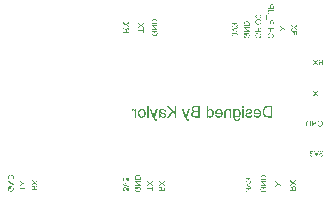
<source format=gbo>
G04*
G04 #@! TF.GenerationSoftware,Altium Limited,Altium Designer,20.1.7 (139)*
G04*
G04 Layer_Color=16777215*
%FSLAX25Y25*%
%MOIN*%
G70*
G04*
G04 #@! TF.SameCoordinates,8D634492-3E34-4B73-8720-EB9472E910E3*
G04*
G04*
G04 #@! TF.FilePolarity,Positive*
G04*
G01*
G75*
G36*
X120006Y26973D02*
X120917Y27638D01*
Y27361D01*
X120407Y26978D01*
X120366Y26945D01*
X120327Y26917D01*
X120288Y26890D01*
X120258Y26867D01*
X120230Y26848D01*
X120208Y26834D01*
X120197Y26826D01*
X120191Y26823D01*
X120224Y26804D01*
X120260Y26782D01*
X120299Y26757D01*
X120338Y26732D01*
X120371Y26707D01*
X120399Y26690D01*
X120410Y26682D01*
X120418Y26676D01*
X120421Y26671D01*
X120424D01*
X120917Y26322D01*
Y26020D01*
X119992Y26674D01*
X119000Y25934D01*
Y26239D01*
X119665Y26724D01*
X119681Y26735D01*
X119701Y26748D01*
X119745Y26779D01*
X119767Y26793D01*
X119784Y26804D01*
X119795Y26812D01*
X119798Y26815D01*
X119756Y26843D01*
X119717Y26867D01*
X119704Y26879D01*
X119693Y26884D01*
X119684Y26890D01*
X119681Y26892D01*
X119000Y27377D01*
Y27690D01*
X120006Y26973D01*
D02*
G37*
G36*
X119521Y25554D02*
X119576Y25516D01*
X119626Y25480D01*
X119668Y25444D01*
X119706Y25413D01*
X119734Y25386D01*
X119756Y25363D01*
X119770Y25350D01*
X119776Y25344D01*
X119792Y25322D01*
X119812Y25297D01*
X119842Y25247D01*
X119853Y25225D01*
X119864Y25208D01*
X119870Y25197D01*
X119873Y25192D01*
X119881Y25242D01*
X119889Y25289D01*
X119903Y25330D01*
X119914Y25372D01*
X119928Y25408D01*
X119945Y25441D01*
X119958Y25471D01*
X119972Y25499D01*
X119989Y25521D01*
X120003Y25543D01*
X120014Y25560D01*
X120025Y25574D01*
X120033Y25585D01*
X120042Y25593D01*
X120044Y25596D01*
X120047Y25599D01*
X120075Y25621D01*
X120103Y25643D01*
X120161Y25676D01*
X120219Y25699D01*
X120274Y25715D01*
X120321Y25726D01*
X120341Y25729D01*
X120360D01*
X120374Y25732D01*
X120385D01*
X120390D01*
X120393D01*
X120451Y25729D01*
X120504Y25721D01*
X120554Y25707D01*
X120596Y25693D01*
X120632Y25676D01*
X120659Y25665D01*
X120676Y25654D01*
X120679Y25651D01*
X120681D01*
X120726Y25618D01*
X120765Y25585D01*
X120798Y25549D01*
X120823Y25516D01*
X120842Y25485D01*
X120853Y25460D01*
X120861Y25444D01*
X120864Y25441D01*
Y25438D01*
X120872Y25413D01*
X120881Y25383D01*
X120895Y25322D01*
X120903Y25255D01*
X120911Y25194D01*
X120914Y25136D01*
Y25111D01*
X120917Y25089D01*
Y24200D01*
X119000D01*
Y24455D01*
X119850D01*
Y24782D01*
X119848Y24812D01*
Y24834D01*
X119845Y24854D01*
X119842Y24868D01*
Y24879D01*
X119839Y24884D01*
Y24887D01*
X119825Y24931D01*
X119817Y24951D01*
X119809Y24967D01*
X119800Y24984D01*
X119795Y24995D01*
X119792Y25001D01*
X119790Y25003D01*
X119773Y25025D01*
X119753Y25048D01*
X119712Y25089D01*
X119693Y25109D01*
X119676Y25122D01*
X119665Y25131D01*
X119662Y25133D01*
X119623Y25161D01*
X119582Y25192D01*
X119537Y25222D01*
X119496Y25253D01*
X119457Y25278D01*
X119427Y25297D01*
X119415Y25305D01*
X119407Y25311D01*
X119402Y25316D01*
X119399D01*
X119000Y25568D01*
Y25884D01*
X119521Y25554D01*
D02*
G37*
G36*
X63565Y-23171D02*
X63626Y-23182D01*
X63678Y-23199D01*
X63723Y-23215D01*
X63759Y-23232D01*
X63786Y-23249D01*
X63803Y-23260D01*
X63809Y-23262D01*
X63850Y-23301D01*
X63886Y-23343D01*
X63914Y-23387D01*
X63936Y-23431D01*
X63953Y-23470D01*
X63964Y-23501D01*
X63966Y-23512D01*
X63969Y-23520D01*
X63972Y-23526D01*
Y-23528D01*
X63997Y-23481D01*
X64022Y-23442D01*
X64050Y-23409D01*
X64074Y-23382D01*
X64097Y-23359D01*
X64116Y-23343D01*
X64127Y-23335D01*
X64133Y-23332D01*
X64171Y-23310D01*
X64210Y-23293D01*
X64249Y-23279D01*
X64285Y-23271D01*
X64315Y-23265D01*
X64338Y-23262D01*
X64354D01*
X64360D01*
X64407Y-23265D01*
X64454Y-23273D01*
X64495Y-23285D01*
X64531Y-23299D01*
X64562Y-23312D01*
X64587Y-23323D01*
X64601Y-23332D01*
X64606Y-23335D01*
X64648Y-23362D01*
X64684Y-23395D01*
X64714Y-23429D01*
X64742Y-23462D01*
X64761Y-23490D01*
X64778Y-23515D01*
X64786Y-23531D01*
X64789Y-23534D01*
Y-23537D01*
X64811Y-23586D01*
X64828Y-23636D01*
X64842Y-23686D01*
X64850Y-23731D01*
X64856Y-23767D01*
X64858Y-23797D01*
Y-23866D01*
X64853Y-23905D01*
X64839Y-23980D01*
X64817Y-24044D01*
X64795Y-24099D01*
X64781Y-24124D01*
X64770Y-24143D01*
X64759Y-24163D01*
X64748Y-24177D01*
X64739Y-24188D01*
X64734Y-24196D01*
X64731Y-24202D01*
X64728Y-24204D01*
X64676Y-24257D01*
X64617Y-24298D01*
X64556Y-24332D01*
X64495Y-24359D01*
X64443Y-24376D01*
X64421Y-24384D01*
X64401Y-24390D01*
X64385Y-24393D01*
X64374Y-24395D01*
X64365Y-24398D01*
X64363D01*
X64321Y-24163D01*
X64382Y-24152D01*
X64435Y-24135D01*
X64479Y-24116D01*
X64515Y-24096D01*
X64543Y-24077D01*
X64562Y-24060D01*
X64576Y-24049D01*
X64579Y-24046D01*
X64606Y-24010D01*
X64628Y-23972D01*
X64642Y-23936D01*
X64653Y-23900D01*
X64659Y-23866D01*
X64665Y-23841D01*
Y-23819D01*
X64662Y-23769D01*
X64651Y-23725D01*
X64637Y-23686D01*
X64623Y-23653D01*
X64606Y-23628D01*
X64592Y-23609D01*
X64581Y-23595D01*
X64579Y-23592D01*
X64545Y-23562D01*
X64509Y-23539D01*
X64473Y-23526D01*
X64440Y-23515D01*
X64410Y-23509D01*
X64388Y-23504D01*
X64371D01*
X64368D01*
X64365D01*
X64335D01*
X64307Y-23509D01*
X64260Y-23523D01*
X64218Y-23542D01*
X64183Y-23564D01*
X64158Y-23586D01*
X64138Y-23606D01*
X64127Y-23620D01*
X64124Y-23623D01*
Y-23625D01*
X64099Y-23672D01*
X64080Y-23717D01*
X64066Y-23764D01*
X64058Y-23805D01*
X64052Y-23841D01*
X64047Y-23872D01*
Y-23908D01*
X64050Y-23919D01*
Y-23933D01*
X63842Y-23960D01*
X63850Y-23924D01*
X63856Y-23891D01*
X63861Y-23864D01*
X63864Y-23839D01*
X63867Y-23819D01*
Y-23794D01*
X63861Y-23736D01*
X63850Y-23684D01*
X63833Y-23636D01*
X63814Y-23598D01*
X63795Y-23567D01*
X63778Y-23545D01*
X63767Y-23531D01*
X63762Y-23526D01*
X63720Y-23490D01*
X63676Y-23462D01*
X63631Y-23442D01*
X63587Y-23431D01*
X63551Y-23423D01*
X63520Y-23420D01*
X63509Y-23418D01*
X63501D01*
X63496D01*
X63493D01*
X63432Y-23423D01*
X63376Y-23437D01*
X63329Y-23454D01*
X63288Y-23476D01*
X63255Y-23498D01*
X63230Y-23515D01*
X63213Y-23528D01*
X63208Y-23534D01*
X63169Y-23578D01*
X63141Y-23625D01*
X63122Y-23672D01*
X63108Y-23717D01*
X63099Y-23755D01*
X63097Y-23786D01*
X63094Y-23797D01*
Y-23814D01*
X63097Y-23864D01*
X63108Y-23911D01*
X63122Y-23952D01*
X63138Y-23985D01*
X63152Y-24013D01*
X63166Y-24035D01*
X63177Y-24046D01*
X63180Y-24052D01*
X63219Y-24085D01*
X63263Y-24113D01*
X63310Y-24138D01*
X63360Y-24157D01*
X63401Y-24171D01*
X63421Y-24177D01*
X63437Y-24179D01*
X63451Y-24182D01*
X63462Y-24185D01*
X63468Y-24188D01*
X63471D01*
X63440Y-24423D01*
X63396Y-24418D01*
X63354Y-24409D01*
X63277Y-24384D01*
X63210Y-24354D01*
X63182Y-24337D01*
X63155Y-24321D01*
X63130Y-24304D01*
X63111Y-24287D01*
X63091Y-24273D01*
X63077Y-24260D01*
X63066Y-24251D01*
X63058Y-24243D01*
X63052Y-24238D01*
X63050Y-24235D01*
X63025Y-24202D01*
X63000Y-24168D01*
X62980Y-24135D01*
X62964Y-24099D01*
X62936Y-24030D01*
X62919Y-23963D01*
X62914Y-23933D01*
X62908Y-23905D01*
X62906Y-23880D01*
X62903Y-23858D01*
X62900Y-23841D01*
Y-23817D01*
X62903Y-23764D01*
X62908Y-23717D01*
X62917Y-23670D01*
X62928Y-23625D01*
X62941Y-23584D01*
X62955Y-23548D01*
X62972Y-23512D01*
X62989Y-23481D01*
X63003Y-23451D01*
X63019Y-23426D01*
X63033Y-23404D01*
X63047Y-23387D01*
X63058Y-23373D01*
X63066Y-23362D01*
X63072Y-23357D01*
X63074Y-23354D01*
X63108Y-23321D01*
X63144Y-23293D01*
X63180Y-23268D01*
X63216Y-23246D01*
X63249Y-23229D01*
X63285Y-23213D01*
X63352Y-23190D01*
X63382Y-23185D01*
X63410Y-23179D01*
X63435Y-23174D01*
X63457Y-23171D01*
X63473Y-23168D01*
X63487D01*
X63496D01*
X63498D01*
X63565Y-23171D01*
D02*
G37*
G36*
X64850Y-24816D02*
X63457Y-25337D01*
X63399Y-25359D01*
X63343Y-25379D01*
X63291Y-25395D01*
X63244Y-25409D01*
X63202Y-25423D01*
X63171Y-25431D01*
X63160Y-25434D01*
X63152Y-25437D01*
X63147Y-25440D01*
X63144D01*
X63255Y-25473D01*
X63307Y-25490D01*
X63354Y-25506D01*
X63396Y-25520D01*
X63412Y-25526D01*
X63429Y-25528D01*
X63440Y-25534D01*
X63449Y-25537D01*
X63454Y-25539D01*
X63457D01*
X64850Y-26038D01*
Y-26315D01*
X62933Y-25573D01*
Y-25307D01*
X64850Y-24559D01*
Y-24816D01*
D02*
G37*
G36*
X63565Y-26448D02*
X63626Y-26459D01*
X63678Y-26476D01*
X63723Y-26492D01*
X63759Y-26509D01*
X63786Y-26526D01*
X63803Y-26537D01*
X63809Y-26539D01*
X63850Y-26578D01*
X63886Y-26620D01*
X63914Y-26664D01*
X63936Y-26708D01*
X63953Y-26747D01*
X63964Y-26778D01*
X63966Y-26789D01*
X63969Y-26797D01*
X63972Y-26803D01*
Y-26805D01*
X63997Y-26758D01*
X64022Y-26719D01*
X64050Y-26686D01*
X64074Y-26658D01*
X64097Y-26636D01*
X64116Y-26620D01*
X64127Y-26611D01*
X64133Y-26609D01*
X64171Y-26586D01*
X64210Y-26570D01*
X64249Y-26556D01*
X64285Y-26548D01*
X64315Y-26542D01*
X64338Y-26539D01*
X64354D01*
X64360D01*
X64407Y-26542D01*
X64454Y-26550D01*
X64495Y-26561D01*
X64531Y-26575D01*
X64562Y-26589D01*
X64587Y-26600D01*
X64601Y-26609D01*
X64606Y-26611D01*
X64648Y-26639D01*
X64684Y-26672D01*
X64714Y-26706D01*
X64742Y-26739D01*
X64761Y-26766D01*
X64778Y-26791D01*
X64786Y-26808D01*
X64789Y-26811D01*
Y-26814D01*
X64811Y-26864D01*
X64828Y-26913D01*
X64842Y-26963D01*
X64850Y-27007D01*
X64856Y-27044D01*
X64858Y-27074D01*
Y-27143D01*
X64853Y-27182D01*
X64839Y-27257D01*
X64817Y-27321D01*
X64795Y-27376D01*
X64781Y-27401D01*
X64770Y-27420D01*
X64759Y-27440D01*
X64748Y-27454D01*
X64739Y-27465D01*
X64734Y-27473D01*
X64731Y-27478D01*
X64728Y-27481D01*
X64676Y-27534D01*
X64617Y-27575D01*
X64556Y-27609D01*
X64495Y-27636D01*
X64443Y-27653D01*
X64421Y-27661D01*
X64401Y-27667D01*
X64385Y-27670D01*
X64374Y-27672D01*
X64365Y-27675D01*
X64363D01*
X64321Y-27440D01*
X64382Y-27428D01*
X64435Y-27412D01*
X64479Y-27393D01*
X64515Y-27373D01*
X64543Y-27354D01*
X64562Y-27337D01*
X64576Y-27326D01*
X64579Y-27323D01*
X64606Y-27287D01*
X64628Y-27248D01*
X64642Y-27213D01*
X64653Y-27176D01*
X64659Y-27143D01*
X64665Y-27118D01*
Y-27096D01*
X64662Y-27046D01*
X64651Y-27002D01*
X64637Y-26963D01*
X64623Y-26930D01*
X64606Y-26905D01*
X64592Y-26886D01*
X64581Y-26872D01*
X64579Y-26869D01*
X64545Y-26838D01*
X64509Y-26816D01*
X64473Y-26803D01*
X64440Y-26791D01*
X64410Y-26786D01*
X64388Y-26780D01*
X64371D01*
X64368D01*
X64365D01*
X64335D01*
X64307Y-26786D01*
X64260Y-26800D01*
X64218Y-26819D01*
X64183Y-26841D01*
X64158Y-26864D01*
X64138Y-26883D01*
X64127Y-26897D01*
X64124Y-26899D01*
Y-26902D01*
X64099Y-26949D01*
X64080Y-26994D01*
X64066Y-27041D01*
X64058Y-27082D01*
X64052Y-27118D01*
X64047Y-27149D01*
Y-27185D01*
X64050Y-27196D01*
Y-27210D01*
X63842Y-27237D01*
X63850Y-27201D01*
X63856Y-27168D01*
X63861Y-27141D01*
X63864Y-27115D01*
X63867Y-27096D01*
Y-27071D01*
X63861Y-27013D01*
X63850Y-26960D01*
X63833Y-26913D01*
X63814Y-26875D01*
X63795Y-26844D01*
X63778Y-26822D01*
X63767Y-26808D01*
X63762Y-26803D01*
X63720Y-26766D01*
X63676Y-26739D01*
X63631Y-26719D01*
X63587Y-26708D01*
X63551Y-26700D01*
X63520Y-26697D01*
X63509Y-26695D01*
X63501D01*
X63496D01*
X63493D01*
X63432Y-26700D01*
X63376Y-26714D01*
X63329Y-26730D01*
X63288Y-26753D01*
X63255Y-26775D01*
X63230Y-26791D01*
X63213Y-26805D01*
X63208Y-26811D01*
X63169Y-26855D01*
X63141Y-26902D01*
X63122Y-26949D01*
X63108Y-26994D01*
X63099Y-27032D01*
X63097Y-27063D01*
X63094Y-27074D01*
Y-27091D01*
X63097Y-27141D01*
X63108Y-27187D01*
X63122Y-27229D01*
X63138Y-27262D01*
X63152Y-27290D01*
X63166Y-27312D01*
X63177Y-27323D01*
X63180Y-27329D01*
X63219Y-27362D01*
X63263Y-27390D01*
X63310Y-27415D01*
X63360Y-27434D01*
X63401Y-27448D01*
X63421Y-27454D01*
X63437Y-27456D01*
X63451Y-27459D01*
X63462Y-27462D01*
X63468Y-27465D01*
X63471D01*
X63440Y-27700D01*
X63396Y-27694D01*
X63354Y-27686D01*
X63277Y-27661D01*
X63210Y-27631D01*
X63182Y-27614D01*
X63155Y-27597D01*
X63130Y-27581D01*
X63111Y-27564D01*
X63091Y-27550D01*
X63077Y-27537D01*
X63066Y-27528D01*
X63058Y-27520D01*
X63052Y-27514D01*
X63050Y-27512D01*
X63025Y-27478D01*
X63000Y-27445D01*
X62980Y-27412D01*
X62964Y-27376D01*
X62936Y-27307D01*
X62919Y-27240D01*
X62914Y-27210D01*
X62908Y-27182D01*
X62906Y-27157D01*
X62903Y-27135D01*
X62900Y-27118D01*
Y-27093D01*
X62903Y-27041D01*
X62908Y-26994D01*
X62917Y-26947D01*
X62928Y-26902D01*
X62941Y-26861D01*
X62955Y-26825D01*
X62972Y-26789D01*
X62989Y-26758D01*
X63003Y-26728D01*
X63019Y-26703D01*
X63033Y-26681D01*
X63047Y-26664D01*
X63058Y-26650D01*
X63066Y-26639D01*
X63072Y-26634D01*
X63074Y-26631D01*
X63108Y-26597D01*
X63144Y-26570D01*
X63180Y-26545D01*
X63216Y-26523D01*
X63249Y-26506D01*
X63285Y-26489D01*
X63352Y-26467D01*
X63382Y-26462D01*
X63410Y-26456D01*
X63435Y-26451D01*
X63457Y-26448D01*
X63473Y-26445D01*
X63487D01*
X63496D01*
X63498D01*
X63565Y-26448D01*
D02*
G37*
G36*
X104365Y-23371D02*
X104426Y-23382D01*
X104478Y-23399D01*
X104523Y-23415D01*
X104559Y-23432D01*
X104586Y-23449D01*
X104603Y-23460D01*
X104609Y-23462D01*
X104650Y-23501D01*
X104686Y-23543D01*
X104714Y-23587D01*
X104736Y-23631D01*
X104753Y-23670D01*
X104764Y-23701D01*
X104766Y-23712D01*
X104769Y-23720D01*
X104772Y-23726D01*
Y-23728D01*
X104797Y-23681D01*
X104822Y-23642D01*
X104850Y-23609D01*
X104875Y-23582D01*
X104897Y-23559D01*
X104916Y-23543D01*
X104927Y-23535D01*
X104933Y-23532D01*
X104971Y-23509D01*
X105010Y-23493D01*
X105049Y-23479D01*
X105085Y-23471D01*
X105115Y-23465D01*
X105138Y-23462D01*
X105154D01*
X105160D01*
X105207Y-23465D01*
X105254Y-23473D01*
X105296Y-23485D01*
X105332Y-23498D01*
X105362Y-23512D01*
X105387Y-23523D01*
X105401Y-23532D01*
X105406Y-23535D01*
X105448Y-23562D01*
X105484Y-23595D01*
X105514Y-23629D01*
X105542Y-23662D01*
X105561Y-23690D01*
X105578Y-23715D01*
X105586Y-23731D01*
X105589Y-23734D01*
Y-23737D01*
X105611Y-23787D01*
X105628Y-23836D01*
X105642Y-23886D01*
X105650Y-23931D01*
X105656Y-23967D01*
X105658Y-23997D01*
Y-24066D01*
X105653Y-24105D01*
X105639Y-24180D01*
X105617Y-24244D01*
X105595Y-24299D01*
X105581Y-24324D01*
X105570Y-24343D01*
X105559Y-24363D01*
X105548Y-24377D01*
X105539Y-24388D01*
X105534Y-24396D01*
X105531Y-24401D01*
X105528Y-24404D01*
X105476Y-24457D01*
X105417Y-24498D01*
X105357Y-24532D01*
X105296Y-24559D01*
X105243Y-24576D01*
X105221Y-24584D01*
X105201Y-24590D01*
X105185Y-24593D01*
X105174Y-24595D01*
X105165Y-24598D01*
X105163D01*
X105121Y-24363D01*
X105182Y-24352D01*
X105235Y-24335D01*
X105279Y-24316D01*
X105315Y-24296D01*
X105343Y-24277D01*
X105362Y-24260D01*
X105376Y-24249D01*
X105379Y-24246D01*
X105406Y-24210D01*
X105429Y-24172D01*
X105442Y-24136D01*
X105453Y-24100D01*
X105459Y-24066D01*
X105464Y-24041D01*
Y-24019D01*
X105462Y-23969D01*
X105451Y-23925D01*
X105437Y-23886D01*
X105423Y-23853D01*
X105406Y-23828D01*
X105393Y-23809D01*
X105381Y-23795D01*
X105379Y-23792D01*
X105345Y-23762D01*
X105309Y-23740D01*
X105273Y-23726D01*
X105240Y-23715D01*
X105210Y-23709D01*
X105187Y-23704D01*
X105171D01*
X105168D01*
X105165D01*
X105135D01*
X105107Y-23709D01*
X105060Y-23723D01*
X105018Y-23742D01*
X104982Y-23764D01*
X104958Y-23787D01*
X104938Y-23806D01*
X104927Y-23820D01*
X104924Y-23823D01*
Y-23825D01*
X104899Y-23872D01*
X104880Y-23917D01*
X104866Y-23964D01*
X104858Y-24005D01*
X104852Y-24041D01*
X104847Y-24072D01*
Y-24108D01*
X104850Y-24119D01*
Y-24133D01*
X104642Y-24160D01*
X104650Y-24125D01*
X104656Y-24091D01*
X104661Y-24064D01*
X104664Y-24039D01*
X104667Y-24019D01*
Y-23994D01*
X104661Y-23936D01*
X104650Y-23884D01*
X104633Y-23836D01*
X104614Y-23798D01*
X104595Y-23767D01*
X104578Y-23745D01*
X104567Y-23731D01*
X104561Y-23726D01*
X104520Y-23690D01*
X104476Y-23662D01*
X104431Y-23642D01*
X104387Y-23631D01*
X104351Y-23623D01*
X104321Y-23620D01*
X104309Y-23618D01*
X104301D01*
X104296D01*
X104293D01*
X104232Y-23623D01*
X104176Y-23637D01*
X104129Y-23654D01*
X104088Y-23676D01*
X104055Y-23698D01*
X104030Y-23715D01*
X104013Y-23728D01*
X104007Y-23734D01*
X103969Y-23778D01*
X103941Y-23825D01*
X103922Y-23872D01*
X103908Y-23917D01*
X103899Y-23956D01*
X103897Y-23986D01*
X103894Y-23997D01*
Y-24014D01*
X103897Y-24064D01*
X103908Y-24111D01*
X103922Y-24152D01*
X103938Y-24185D01*
X103952Y-24213D01*
X103966Y-24235D01*
X103977Y-24246D01*
X103980Y-24252D01*
X104019Y-24285D01*
X104063Y-24313D01*
X104110Y-24338D01*
X104160Y-24357D01*
X104201Y-24371D01*
X104221Y-24377D01*
X104237Y-24379D01*
X104251Y-24382D01*
X104262Y-24385D01*
X104268Y-24388D01*
X104271D01*
X104240Y-24623D01*
X104196Y-24618D01*
X104154Y-24609D01*
X104077Y-24584D01*
X104010Y-24554D01*
X103982Y-24537D01*
X103955Y-24521D01*
X103930Y-24504D01*
X103911Y-24487D01*
X103891Y-24474D01*
X103877Y-24460D01*
X103866Y-24451D01*
X103858Y-24443D01*
X103852Y-24438D01*
X103850Y-24435D01*
X103825Y-24401D01*
X103800Y-24368D01*
X103780Y-24335D01*
X103764Y-24299D01*
X103736Y-24230D01*
X103719Y-24163D01*
X103714Y-24133D01*
X103708Y-24105D01*
X103706Y-24080D01*
X103703Y-24058D01*
X103700Y-24041D01*
Y-24016D01*
X103703Y-23964D01*
X103708Y-23917D01*
X103717Y-23870D01*
X103728Y-23825D01*
X103742Y-23784D01*
X103755Y-23748D01*
X103772Y-23712D01*
X103789Y-23681D01*
X103803Y-23651D01*
X103819Y-23626D01*
X103833Y-23604D01*
X103847Y-23587D01*
X103858Y-23573D01*
X103866Y-23562D01*
X103872Y-23557D01*
X103875Y-23554D01*
X103908Y-23521D01*
X103944Y-23493D01*
X103980Y-23468D01*
X104016Y-23446D01*
X104049Y-23429D01*
X104085Y-23413D01*
X104151Y-23390D01*
X104182Y-23385D01*
X104210Y-23379D01*
X104235Y-23374D01*
X104257Y-23371D01*
X104273Y-23368D01*
X104287D01*
X104296D01*
X104298D01*
X104365Y-23371D01*
D02*
G37*
G36*
X105650Y-25016D02*
X104257Y-25537D01*
X104199Y-25559D01*
X104143Y-25579D01*
X104091Y-25595D01*
X104043Y-25609D01*
X104002Y-25623D01*
X103972Y-25631D01*
X103960Y-25634D01*
X103952Y-25637D01*
X103946Y-25640D01*
X103944D01*
X104055Y-25673D01*
X104107Y-25690D01*
X104154Y-25706D01*
X104196Y-25720D01*
X104212Y-25725D01*
X104229Y-25728D01*
X104240Y-25734D01*
X104248Y-25737D01*
X104254Y-25739D01*
X104257D01*
X105650Y-26238D01*
Y-26515D01*
X103733Y-25773D01*
Y-25507D01*
X105650Y-24759D01*
Y-25016D01*
D02*
G37*
G36*
X104365Y-26648D02*
X104426Y-26659D01*
X104478Y-26676D01*
X104523Y-26692D01*
X104559Y-26709D01*
X104586Y-26726D01*
X104603Y-26737D01*
X104609Y-26739D01*
X104650Y-26778D01*
X104686Y-26820D01*
X104714Y-26864D01*
X104736Y-26908D01*
X104753Y-26947D01*
X104764Y-26978D01*
X104766Y-26989D01*
X104769Y-26997D01*
X104772Y-27003D01*
Y-27005D01*
X104797Y-26958D01*
X104822Y-26919D01*
X104850Y-26886D01*
X104875Y-26858D01*
X104897Y-26836D01*
X104916Y-26820D01*
X104927Y-26811D01*
X104933Y-26809D01*
X104971Y-26787D01*
X105010Y-26770D01*
X105049Y-26756D01*
X105085Y-26748D01*
X105115Y-26742D01*
X105138Y-26739D01*
X105154D01*
X105160D01*
X105207Y-26742D01*
X105254Y-26750D01*
X105296Y-26761D01*
X105332Y-26775D01*
X105362Y-26789D01*
X105387Y-26800D01*
X105401Y-26809D01*
X105406Y-26811D01*
X105448Y-26839D01*
X105484Y-26872D01*
X105514Y-26906D01*
X105542Y-26939D01*
X105561Y-26967D01*
X105578Y-26991D01*
X105586Y-27008D01*
X105589Y-27011D01*
Y-27014D01*
X105611Y-27064D01*
X105628Y-27113D01*
X105642Y-27163D01*
X105650Y-27207D01*
X105656Y-27244D01*
X105658Y-27274D01*
Y-27343D01*
X105653Y-27382D01*
X105639Y-27457D01*
X105617Y-27520D01*
X105595Y-27576D01*
X105581Y-27601D01*
X105570Y-27620D01*
X105559Y-27640D01*
X105548Y-27654D01*
X105539Y-27665D01*
X105534Y-27673D01*
X105531Y-27678D01*
X105528Y-27681D01*
X105476Y-27734D01*
X105417Y-27775D01*
X105357Y-27809D01*
X105296Y-27836D01*
X105243Y-27853D01*
X105221Y-27861D01*
X105201Y-27867D01*
X105185Y-27869D01*
X105174Y-27872D01*
X105165Y-27875D01*
X105163D01*
X105121Y-27640D01*
X105182Y-27628D01*
X105235Y-27612D01*
X105279Y-27593D01*
X105315Y-27573D01*
X105343Y-27554D01*
X105362Y-27537D01*
X105376Y-27526D01*
X105379Y-27523D01*
X105406Y-27487D01*
X105429Y-27448D01*
X105442Y-27413D01*
X105453Y-27376D01*
X105459Y-27343D01*
X105464Y-27318D01*
Y-27296D01*
X105462Y-27246D01*
X105451Y-27202D01*
X105437Y-27163D01*
X105423Y-27130D01*
X105406Y-27105D01*
X105393Y-27086D01*
X105381Y-27072D01*
X105379Y-27069D01*
X105345Y-27038D01*
X105309Y-27016D01*
X105273Y-27003D01*
X105240Y-26991D01*
X105210Y-26986D01*
X105187Y-26980D01*
X105171D01*
X105168D01*
X105165D01*
X105135D01*
X105107Y-26986D01*
X105060Y-27000D01*
X105018Y-27019D01*
X104982Y-27041D01*
X104958Y-27064D01*
X104938Y-27083D01*
X104927Y-27097D01*
X104924Y-27099D01*
Y-27102D01*
X104899Y-27149D01*
X104880Y-27194D01*
X104866Y-27241D01*
X104858Y-27282D01*
X104852Y-27318D01*
X104847Y-27349D01*
Y-27385D01*
X104850Y-27396D01*
Y-27410D01*
X104642Y-27437D01*
X104650Y-27401D01*
X104656Y-27368D01*
X104661Y-27340D01*
X104664Y-27316D01*
X104667Y-27296D01*
Y-27271D01*
X104661Y-27213D01*
X104650Y-27160D01*
X104633Y-27113D01*
X104614Y-27075D01*
X104595Y-27044D01*
X104578Y-27022D01*
X104567Y-27008D01*
X104561Y-27003D01*
X104520Y-26967D01*
X104476Y-26939D01*
X104431Y-26919D01*
X104387Y-26908D01*
X104351Y-26900D01*
X104321Y-26897D01*
X104309Y-26895D01*
X104301D01*
X104296D01*
X104293D01*
X104232Y-26900D01*
X104176Y-26914D01*
X104129Y-26930D01*
X104088Y-26953D01*
X104055Y-26975D01*
X104030Y-26991D01*
X104013Y-27005D01*
X104007Y-27011D01*
X103969Y-27055D01*
X103941Y-27102D01*
X103922Y-27149D01*
X103908Y-27194D01*
X103899Y-27232D01*
X103897Y-27263D01*
X103894Y-27274D01*
Y-27291D01*
X103897Y-27340D01*
X103908Y-27387D01*
X103922Y-27429D01*
X103938Y-27462D01*
X103952Y-27490D01*
X103966Y-27512D01*
X103977Y-27523D01*
X103980Y-27529D01*
X104019Y-27562D01*
X104063Y-27590D01*
X104110Y-27615D01*
X104160Y-27634D01*
X104201Y-27648D01*
X104221Y-27654D01*
X104237Y-27656D01*
X104251Y-27659D01*
X104262Y-27662D01*
X104268Y-27665D01*
X104271D01*
X104240Y-27900D01*
X104196Y-27894D01*
X104154Y-27886D01*
X104077Y-27861D01*
X104010Y-27831D01*
X103982Y-27814D01*
X103955Y-27797D01*
X103930Y-27781D01*
X103911Y-27764D01*
X103891Y-27750D01*
X103877Y-27737D01*
X103866Y-27728D01*
X103858Y-27720D01*
X103852Y-27714D01*
X103850Y-27712D01*
X103825Y-27678D01*
X103800Y-27645D01*
X103780Y-27612D01*
X103764Y-27576D01*
X103736Y-27507D01*
X103719Y-27440D01*
X103714Y-27410D01*
X103708Y-27382D01*
X103706Y-27357D01*
X103703Y-27335D01*
X103700Y-27318D01*
Y-27293D01*
X103703Y-27241D01*
X103708Y-27194D01*
X103717Y-27147D01*
X103728Y-27102D01*
X103742Y-27061D01*
X103755Y-27025D01*
X103772Y-26989D01*
X103789Y-26958D01*
X103803Y-26928D01*
X103819Y-26903D01*
X103833Y-26881D01*
X103847Y-26864D01*
X103858Y-26850D01*
X103866Y-26839D01*
X103872Y-26834D01*
X103875Y-26831D01*
X103908Y-26798D01*
X103944Y-26770D01*
X103980Y-26745D01*
X104016Y-26723D01*
X104049Y-26706D01*
X104085Y-26689D01*
X104151Y-26667D01*
X104182Y-26662D01*
X104210Y-26656D01*
X104235Y-26651D01*
X104257Y-26648D01*
X104273Y-26645D01*
X104287D01*
X104296D01*
X104298D01*
X104365Y-26648D01*
D02*
G37*
G36*
X116105Y26823D02*
X117017Y27488D01*
Y27211D01*
X116507Y26829D01*
X116466Y26796D01*
X116427Y26768D01*
X116388Y26740D01*
X116358Y26718D01*
X116330Y26698D01*
X116308Y26685D01*
X116297Y26676D01*
X116291Y26674D01*
X116324Y26654D01*
X116360Y26632D01*
X116399Y26607D01*
X116438Y26582D01*
X116471Y26557D01*
X116499Y26541D01*
X116510Y26532D01*
X116518Y26527D01*
X116521Y26521D01*
X116524D01*
X117017Y26172D01*
Y25870D01*
X116092Y26524D01*
X115100Y25784D01*
Y26089D01*
X115765Y26574D01*
X115781Y26585D01*
X115801Y26599D01*
X115845Y26629D01*
X115867Y26643D01*
X115884Y26654D01*
X115895Y26662D01*
X115898Y26665D01*
X115856Y26693D01*
X115817Y26718D01*
X115804Y26729D01*
X115793Y26735D01*
X115784Y26740D01*
X115781Y26743D01*
X115100Y27228D01*
Y27541D01*
X116105Y26823D01*
D02*
G37*
G36*
X117017Y24200D02*
X116790D01*
Y24832D01*
X115100D01*
Y25086D01*
X116790D01*
Y25718D01*
X117017D01*
Y24200D01*
D02*
G37*
G36*
X71806Y-25077D02*
X72717Y-24412D01*
Y-24689D01*
X72207Y-25071D01*
X72166Y-25104D01*
X72127Y-25132D01*
X72088Y-25160D01*
X72058Y-25182D01*
X72030Y-25201D01*
X72008Y-25215D01*
X71997Y-25224D01*
X71991Y-25226D01*
X72024Y-25246D01*
X72060Y-25268D01*
X72099Y-25293D01*
X72138Y-25318D01*
X72171Y-25343D01*
X72199Y-25359D01*
X72210Y-25368D01*
X72218Y-25373D01*
X72221Y-25379D01*
X72224D01*
X72717Y-25728D01*
Y-26030D01*
X71792Y-25376D01*
X70800Y-26116D01*
Y-25811D01*
X71465Y-25326D01*
X71481Y-25315D01*
X71501Y-25301D01*
X71545Y-25271D01*
X71567Y-25257D01*
X71584Y-25246D01*
X71595Y-25238D01*
X71598Y-25235D01*
X71556Y-25207D01*
X71517Y-25182D01*
X71504Y-25171D01*
X71492Y-25166D01*
X71484Y-25160D01*
X71481Y-25157D01*
X70800Y-24672D01*
Y-24359D01*
X71806Y-25077D01*
D02*
G37*
G36*
X72717Y-27700D02*
X72490D01*
Y-27068D01*
X70800D01*
Y-26814D01*
X72490D01*
Y-26182D01*
X72717D01*
Y-27700D01*
D02*
G37*
G36*
X108080Y31117D02*
X108125D01*
X108169Y31114D01*
X108208Y31108D01*
X108247Y31106D01*
X108280Y31103D01*
X108310Y31097D01*
X108338Y31095D01*
X108363Y31089D01*
X108382Y31086D01*
X108399Y31083D01*
X108413Y31081D01*
X108421Y31078D01*
X108426Y31075D01*
X108429D01*
X108490Y31058D01*
X108546Y31039D01*
X108593Y31017D01*
X108634Y31000D01*
X108670Y30981D01*
X108695Y30970D01*
X108709Y30959D01*
X108715Y30956D01*
X108756Y30926D01*
X108792Y30895D01*
X108823Y30862D01*
X108850Y30831D01*
X108870Y30804D01*
X108884Y30781D01*
X108892Y30768D01*
X108895Y30765D01*
Y30762D01*
X108917Y30718D01*
X108931Y30671D01*
X108942Y30626D01*
X108950Y30585D01*
X108956Y30549D01*
X108958Y30518D01*
Y30493D01*
X108953Y30419D01*
X108942Y30349D01*
X108922Y30291D01*
X108903Y30241D01*
X108881Y30200D01*
X108872Y30183D01*
X108861Y30169D01*
X108856Y30158D01*
X108850Y30150D01*
X108845Y30147D01*
Y30144D01*
X108800Y30095D01*
X108748Y30053D01*
X108695Y30017D01*
X108645Y29989D01*
X108598Y29967D01*
X108579Y29956D01*
X108560Y29950D01*
X108546Y29945D01*
X108535Y29939D01*
X108529Y29937D01*
X108526D01*
X108485Y29926D01*
X108443Y29915D01*
X108352Y29898D01*
X108260Y29884D01*
X108175Y29876D01*
X108133Y29873D01*
X108097Y29870D01*
X108064D01*
X108033Y29867D01*
X108011D01*
X107992D01*
X107981D01*
X107978D01*
X107881Y29870D01*
X107790Y29876D01*
X107706Y29884D01*
X107629Y29898D01*
X107557Y29912D01*
X107493Y29928D01*
X107435Y29945D01*
X107385Y29962D01*
X107341Y29978D01*
X107302Y29998D01*
X107269Y30011D01*
X107244Y30025D01*
X107222Y30039D01*
X107208Y30047D01*
X107199Y30053D01*
X107197Y30056D01*
X107163Y30086D01*
X107133Y30119D01*
X107105Y30156D01*
X107083Y30191D01*
X107064Y30228D01*
X107047Y30264D01*
X107036Y30299D01*
X107025Y30333D01*
X107017Y30366D01*
X107011Y30397D01*
X107006Y30424D01*
X107003Y30446D01*
X107000Y30466D01*
Y30493D01*
X107006Y30568D01*
X107017Y30637D01*
X107036Y30696D01*
X107055Y30746D01*
X107075Y30787D01*
X107086Y30801D01*
X107094Y30815D01*
X107100Y30826D01*
X107105Y30834D01*
X107111Y30837D01*
Y30840D01*
X107158Y30889D01*
X107208Y30931D01*
X107263Y30967D01*
X107313Y30995D01*
X107360Y31017D01*
X107379Y31028D01*
X107399Y31034D01*
X107413Y31039D01*
X107424Y31045D01*
X107429Y31047D01*
X107432D01*
X107474Y31061D01*
X107515Y31072D01*
X107604Y31089D01*
X107695Y31103D01*
X107784Y31111D01*
X107823Y31114D01*
X107859Y31117D01*
X107892D01*
X107922Y31119D01*
X107945D01*
X107964D01*
X107975D01*
X107978D01*
X108030D01*
X108080Y31117D01*
D02*
G37*
G36*
X108091Y29632D02*
X108188Y29621D01*
X108233Y29612D01*
X108277Y29601D01*
X108316Y29590D01*
X108352Y29582D01*
X108385Y29571D01*
X108415Y29560D01*
X108440Y29552D01*
X108463Y29541D01*
X108479Y29535D01*
X108490Y29530D01*
X108499Y29524D01*
X108501D01*
X108582Y29480D01*
X108654Y29427D01*
X108715Y29372D01*
X108765Y29322D01*
X108803Y29275D01*
X108820Y29252D01*
X108834Y29236D01*
X108842Y29219D01*
X108850Y29208D01*
X108853Y29203D01*
X108856Y29200D01*
X108878Y29158D01*
X108897Y29117D01*
X108931Y29036D01*
X108953Y28953D01*
X108967Y28881D01*
X108972Y28848D01*
X108978Y28815D01*
X108981Y28790D01*
Y28765D01*
X108983Y28745D01*
Y28721D01*
X108981Y28646D01*
X108972Y28577D01*
X108958Y28510D01*
X108942Y28446D01*
X108920Y28388D01*
X108897Y28333D01*
X108872Y28283D01*
X108848Y28239D01*
X108823Y28197D01*
X108798Y28161D01*
X108776Y28131D01*
X108753Y28106D01*
X108737Y28086D01*
X108723Y28070D01*
X108715Y28061D01*
X108712Y28059D01*
X108659Y28014D01*
X108604Y27975D01*
X108543Y27940D01*
X108482Y27912D01*
X108418Y27887D01*
X108357Y27865D01*
X108296Y27848D01*
X108238Y27837D01*
X108183Y27826D01*
X108130Y27818D01*
X108083Y27812D01*
X108044Y27806D01*
X108011D01*
X107986Y27804D01*
X107969D01*
X107967D01*
X107964D01*
X107870Y27809D01*
X107784Y27820D01*
X107701Y27837D01*
X107665Y27848D01*
X107629Y27859D01*
X107598Y27867D01*
X107571Y27878D01*
X107546Y27887D01*
X107524Y27895D01*
X107507Y27901D01*
X107496Y27906D01*
X107487Y27912D01*
X107485D01*
X107404Y27959D01*
X107335Y28009D01*
X107274Y28064D01*
X107224Y28117D01*
X107183Y28164D01*
X107166Y28183D01*
X107155Y28200D01*
X107144Y28216D01*
X107136Y28228D01*
X107133Y28233D01*
X107130Y28236D01*
X107108Y28277D01*
X107089Y28319D01*
X107055Y28402D01*
X107033Y28482D01*
X107017Y28557D01*
X107011Y28593D01*
X107008Y28624D01*
X107003Y28651D01*
Y28676D01*
X107000Y28693D01*
Y28721D01*
X107006Y28812D01*
X107019Y28898D01*
X107036Y28978D01*
X107047Y29014D01*
X107058Y29048D01*
X107069Y29078D01*
X107080Y29106D01*
X107089Y29128D01*
X107097Y29147D01*
X107105Y29164D01*
X107111Y29178D01*
X107116Y29183D01*
Y29186D01*
X107166Y29263D01*
X107222Y29330D01*
X107280Y29385D01*
X107335Y29432D01*
X107388Y29471D01*
X107407Y29485D01*
X107427Y29496D01*
X107443Y29507D01*
X107454Y29513D01*
X107463Y29518D01*
X107465D01*
X107510Y29541D01*
X107554Y29557D01*
X107643Y29588D01*
X107731Y29610D01*
X107812Y29624D01*
X107848Y29626D01*
X107881Y29632D01*
X107911Y29635D01*
X107936D01*
X107958Y29638D01*
X107972D01*
X107983D01*
X107986D01*
X108091Y29632D01*
D02*
G37*
G36*
X108950Y27178D02*
X107033D01*
Y27433D01*
X108950D01*
Y27178D01*
D02*
G37*
G36*
X108446Y26809D02*
X108496Y26804D01*
X108540Y26793D01*
X108579Y26784D01*
X108612Y26773D01*
X108637Y26762D01*
X108651Y26757D01*
X108657Y26754D01*
X108698Y26732D01*
X108734Y26704D01*
X108767Y26679D01*
X108792Y26654D01*
X108812Y26632D01*
X108828Y26615D01*
X108836Y26604D01*
X108839Y26599D01*
X108861Y26563D01*
X108881Y26521D01*
X108897Y26482D01*
X108911Y26446D01*
X108920Y26413D01*
X108925Y26388D01*
X108931Y26369D01*
Y26363D01*
X108936Y26322D01*
X108942Y26275D01*
X108944Y26225D01*
X108947Y26178D01*
X108950Y26136D01*
Y25350D01*
X107033D01*
Y25604D01*
X107812D01*
Y26095D01*
X107814Y26167D01*
X107820Y26236D01*
X107828Y26297D01*
X107839Y26352D01*
X107850Y26405D01*
X107864Y26449D01*
X107881Y26491D01*
X107897Y26527D01*
X107911Y26557D01*
X107928Y26585D01*
X107942Y26607D01*
X107956Y26624D01*
X107964Y26638D01*
X107972Y26646D01*
X107978Y26651D01*
X107981Y26654D01*
X108014Y26682D01*
X108047Y26707D01*
X108080Y26726D01*
X108116Y26746D01*
X108152Y26762D01*
X108186Y26773D01*
X108249Y26793D01*
X108280Y26798D01*
X108307Y26804D01*
X108332Y26807D01*
X108352Y26809D01*
X108371Y26812D01*
X108382D01*
X108390D01*
X108393D01*
X108446Y26809D01*
D02*
G37*
G36*
X108011Y24161D02*
X107784D01*
Y24726D01*
X107424D01*
X107396Y24693D01*
X107371Y24654D01*
X107349Y24613D01*
X107330Y24574D01*
X107313Y24541D01*
X107299Y24510D01*
X107294Y24499D01*
X107291Y24494D01*
X107288Y24488D01*
Y24485D01*
X107269Y24427D01*
X107252Y24369D01*
X107241Y24316D01*
X107235Y24266D01*
X107230Y24225D01*
Y24208D01*
X107227Y24192D01*
Y24164D01*
X107230Y24095D01*
X107241Y24028D01*
X107255Y23967D01*
X107269Y23912D01*
X107285Y23868D01*
X107291Y23848D01*
X107296Y23834D01*
X107302Y23821D01*
X107308Y23812D01*
X107310Y23807D01*
Y23804D01*
X107346Y23746D01*
X107385Y23693D01*
X107427Y23649D01*
X107468Y23613D01*
X107507Y23582D01*
X107537Y23563D01*
X107548Y23555D01*
X107557Y23552D01*
X107562Y23546D01*
X107565D01*
X107634Y23518D01*
X107706Y23496D01*
X107778Y23483D01*
X107848Y23471D01*
X107878Y23469D01*
X107906Y23466D01*
X107933Y23463D01*
X107956D01*
X107972Y23460D01*
X107986D01*
X107994D01*
X107997D01*
X108075Y23463D01*
X108144Y23471D01*
X108211Y23483D01*
X108269Y23496D01*
X108294Y23502D01*
X108316Y23510D01*
X108335Y23516D01*
X108352Y23521D01*
X108366Y23527D01*
X108374Y23530D01*
X108379Y23532D01*
X108382D01*
X108421Y23552D01*
X108457Y23571D01*
X108490Y23591D01*
X108518Y23610D01*
X108540Y23627D01*
X108560Y23640D01*
X108571Y23652D01*
X108573Y23654D01*
X108604Y23685D01*
X108632Y23718D01*
X108654Y23754D01*
X108676Y23787D01*
X108690Y23815D01*
X108703Y23837D01*
X108709Y23854D01*
X108712Y23859D01*
X108731Y23909D01*
X108745Y23959D01*
X108753Y24012D01*
X108762Y24059D01*
X108765Y24100D01*
Y24117D01*
X108767Y24131D01*
Y24161D01*
X108765Y24214D01*
X108759Y24264D01*
X108751Y24308D01*
X108742Y24347D01*
X108731Y24380D01*
X108723Y24405D01*
X108717Y24419D01*
X108715Y24424D01*
X108695Y24466D01*
X108673Y24502D01*
X108651Y24535D01*
X108629Y24560D01*
X108609Y24579D01*
X108596Y24596D01*
X108584Y24604D01*
X108582Y24607D01*
X108548Y24632D01*
X108510Y24652D01*
X108474Y24671D01*
X108435Y24688D01*
X108402Y24699D01*
X108377Y24707D01*
X108366Y24710D01*
X108357Y24712D01*
X108354Y24715D01*
X108352D01*
X108413Y24945D01*
X108482Y24926D01*
X108543Y24901D01*
X108598Y24876D01*
X108643Y24854D01*
X108679Y24832D01*
X108703Y24815D01*
X108720Y24804D01*
X108726Y24798D01*
X108770Y24759D01*
X108806Y24718D01*
X108839Y24674D01*
X108867Y24632D01*
X108886Y24593D01*
X108903Y24563D01*
X108908Y24552D01*
X108911Y24543D01*
X108914Y24538D01*
Y24535D01*
X108936Y24471D01*
X108953Y24405D01*
X108967Y24344D01*
X108975Y24286D01*
X108981Y24233D01*
Y24211D01*
X108983Y24194D01*
Y24106D01*
X108978Y24056D01*
X108964Y23959D01*
X108956Y23915D01*
X108944Y23873D01*
X108936Y23834D01*
X108925Y23798D01*
X108914Y23765D01*
X108903Y23737D01*
X108892Y23712D01*
X108884Y23690D01*
X108875Y23674D01*
X108870Y23663D01*
X108867Y23654D01*
X108864Y23652D01*
X108839Y23613D01*
X108814Y23574D01*
X108756Y23507D01*
X108698Y23449D01*
X108637Y23402D01*
X108584Y23363D01*
X108562Y23350D01*
X108540Y23338D01*
X108523Y23327D01*
X108512Y23322D01*
X108504Y23319D01*
X108501Y23316D01*
X108410Y23278D01*
X108318Y23250D01*
X108230Y23228D01*
X108188Y23222D01*
X108150Y23214D01*
X108114Y23211D01*
X108083Y23205D01*
X108053Y23203D01*
X108028D01*
X108008Y23200D01*
X107994D01*
X107983D01*
X107981D01*
X107878Y23205D01*
X107781Y23219D01*
X107737Y23228D01*
X107695Y23236D01*
X107654Y23247D01*
X107618Y23258D01*
X107585Y23269D01*
X107557Y23280D01*
X107529Y23289D01*
X107510Y23297D01*
X107490Y23305D01*
X107479Y23311D01*
X107471Y23316D01*
X107468D01*
X107388Y23366D01*
X107319Y23422D01*
X107258Y23480D01*
X107208Y23535D01*
X107169Y23588D01*
X107155Y23607D01*
X107141Y23627D01*
X107133Y23643D01*
X107125Y23654D01*
X107122Y23663D01*
X107119Y23665D01*
X107097Y23710D01*
X107080Y23754D01*
X107050Y23843D01*
X107030Y23929D01*
X107014Y24009D01*
X107011Y24045D01*
X107006Y24078D01*
X107003Y24109D01*
Y24134D01*
X107000Y24153D01*
Y24181D01*
X107003Y24258D01*
X107011Y24333D01*
X107025Y24402D01*
X107039Y24463D01*
X107044Y24488D01*
X107050Y24513D01*
X107058Y24535D01*
X107064Y24554D01*
X107069Y24568D01*
X107072Y24579D01*
X107075Y24585D01*
Y24588D01*
X107105Y24663D01*
X107141Y24732D01*
X107180Y24798D01*
X107216Y24857D01*
X107233Y24881D01*
X107249Y24906D01*
X107263Y24926D01*
X107274Y24942D01*
X107285Y24956D01*
X107294Y24967D01*
X107296Y24973D01*
X107299Y24976D01*
X108011D01*
Y24161D01*
D02*
G37*
G36*
X67894Y-22335D02*
X67980Y-22344D01*
X68058Y-22357D01*
X68094Y-22363D01*
X68124Y-22371D01*
X68155Y-22380D01*
X68180Y-22385D01*
X68202Y-22391D01*
X68221Y-22399D01*
X68238Y-22402D01*
X68249Y-22407D01*
X68254Y-22410D01*
X68257D01*
X68329Y-22441D01*
X68393Y-22477D01*
X68448Y-22515D01*
X68495Y-22551D01*
X68534Y-22585D01*
X68562Y-22612D01*
X68570Y-22623D01*
X68578Y-22632D01*
X68581Y-22635D01*
X68584Y-22637D01*
X68620Y-22682D01*
X68648Y-22729D01*
X68673Y-22776D01*
X68692Y-22820D01*
X68706Y-22859D01*
X68714Y-22889D01*
X68720Y-22900D01*
Y-22909D01*
X68722Y-22914D01*
Y-22917D01*
X68731Y-22964D01*
X68739Y-23020D01*
X68744Y-23075D01*
X68747Y-23130D01*
X68750Y-23180D01*
Y-23917D01*
X66833D01*
Y-23227D01*
X66836Y-23164D01*
X66839Y-23105D01*
X66844Y-23053D01*
X66850Y-23009D01*
X66855Y-22970D01*
X66858Y-22942D01*
X66861Y-22934D01*
X66864Y-22925D01*
Y-22920D01*
X66878Y-22870D01*
X66894Y-22826D01*
X66908Y-22787D01*
X66925Y-22754D01*
X66939Y-22726D01*
X66950Y-22706D01*
X66958Y-22695D01*
X66961Y-22690D01*
X66986Y-22654D01*
X67016Y-22623D01*
X67044Y-22593D01*
X67071Y-22568D01*
X67096Y-22546D01*
X67116Y-22529D01*
X67130Y-22518D01*
X67135Y-22515D01*
X67180Y-22488D01*
X67227Y-22460D01*
X67271Y-22438D01*
X67315Y-22421D01*
X67354Y-22405D01*
X67384Y-22393D01*
X67396Y-22391D01*
X67404Y-22388D01*
X67409Y-22385D01*
X67412D01*
X67479Y-22369D01*
X67545Y-22355D01*
X67609Y-22346D01*
X67670Y-22338D01*
X67722Y-22335D01*
X67745D01*
X67764Y-22333D01*
X67778D01*
X67792D01*
X67797D01*
X67800D01*
X67894Y-22335D01*
D02*
G37*
G36*
X68750Y-24587D02*
X67243D01*
X68750Y-25593D01*
Y-25853D01*
X66833D01*
Y-25609D01*
X68337D01*
X66833Y-24607D01*
Y-24344D01*
X68750D01*
Y-24587D01*
D02*
G37*
G36*
X67811Y-27039D02*
X67584D01*
Y-26474D01*
X67224D01*
X67196Y-26507D01*
X67171Y-26546D01*
X67149Y-26587D01*
X67130Y-26626D01*
X67113Y-26659D01*
X67099Y-26690D01*
X67094Y-26701D01*
X67091Y-26706D01*
X67088Y-26712D01*
Y-26715D01*
X67069Y-26773D01*
X67052Y-26831D01*
X67041Y-26884D01*
X67036Y-26934D01*
X67030Y-26975D01*
Y-26992D01*
X67027Y-27008D01*
Y-27036D01*
X67030Y-27105D01*
X67041Y-27172D01*
X67055Y-27233D01*
X67069Y-27288D01*
X67085Y-27332D01*
X67091Y-27352D01*
X67096Y-27366D01*
X67102Y-27380D01*
X67107Y-27388D01*
X67110Y-27393D01*
Y-27396D01*
X67146Y-27454D01*
X67185Y-27507D01*
X67227Y-27551D01*
X67268Y-27587D01*
X67307Y-27618D01*
X67337Y-27637D01*
X67348Y-27645D01*
X67357Y-27648D01*
X67362Y-27654D01*
X67365D01*
X67434Y-27681D01*
X67506Y-27704D01*
X67578Y-27718D01*
X67648Y-27729D01*
X67678Y-27731D01*
X67706Y-27734D01*
X67734Y-27737D01*
X67756D01*
X67772Y-27740D01*
X67786D01*
X67794D01*
X67797D01*
X67875Y-27737D01*
X67944Y-27729D01*
X68010Y-27718D01*
X68069Y-27704D01*
X68094Y-27698D01*
X68116Y-27690D01*
X68135Y-27684D01*
X68152Y-27679D01*
X68166Y-27673D01*
X68174Y-27670D01*
X68180Y-27668D01*
X68182D01*
X68221Y-27648D01*
X68257Y-27629D01*
X68290Y-27609D01*
X68318Y-27590D01*
X68340Y-27573D01*
X68360Y-27560D01*
X68371Y-27549D01*
X68373Y-27546D01*
X68404Y-27515D01*
X68432Y-27482D01*
X68454Y-27446D01*
X68476Y-27413D01*
X68490Y-27385D01*
X68503Y-27363D01*
X68509Y-27346D01*
X68512Y-27341D01*
X68531Y-27291D01*
X68545Y-27241D01*
X68553Y-27188D01*
X68562Y-27141D01*
X68564Y-27100D01*
Y-27083D01*
X68567Y-27069D01*
Y-27039D01*
X68564Y-26986D01*
X68559Y-26936D01*
X68551Y-26892D01*
X68542Y-26853D01*
X68531Y-26820D01*
X68523Y-26795D01*
X68517Y-26781D01*
X68515Y-26776D01*
X68495Y-26734D01*
X68473Y-26698D01*
X68451Y-26665D01*
X68429Y-26640D01*
X68409Y-26621D01*
X68396Y-26604D01*
X68384Y-26596D01*
X68382Y-26593D01*
X68348Y-26568D01*
X68310Y-26548D01*
X68274Y-26529D01*
X68235Y-26513D01*
X68202Y-26501D01*
X68177Y-26493D01*
X68166Y-26490D01*
X68157Y-26488D01*
X68155Y-26485D01*
X68152D01*
X68213Y-26255D01*
X68282Y-26274D01*
X68343Y-26299D01*
X68398Y-26324D01*
X68443Y-26346D01*
X68479Y-26368D01*
X68503Y-26385D01*
X68520Y-26396D01*
X68526Y-26402D01*
X68570Y-26441D01*
X68606Y-26482D01*
X68639Y-26526D01*
X68667Y-26568D01*
X68686Y-26607D01*
X68703Y-26637D01*
X68708Y-26648D01*
X68711Y-26656D01*
X68714Y-26662D01*
Y-26665D01*
X68736Y-26729D01*
X68753Y-26795D01*
X68767Y-26856D01*
X68775Y-26914D01*
X68781Y-26967D01*
Y-26989D01*
X68783Y-27006D01*
Y-27094D01*
X68778Y-27144D01*
X68764Y-27241D01*
X68756Y-27285D01*
X68744Y-27327D01*
X68736Y-27366D01*
X68725Y-27402D01*
X68714Y-27435D01*
X68703Y-27463D01*
X68692Y-27487D01*
X68684Y-27510D01*
X68675Y-27526D01*
X68670Y-27537D01*
X68667Y-27546D01*
X68664Y-27549D01*
X68639Y-27587D01*
X68614Y-27626D01*
X68556Y-27692D01*
X68498Y-27751D01*
X68437Y-27798D01*
X68384Y-27837D01*
X68362Y-27850D01*
X68340Y-27861D01*
X68323Y-27873D01*
X68312Y-27878D01*
X68304Y-27881D01*
X68301Y-27884D01*
X68210Y-27922D01*
X68119Y-27950D01*
X68030Y-27972D01*
X67988Y-27978D01*
X67949Y-27986D01*
X67914Y-27989D01*
X67883Y-27994D01*
X67853Y-27997D01*
X67828D01*
X67808Y-28000D01*
X67794D01*
X67783D01*
X67781D01*
X67678Y-27994D01*
X67581Y-27981D01*
X67537Y-27972D01*
X67495Y-27964D01*
X67454Y-27953D01*
X67418Y-27942D01*
X67384Y-27931D01*
X67357Y-27920D01*
X67329Y-27911D01*
X67310Y-27903D01*
X67290Y-27895D01*
X67279Y-27889D01*
X67271Y-27884D01*
X67268D01*
X67188Y-27834D01*
X67119Y-27778D01*
X67058Y-27720D01*
X67008Y-27665D01*
X66969Y-27612D01*
X66955Y-27593D01*
X66941Y-27573D01*
X66933Y-27557D01*
X66925Y-27546D01*
X66922Y-27537D01*
X66919Y-27535D01*
X66897Y-27490D01*
X66880Y-27446D01*
X66850Y-27357D01*
X66830Y-27272D01*
X66814Y-27191D01*
X66811Y-27155D01*
X66805Y-27122D01*
X66803Y-27091D01*
Y-27066D01*
X66800Y-27047D01*
Y-27019D01*
X66803Y-26942D01*
X66811Y-26867D01*
X66825Y-26798D01*
X66839Y-26737D01*
X66844Y-26712D01*
X66850Y-26687D01*
X66858Y-26665D01*
X66864Y-26645D01*
X66869Y-26632D01*
X66872Y-26621D01*
X66875Y-26615D01*
Y-26612D01*
X66905Y-26537D01*
X66941Y-26468D01*
X66980Y-26402D01*
X67016Y-26344D01*
X67033Y-26319D01*
X67049Y-26294D01*
X67063Y-26274D01*
X67074Y-26258D01*
X67085Y-26244D01*
X67094Y-26233D01*
X67096Y-26227D01*
X67099Y-26224D01*
X67811D01*
Y-27039D01*
D02*
G37*
G36*
X25594Y-22235D02*
X25680Y-22244D01*
X25758Y-22257D01*
X25794Y-22263D01*
X25824Y-22271D01*
X25855Y-22280D01*
X25879Y-22285D01*
X25902Y-22291D01*
X25921Y-22299D01*
X25938Y-22302D01*
X25949Y-22307D01*
X25954Y-22310D01*
X25957D01*
X26029Y-22341D01*
X26093Y-22377D01*
X26148Y-22415D01*
X26195Y-22451D01*
X26234Y-22485D01*
X26262Y-22512D01*
X26270Y-22523D01*
X26278Y-22532D01*
X26281Y-22535D01*
X26284Y-22537D01*
X26320Y-22582D01*
X26348Y-22629D01*
X26373Y-22676D01*
X26392Y-22720D01*
X26406Y-22759D01*
X26414Y-22789D01*
X26420Y-22800D01*
Y-22809D01*
X26422Y-22814D01*
Y-22817D01*
X26431Y-22864D01*
X26439Y-22919D01*
X26445Y-22975D01*
X26447Y-23030D01*
X26450Y-23080D01*
Y-23817D01*
X24533D01*
Y-23127D01*
X24536Y-23064D01*
X24539Y-23005D01*
X24544Y-22953D01*
X24550Y-22908D01*
X24555Y-22870D01*
X24558Y-22842D01*
X24561Y-22834D01*
X24564Y-22825D01*
Y-22820D01*
X24578Y-22770D01*
X24594Y-22726D01*
X24608Y-22687D01*
X24625Y-22654D01*
X24638Y-22626D01*
X24650Y-22606D01*
X24658Y-22595D01*
X24661Y-22590D01*
X24686Y-22554D01*
X24716Y-22523D01*
X24744Y-22493D01*
X24771Y-22468D01*
X24796Y-22446D01*
X24816Y-22429D01*
X24830Y-22418D01*
X24835Y-22415D01*
X24880Y-22388D01*
X24927Y-22360D01*
X24971Y-22338D01*
X25015Y-22321D01*
X25054Y-22305D01*
X25084Y-22294D01*
X25096Y-22291D01*
X25104Y-22288D01*
X25109Y-22285D01*
X25112D01*
X25179Y-22269D01*
X25245Y-22255D01*
X25309Y-22246D01*
X25370Y-22238D01*
X25422Y-22235D01*
X25445D01*
X25464Y-22233D01*
X25478D01*
X25492D01*
X25497D01*
X25500D01*
X25594Y-22235D01*
D02*
G37*
G36*
X26450Y-24487D02*
X24943D01*
X26450Y-25493D01*
Y-25753D01*
X24533D01*
Y-25510D01*
X26037D01*
X24533Y-24507D01*
Y-24244D01*
X26450D01*
Y-24487D01*
D02*
G37*
G36*
X25511Y-26939D02*
X25284D01*
Y-26374D01*
X24924D01*
X24896Y-26407D01*
X24871Y-26446D01*
X24849Y-26487D01*
X24830Y-26526D01*
X24813Y-26559D01*
X24799Y-26590D01*
X24794Y-26601D01*
X24791Y-26606D01*
X24788Y-26612D01*
Y-26615D01*
X24769Y-26673D01*
X24752Y-26731D01*
X24741Y-26784D01*
X24735Y-26834D01*
X24730Y-26875D01*
Y-26892D01*
X24727Y-26908D01*
Y-26936D01*
X24730Y-27005D01*
X24741Y-27072D01*
X24755Y-27133D01*
X24769Y-27188D01*
X24785Y-27232D01*
X24791Y-27252D01*
X24796Y-27266D01*
X24802Y-27279D01*
X24807Y-27288D01*
X24810Y-27293D01*
Y-27296D01*
X24846Y-27354D01*
X24885Y-27407D01*
X24927Y-27451D01*
X24968Y-27487D01*
X25007Y-27518D01*
X25037Y-27537D01*
X25049Y-27545D01*
X25057Y-27548D01*
X25062Y-27554D01*
X25065D01*
X25134Y-27582D01*
X25206Y-27604D01*
X25278Y-27617D01*
X25348Y-27628D01*
X25378Y-27631D01*
X25406Y-27634D01*
X25433Y-27637D01*
X25456D01*
X25472Y-27640D01*
X25486D01*
X25494D01*
X25497D01*
X25575Y-27637D01*
X25644Y-27628D01*
X25710Y-27617D01*
X25769Y-27604D01*
X25794Y-27598D01*
X25816Y-27590D01*
X25835Y-27584D01*
X25852Y-27579D01*
X25866Y-27573D01*
X25874Y-27570D01*
X25879Y-27568D01*
X25882D01*
X25921Y-27548D01*
X25957Y-27529D01*
X25990Y-27509D01*
X26018Y-27490D01*
X26040Y-27473D01*
X26059Y-27460D01*
X26071Y-27448D01*
X26073Y-27446D01*
X26104Y-27415D01*
X26131Y-27382D01*
X26154Y-27346D01*
X26176Y-27313D01*
X26190Y-27285D01*
X26204Y-27263D01*
X26209Y-27246D01*
X26212Y-27241D01*
X26231Y-27191D01*
X26245Y-27141D01*
X26253Y-27088D01*
X26262Y-27041D01*
X26265Y-27000D01*
Y-26983D01*
X26267Y-26969D01*
Y-26939D01*
X26265Y-26886D01*
X26259Y-26836D01*
X26251Y-26792D01*
X26242Y-26753D01*
X26231Y-26720D01*
X26223Y-26695D01*
X26217Y-26681D01*
X26215Y-26676D01*
X26195Y-26634D01*
X26173Y-26598D01*
X26151Y-26565D01*
X26129Y-26540D01*
X26109Y-26520D01*
X26096Y-26504D01*
X26084Y-26496D01*
X26082Y-26493D01*
X26048Y-26468D01*
X26010Y-26449D01*
X25974Y-26429D01*
X25935Y-26412D01*
X25902Y-26401D01*
X25877Y-26393D01*
X25866Y-26390D01*
X25857Y-26388D01*
X25855Y-26385D01*
X25852D01*
X25913Y-26155D01*
X25982Y-26174D01*
X26043Y-26199D01*
X26098Y-26224D01*
X26143Y-26246D01*
X26179Y-26269D01*
X26204Y-26285D01*
X26220Y-26296D01*
X26226Y-26302D01*
X26270Y-26340D01*
X26306Y-26382D01*
X26339Y-26426D01*
X26367Y-26468D01*
X26386Y-26507D01*
X26403Y-26537D01*
X26408Y-26548D01*
X26411Y-26557D01*
X26414Y-26562D01*
Y-26565D01*
X26436Y-26629D01*
X26453Y-26695D01*
X26467Y-26756D01*
X26475Y-26814D01*
X26480Y-26867D01*
Y-26889D01*
X26483Y-26906D01*
Y-26994D01*
X26478Y-27044D01*
X26464Y-27141D01*
X26456Y-27185D01*
X26445Y-27227D01*
X26436Y-27266D01*
X26425Y-27302D01*
X26414Y-27335D01*
X26403Y-27363D01*
X26392Y-27387D01*
X26384Y-27410D01*
X26375Y-27426D01*
X26370Y-27437D01*
X26367Y-27446D01*
X26364Y-27448D01*
X26339Y-27487D01*
X26314Y-27526D01*
X26256Y-27593D01*
X26198Y-27651D01*
X26137Y-27698D01*
X26084Y-27737D01*
X26062Y-27750D01*
X26040Y-27762D01*
X26024Y-27773D01*
X26012Y-27778D01*
X26004Y-27781D01*
X26001Y-27784D01*
X25910Y-27822D01*
X25818Y-27850D01*
X25730Y-27872D01*
X25688Y-27878D01*
X25649Y-27886D01*
X25613Y-27889D01*
X25583Y-27894D01*
X25553Y-27897D01*
X25528D01*
X25508Y-27900D01*
X25494D01*
X25483D01*
X25481D01*
X25378Y-27894D01*
X25281Y-27881D01*
X25237Y-27872D01*
X25195Y-27864D01*
X25154Y-27853D01*
X25118Y-27842D01*
X25084Y-27831D01*
X25057Y-27820D01*
X25029Y-27811D01*
X25010Y-27803D01*
X24990Y-27795D01*
X24979Y-27789D01*
X24971Y-27784D01*
X24968D01*
X24888Y-27734D01*
X24818Y-27678D01*
X24758Y-27620D01*
X24708Y-27565D01*
X24669Y-27512D01*
X24655Y-27493D01*
X24641Y-27473D01*
X24633Y-27457D01*
X24625Y-27446D01*
X24622Y-27437D01*
X24619Y-27435D01*
X24597Y-27390D01*
X24580Y-27346D01*
X24550Y-27257D01*
X24531Y-27171D01*
X24514Y-27091D01*
X24511Y-27055D01*
X24506Y-27022D01*
X24503Y-26991D01*
Y-26967D01*
X24500Y-26947D01*
Y-26919D01*
X24503Y-26842D01*
X24511Y-26767D01*
X24525Y-26698D01*
X24539Y-26637D01*
X24544Y-26612D01*
X24550Y-26587D01*
X24558Y-26565D01*
X24564Y-26546D01*
X24569Y-26532D01*
X24572Y-26520D01*
X24575Y-26515D01*
Y-26512D01*
X24605Y-26437D01*
X24641Y-26368D01*
X24680Y-26302D01*
X24716Y-26243D01*
X24733Y-26219D01*
X24749Y-26194D01*
X24763Y-26174D01*
X24774Y-26158D01*
X24785Y-26144D01*
X24794Y-26133D01*
X24796Y-26127D01*
X24799Y-26124D01*
X25511D01*
Y-26939D01*
D02*
G37*
G36*
X127276Y4892D02*
X128016Y3900D01*
X127711D01*
X127226Y4565D01*
X127215Y4581D01*
X127201Y4601D01*
X127171Y4645D01*
X127157Y4667D01*
X127146Y4684D01*
X127137Y4695D01*
X127135Y4698D01*
X127107Y4656D01*
X127082Y4617D01*
X127071Y4604D01*
X127066Y4592D01*
X127060Y4584D01*
X127057Y4581D01*
X126572Y3900D01*
X126259D01*
X126977Y4905D01*
X126312Y5817D01*
X126589D01*
X126971Y5307D01*
X127005Y5266D01*
X127032Y5227D01*
X127060Y5188D01*
X127082Y5158D01*
X127102Y5130D01*
X127115Y5108D01*
X127124Y5097D01*
X127126Y5091D01*
X127146Y5124D01*
X127168Y5160D01*
X127193Y5199D01*
X127218Y5238D01*
X127243Y5271D01*
X127259Y5299D01*
X127268Y5310D01*
X127273Y5318D01*
X127279Y5321D01*
Y5324D01*
X127628Y5817D01*
X127930D01*
X127276Y4892D01*
D02*
G37*
G36*
X129600Y5590D02*
X128968D01*
Y3900D01*
X128714D01*
Y5590D01*
X128082D01*
Y5817D01*
X129600D01*
Y5590D01*
D02*
G37*
G36*
X104194Y28865D02*
X104280Y28856D01*
X104358Y28842D01*
X104394Y28837D01*
X104424Y28829D01*
X104455Y28820D01*
X104480Y28815D01*
X104502Y28809D01*
X104521Y28801D01*
X104538Y28798D01*
X104549Y28793D01*
X104554Y28790D01*
X104557D01*
X104629Y28759D01*
X104693Y28723D01*
X104748Y28685D01*
X104795Y28649D01*
X104834Y28615D01*
X104862Y28588D01*
X104870Y28577D01*
X104878Y28568D01*
X104881Y28565D01*
X104884Y28563D01*
X104920Y28518D01*
X104948Y28471D01*
X104973Y28424D01*
X104992Y28380D01*
X105006Y28341D01*
X105014Y28311D01*
X105020Y28300D01*
Y28291D01*
X105022Y28286D01*
Y28283D01*
X105031Y28236D01*
X105039Y28181D01*
X105044Y28125D01*
X105047Y28070D01*
X105050Y28020D01*
Y27283D01*
X103133D01*
Y27973D01*
X103136Y28036D01*
X103139Y28095D01*
X103144Y28147D01*
X103150Y28192D01*
X103155Y28230D01*
X103158Y28258D01*
X103161Y28266D01*
X103164Y28275D01*
Y28280D01*
X103178Y28330D01*
X103194Y28374D01*
X103208Y28413D01*
X103225Y28446D01*
X103238Y28474D01*
X103250Y28493D01*
X103258Y28505D01*
X103261Y28510D01*
X103286Y28546D01*
X103316Y28577D01*
X103344Y28607D01*
X103372Y28632D01*
X103396Y28654D01*
X103416Y28671D01*
X103430Y28682D01*
X103435Y28685D01*
X103480Y28712D01*
X103527Y28740D01*
X103571Y28762D01*
X103615Y28779D01*
X103654Y28795D01*
X103684Y28806D01*
X103696Y28809D01*
X103704Y28812D01*
X103709Y28815D01*
X103712D01*
X103779Y28831D01*
X103845Y28845D01*
X103909Y28854D01*
X103970Y28862D01*
X104022Y28865D01*
X104045D01*
X104064Y28867D01*
X104078D01*
X104092D01*
X104097D01*
X104100D01*
X104194Y28865D01*
D02*
G37*
G36*
X105050Y26613D02*
X103543D01*
X105050Y25607D01*
Y25347D01*
X103133D01*
Y25591D01*
X104637D01*
X103133Y26593D01*
Y26856D01*
X105050D01*
Y26613D01*
D02*
G37*
G36*
X104111Y24161D02*
X103884D01*
Y24726D01*
X103524D01*
X103496Y24693D01*
X103471Y24654D01*
X103449Y24613D01*
X103430Y24574D01*
X103413Y24541D01*
X103399Y24510D01*
X103394Y24499D01*
X103391Y24494D01*
X103388Y24488D01*
Y24485D01*
X103369Y24427D01*
X103352Y24369D01*
X103341Y24316D01*
X103335Y24266D01*
X103330Y24225D01*
Y24208D01*
X103327Y24192D01*
Y24164D01*
X103330Y24095D01*
X103341Y24028D01*
X103355Y23967D01*
X103369Y23912D01*
X103385Y23868D01*
X103391Y23848D01*
X103396Y23834D01*
X103402Y23821D01*
X103408Y23812D01*
X103410Y23807D01*
Y23804D01*
X103446Y23746D01*
X103485Y23693D01*
X103527Y23649D01*
X103568Y23613D01*
X103607Y23582D01*
X103637Y23563D01*
X103648Y23555D01*
X103657Y23552D01*
X103662Y23546D01*
X103665D01*
X103734Y23518D01*
X103806Y23496D01*
X103878Y23483D01*
X103948Y23471D01*
X103978Y23469D01*
X104006Y23466D01*
X104034Y23463D01*
X104056D01*
X104072Y23460D01*
X104086D01*
X104094D01*
X104097D01*
X104175Y23463D01*
X104244Y23471D01*
X104311Y23483D01*
X104369Y23496D01*
X104394Y23502D01*
X104416Y23510D01*
X104435Y23516D01*
X104452Y23521D01*
X104466Y23527D01*
X104474Y23530D01*
X104480Y23532D01*
X104482D01*
X104521Y23552D01*
X104557Y23571D01*
X104590Y23591D01*
X104618Y23610D01*
X104640Y23627D01*
X104659Y23640D01*
X104671Y23652D01*
X104673Y23654D01*
X104704Y23685D01*
X104732Y23718D01*
X104754Y23754D01*
X104776Y23787D01*
X104790Y23815D01*
X104804Y23837D01*
X104809Y23854D01*
X104812Y23859D01*
X104831Y23909D01*
X104845Y23959D01*
X104853Y24012D01*
X104862Y24059D01*
X104865Y24100D01*
Y24117D01*
X104867Y24131D01*
Y24161D01*
X104865Y24214D01*
X104859Y24264D01*
X104851Y24308D01*
X104842Y24347D01*
X104831Y24380D01*
X104823Y24405D01*
X104817Y24419D01*
X104815Y24424D01*
X104795Y24466D01*
X104773Y24502D01*
X104751Y24535D01*
X104729Y24560D01*
X104709Y24579D01*
X104695Y24596D01*
X104684Y24604D01*
X104682Y24607D01*
X104648Y24632D01*
X104610Y24652D01*
X104574Y24671D01*
X104535Y24688D01*
X104502Y24699D01*
X104477Y24707D01*
X104466Y24710D01*
X104457Y24712D01*
X104455Y24715D01*
X104452D01*
X104513Y24945D01*
X104582Y24926D01*
X104643Y24901D01*
X104698Y24876D01*
X104743Y24854D01*
X104779Y24832D01*
X104804Y24815D01*
X104820Y24804D01*
X104826Y24798D01*
X104870Y24759D01*
X104906Y24718D01*
X104939Y24674D01*
X104967Y24632D01*
X104986Y24593D01*
X105003Y24563D01*
X105008Y24552D01*
X105011Y24543D01*
X105014Y24538D01*
Y24535D01*
X105036Y24471D01*
X105053Y24405D01*
X105067Y24344D01*
X105075Y24286D01*
X105080Y24233D01*
Y24211D01*
X105083Y24194D01*
Y24106D01*
X105078Y24056D01*
X105064Y23959D01*
X105056Y23915D01*
X105044Y23873D01*
X105036Y23834D01*
X105025Y23798D01*
X105014Y23765D01*
X105003Y23737D01*
X104992Y23712D01*
X104984Y23690D01*
X104975Y23674D01*
X104970Y23663D01*
X104967Y23654D01*
X104964Y23652D01*
X104939Y23613D01*
X104914Y23574D01*
X104856Y23507D01*
X104798Y23449D01*
X104737Y23402D01*
X104684Y23363D01*
X104662Y23350D01*
X104640Y23338D01*
X104623Y23327D01*
X104612Y23322D01*
X104604Y23319D01*
X104601Y23316D01*
X104510Y23278D01*
X104419Y23250D01*
X104330Y23228D01*
X104288Y23222D01*
X104250Y23214D01*
X104214Y23211D01*
X104183Y23205D01*
X104153Y23203D01*
X104128D01*
X104108Y23200D01*
X104094D01*
X104083D01*
X104081D01*
X103978Y23205D01*
X103881Y23219D01*
X103837Y23228D01*
X103795Y23236D01*
X103754Y23247D01*
X103718Y23258D01*
X103684Y23269D01*
X103657Y23280D01*
X103629Y23289D01*
X103610Y23297D01*
X103590Y23305D01*
X103579Y23311D01*
X103571Y23316D01*
X103568D01*
X103488Y23366D01*
X103419Y23422D01*
X103358Y23480D01*
X103308Y23535D01*
X103269Y23588D01*
X103255Y23607D01*
X103241Y23627D01*
X103233Y23643D01*
X103225Y23654D01*
X103222Y23663D01*
X103219Y23665D01*
X103197Y23710D01*
X103180Y23754D01*
X103150Y23843D01*
X103130Y23929D01*
X103114Y24009D01*
X103111Y24045D01*
X103105Y24078D01*
X103103Y24109D01*
Y24134D01*
X103100Y24153D01*
Y24181D01*
X103103Y24258D01*
X103111Y24333D01*
X103125Y24402D01*
X103139Y24463D01*
X103144Y24488D01*
X103150Y24513D01*
X103158Y24535D01*
X103164Y24554D01*
X103169Y24568D01*
X103172Y24579D01*
X103175Y24585D01*
Y24588D01*
X103205Y24663D01*
X103241Y24732D01*
X103280Y24798D01*
X103316Y24857D01*
X103333Y24881D01*
X103349Y24906D01*
X103363Y24926D01*
X103374Y24942D01*
X103385Y24956D01*
X103394Y24967D01*
X103396Y24973D01*
X103399Y24976D01*
X104111D01*
Y24161D01*
D02*
G37*
G36*
X103115Y129D02*
X102643D01*
Y667D01*
X103115D01*
Y129D01*
D02*
G37*
G36*
X101034Y-332D02*
X101156Y-354D01*
X101267Y-387D01*
X101361Y-421D01*
X101439Y-454D01*
X101494Y-487D01*
X101517Y-498D01*
X101533Y-509D01*
X101539Y-515D01*
X101544D01*
X101639Y-587D01*
X101722Y-676D01*
X101794Y-759D01*
X101855Y-842D01*
X101900Y-920D01*
X101933Y-981D01*
X101944Y-1003D01*
X101955Y-1020D01*
X101961Y-1031D01*
Y-1037D01*
X102011Y-1164D01*
X102044Y-1292D01*
X102072Y-1414D01*
X102088Y-1525D01*
X102099Y-1625D01*
Y-1664D01*
X102105Y-1703D01*
Y-1730D01*
Y-1753D01*
Y-1764D01*
Y-1769D01*
X102099Y-1875D01*
X102094Y-1980D01*
X102055Y-2169D01*
X102033Y-2258D01*
X102005Y-2335D01*
X101977Y-2413D01*
X101950Y-2480D01*
X101922Y-2546D01*
X101894Y-2602D01*
X101866Y-2646D01*
X101844Y-2691D01*
X101822Y-2718D01*
X101805Y-2746D01*
X101800Y-2757D01*
X101794Y-2763D01*
X101733Y-2835D01*
X101666Y-2896D01*
X101594Y-2951D01*
X101522Y-3001D01*
X101444Y-3040D01*
X101372Y-3073D01*
X101300Y-3101D01*
X101228Y-3123D01*
X101162Y-3140D01*
X101100Y-3151D01*
X101045Y-3162D01*
X100995Y-3168D01*
X100956D01*
X100928Y-3173D01*
X100901D01*
X100817Y-3168D01*
X100734Y-3157D01*
X100656Y-3140D01*
X100584Y-3118D01*
X100457Y-3057D01*
X100340Y-2990D01*
X100296Y-2957D01*
X100251Y-2924D01*
X100212Y-2890D01*
X100185Y-2863D01*
X100162Y-2840D01*
X100146Y-2824D01*
X100135Y-2813D01*
X100129Y-2807D01*
Y-2890D01*
Y-2963D01*
X100135Y-3035D01*
Y-3096D01*
Y-3151D01*
X100140Y-3201D01*
Y-3246D01*
X100146Y-3284D01*
X100151Y-3340D01*
X100157Y-3384D01*
X100162Y-3407D01*
Y-3412D01*
X100190Y-3495D01*
X100229Y-3567D01*
X100268Y-3629D01*
X100307Y-3684D01*
X100346Y-3723D01*
X100379Y-3756D01*
X100401Y-3773D01*
X100407Y-3778D01*
X100479Y-3823D01*
X100562Y-3856D01*
X100645Y-3878D01*
X100723Y-3895D01*
X100801Y-3906D01*
X100856Y-3912D01*
X100912D01*
X101017Y-3906D01*
X101117Y-3889D01*
X101200Y-3867D01*
X101267Y-3839D01*
X101322Y-3817D01*
X101361Y-3795D01*
X101383Y-3778D01*
X101395Y-3773D01*
X101439Y-3734D01*
X101472Y-3684D01*
X101500Y-3634D01*
X101522Y-3584D01*
X101533Y-3534D01*
X101544Y-3495D01*
X101550Y-3473D01*
Y-3462D01*
X102011Y-3401D01*
Y-3484D01*
X101999Y-3556D01*
X101988Y-3629D01*
X101972Y-3695D01*
X101922Y-3812D01*
X101866Y-3906D01*
X101811Y-3978D01*
X101766Y-4028D01*
X101727Y-4061D01*
X101722Y-4067D01*
X101716Y-4072D01*
X101594Y-4150D01*
X101461Y-4206D01*
X101328Y-4245D01*
X101200Y-4272D01*
X101139Y-4283D01*
X101084Y-4289D01*
X101039Y-4294D01*
X100995D01*
X100962Y-4300D01*
X100912D01*
X100762Y-4294D01*
X100623Y-4272D01*
X100501Y-4250D01*
X100401Y-4217D01*
X100318Y-4189D01*
X100285Y-4178D01*
X100257Y-4161D01*
X100235Y-4156D01*
X100218Y-4145D01*
X100212Y-4139D01*
X100207D01*
X100107Y-4078D01*
X100018Y-4006D01*
X99946Y-3934D01*
X99885Y-3867D01*
X99840Y-3806D01*
X99813Y-3756D01*
X99791Y-3723D01*
X99785Y-3717D01*
Y-3712D01*
X99763Y-3656D01*
X99741Y-3595D01*
X99724Y-3528D01*
X99707Y-3456D01*
X99685Y-3301D01*
X99669Y-3151D01*
X99663Y-3079D01*
X99657Y-3012D01*
Y-2951D01*
X99652Y-2901D01*
Y-2857D01*
Y-2824D01*
Y-2802D01*
Y-2796D01*
Y-387D01*
X100085D01*
Y-731D01*
X100146Y-659D01*
X100212Y-598D01*
X100279Y-543D01*
X100346Y-498D01*
X100418Y-459D01*
X100484Y-426D01*
X100551Y-398D01*
X100612Y-376D01*
X100673Y-359D01*
X100728Y-348D01*
X100778Y-337D01*
X100817Y-332D01*
X100851Y-326D01*
X100901D01*
X101034Y-332D01*
D02*
G37*
G36*
X80687Y-3173D02*
X80177D01*
Y-1841D01*
X79550Y-1236D01*
X78184Y-3173D01*
X77513D01*
X79195Y-892D01*
X77585Y667D01*
X78279D01*
X80177Y-1242D01*
Y667D01*
X80687D01*
Y-3173D01*
D02*
G37*
G36*
X76103Y-332D02*
X76220Y-343D01*
X76331Y-359D01*
X76420Y-376D01*
X76497Y-393D01*
X76553Y-410D01*
X76575Y-415D01*
X76592Y-421D01*
X76597Y-426D01*
X76603D01*
X76697Y-465D01*
X76780Y-515D01*
X76852Y-559D01*
X76913Y-604D01*
X76958Y-648D01*
X76991Y-681D01*
X77013Y-704D01*
X77019Y-709D01*
X77069Y-781D01*
X77113Y-859D01*
X77147Y-937D01*
X77174Y-1009D01*
X77197Y-1081D01*
X77213Y-1131D01*
X77219Y-1153D01*
Y-1170D01*
X77224Y-1175D01*
Y-1181D01*
X76764Y-1242D01*
X76730Y-1142D01*
X76697Y-1053D01*
X76658Y-981D01*
X76625Y-926D01*
X76592Y-881D01*
X76564Y-853D01*
X76542Y-837D01*
X76536Y-831D01*
X76469Y-792D01*
X76392Y-765D01*
X76309Y-742D01*
X76231Y-731D01*
X76153Y-720D01*
X76098Y-715D01*
X76042D01*
X75915Y-720D01*
X75804Y-737D01*
X75715Y-765D01*
X75637Y-792D01*
X75582Y-826D01*
X75537Y-848D01*
X75509Y-870D01*
X75504Y-876D01*
X75459Y-926D01*
X75426Y-987D01*
X75398Y-1053D01*
X75382Y-1120D01*
X75371Y-1181D01*
X75365Y-1236D01*
Y-1270D01*
Y-1275D01*
Y-1281D01*
Y-1292D01*
Y-1314D01*
Y-1353D01*
X75371Y-1386D01*
Y-1397D01*
Y-1403D01*
X75426Y-1420D01*
X75487Y-1436D01*
X75615Y-1469D01*
X75759Y-1497D01*
X75892Y-1525D01*
X75959Y-1536D01*
X76020Y-1542D01*
X76076Y-1553D01*
X76120Y-1558D01*
X76159Y-1564D01*
X76187D01*
X76209Y-1569D01*
X76214D01*
X76314Y-1581D01*
X76397Y-1597D01*
X76469Y-1608D01*
X76525Y-1619D01*
X76569Y-1625D01*
X76603Y-1636D01*
X76625Y-1642D01*
X76630D01*
X76703Y-1664D01*
X76764Y-1686D01*
X76825Y-1714D01*
X76875Y-1736D01*
X76919Y-1758D01*
X76947Y-1780D01*
X76969Y-1791D01*
X76974Y-1797D01*
X77030Y-1836D01*
X77074Y-1880D01*
X77119Y-1925D01*
X77152Y-1969D01*
X77180Y-2008D01*
X77202Y-2041D01*
X77213Y-2063D01*
X77219Y-2069D01*
X77246Y-2130D01*
X77269Y-2197D01*
X77285Y-2258D01*
X77297Y-2319D01*
X77302Y-2369D01*
X77308Y-2407D01*
Y-2430D01*
Y-2441D01*
X77302Y-2507D01*
X77297Y-2563D01*
X77269Y-2679D01*
X77230Y-2774D01*
X77185Y-2857D01*
X77141Y-2924D01*
X77102Y-2974D01*
X77074Y-3001D01*
X77063Y-3012D01*
X76964Y-3085D01*
X76852Y-3140D01*
X76730Y-3179D01*
X76619Y-3207D01*
X76519Y-3223D01*
X76475Y-3229D01*
X76436D01*
X76403Y-3234D01*
X76358D01*
X76259Y-3229D01*
X76159Y-3218D01*
X76070Y-3207D01*
X75992Y-3190D01*
X75931Y-3173D01*
X75881Y-3157D01*
X75848Y-3151D01*
X75837Y-3146D01*
X75742Y-3107D01*
X75654Y-3057D01*
X75570Y-3001D01*
X75487Y-2951D01*
X75421Y-2901D01*
X75371Y-2863D01*
X75337Y-2835D01*
X75332Y-2824D01*
X75326D01*
X75315Y-2896D01*
X75304Y-2963D01*
X75293Y-3023D01*
X75276Y-3073D01*
X75260Y-3118D01*
X75248Y-3146D01*
X75243Y-3168D01*
X75237Y-3173D01*
X74743D01*
X74771Y-3112D01*
X74799Y-3051D01*
X74821Y-2996D01*
X74832Y-2946D01*
X74849Y-2901D01*
X74854Y-2868D01*
X74860Y-2846D01*
Y-2840D01*
X74866Y-2802D01*
X74871Y-2752D01*
Y-2696D01*
X74877Y-2635D01*
X74882Y-2496D01*
Y-2358D01*
X74888Y-2224D01*
Y-2163D01*
Y-2113D01*
Y-2069D01*
Y-2036D01*
Y-2013D01*
Y-2008D01*
Y-1375D01*
Y-1270D01*
X74893Y-1175D01*
X74899Y-1103D01*
Y-1042D01*
X74904Y-998D01*
X74910Y-965D01*
X74915Y-948D01*
Y-942D01*
X74932Y-870D01*
X74954Y-809D01*
X74976Y-759D01*
X75004Y-709D01*
X75027Y-676D01*
X75043Y-648D01*
X75054Y-631D01*
X75060Y-626D01*
X75104Y-581D01*
X75154Y-537D01*
X75210Y-504D01*
X75265Y-471D01*
X75315Y-448D01*
X75354Y-432D01*
X75382Y-421D01*
X75393Y-415D01*
X75482Y-387D01*
X75576Y-365D01*
X75670Y-348D01*
X75765Y-337D01*
X75848Y-332D01*
X75909Y-326D01*
X75970D01*
X76103Y-332D01*
D02*
G37*
G36*
X84123Y-3173D02*
X84145Y-3223D01*
X84156Y-3262D01*
X84167Y-3284D01*
Y-3290D01*
X84201Y-3384D01*
X84234Y-3462D01*
X84256Y-3528D01*
X84278Y-3573D01*
X84289Y-3606D01*
X84301Y-3629D01*
X84312Y-3639D01*
Y-3645D01*
X84356Y-3706D01*
X84406Y-3751D01*
X84428Y-3767D01*
X84445Y-3778D01*
X84456Y-3789D01*
X84461D01*
X84500Y-3806D01*
X84539Y-3823D01*
X84623Y-3839D01*
X84656D01*
X84684Y-3845D01*
X84711D01*
X84800Y-3839D01*
X84889Y-3823D01*
X84922Y-3812D01*
X84950Y-3806D01*
X84972Y-3801D01*
X84978D01*
X84928Y-4239D01*
X84867Y-4261D01*
X84811Y-4272D01*
X84761Y-4283D01*
X84717Y-4294D01*
X84678D01*
X84650Y-4300D01*
X84628D01*
X84545Y-4294D01*
X84473Y-4283D01*
X84406Y-4267D01*
X84351Y-4245D01*
X84301Y-4222D01*
X84267Y-4206D01*
X84245Y-4195D01*
X84240Y-4189D01*
X84178Y-4145D01*
X84128Y-4089D01*
X84079Y-4034D01*
X84034Y-3978D01*
X84001Y-3928D01*
X83973Y-3889D01*
X83956Y-3862D01*
X83951Y-3850D01*
X83934Y-3812D01*
X83912Y-3773D01*
X83868Y-3678D01*
X83823Y-3573D01*
X83784Y-3467D01*
X83746Y-3373D01*
X83729Y-3329D01*
X83712Y-3290D01*
X83701Y-3262D01*
X83690Y-3240D01*
X83684Y-3223D01*
Y-3218D01*
X82625Y-387D01*
X83096D01*
X83696Y-2013D01*
X83740Y-2130D01*
X83773Y-2241D01*
X83812Y-2352D01*
X83840Y-2446D01*
X83862Y-2530D01*
X83873Y-2563D01*
X83879Y-2591D01*
X83884Y-2613D01*
X83890Y-2630D01*
X83895Y-2641D01*
Y-2646D01*
X83929Y-2519D01*
X83962Y-2402D01*
X83995Y-2291D01*
X84029Y-2197D01*
X84056Y-2119D01*
X84067Y-2086D01*
X84079Y-2058D01*
X84084Y-2030D01*
X84090Y-2013D01*
X84095Y-2008D01*
Y-2002D01*
X84678Y-387D01*
X85177D01*
X84123Y-3173D01*
D02*
G37*
G36*
X73378Y-3173D02*
X73400Y-3223D01*
X73412Y-3262D01*
X73423Y-3284D01*
Y-3290D01*
X73456Y-3384D01*
X73489Y-3462D01*
X73511Y-3529D01*
X73534Y-3573D01*
X73545Y-3606D01*
X73556Y-3629D01*
X73567Y-3640D01*
Y-3645D01*
X73611Y-3706D01*
X73661Y-3751D01*
X73683Y-3767D01*
X73700Y-3778D01*
X73711Y-3789D01*
X73717D01*
X73756Y-3806D01*
X73794Y-3823D01*
X73878Y-3839D01*
X73911D01*
X73939Y-3845D01*
X73966D01*
X74055Y-3839D01*
X74144Y-3823D01*
X74177Y-3812D01*
X74205Y-3806D01*
X74227Y-3801D01*
X74233D01*
X74183Y-4239D01*
X74122Y-4261D01*
X74066Y-4272D01*
X74016Y-4283D01*
X73972Y-4295D01*
X73933D01*
X73905Y-4300D01*
X73883D01*
X73800Y-4295D01*
X73728Y-4283D01*
X73661Y-4267D01*
X73606Y-4245D01*
X73556Y-4222D01*
X73523Y-4206D01*
X73500Y-4195D01*
X73495Y-4189D01*
X73434Y-4145D01*
X73384Y-4089D01*
X73334Y-4034D01*
X73289Y-3978D01*
X73256Y-3928D01*
X73228Y-3889D01*
X73212Y-3862D01*
X73206Y-3850D01*
X73189Y-3812D01*
X73167Y-3773D01*
X73123Y-3678D01*
X73078Y-3573D01*
X73040Y-3467D01*
X73001Y-3373D01*
X72984Y-3329D01*
X72967Y-3290D01*
X72956Y-3262D01*
X72945Y-3240D01*
X72940Y-3223D01*
Y-3218D01*
X71880Y-387D01*
X72351D01*
X72951Y-2013D01*
X72995Y-2130D01*
X73028Y-2241D01*
X73067Y-2352D01*
X73095Y-2446D01*
X73117Y-2530D01*
X73128Y-2563D01*
X73134Y-2591D01*
X73140Y-2613D01*
X73145Y-2630D01*
X73151Y-2641D01*
Y-2646D01*
X73184Y-2519D01*
X73217Y-2402D01*
X73251Y-2291D01*
X73284Y-2197D01*
X73312Y-2119D01*
X73323Y-2086D01*
X73334Y-2058D01*
X73339Y-2030D01*
X73345Y-2013D01*
X73350Y-2008D01*
Y-2002D01*
X73933Y-387D01*
X74433D01*
X73378Y-3173D01*
D02*
G37*
G36*
X107755Y-332D02*
X107855Y-343D01*
X107949Y-359D01*
X108038Y-387D01*
X108121Y-415D01*
X108199Y-448D01*
X108271Y-482D01*
X108332Y-520D01*
X108393Y-554D01*
X108443Y-593D01*
X108487Y-626D01*
X108521Y-654D01*
X108548Y-681D01*
X108571Y-698D01*
X108582Y-709D01*
X108587Y-715D01*
X108648Y-792D01*
X108704Y-876D01*
X108754Y-959D01*
X108798Y-1048D01*
X108832Y-1142D01*
X108859Y-1231D01*
X108904Y-1409D01*
X108920Y-1486D01*
X108931Y-1564D01*
X108937Y-1630D01*
X108943Y-1691D01*
X108948Y-1742D01*
Y-1775D01*
Y-1802D01*
Y-1808D01*
X108943Y-1930D01*
X108931Y-2047D01*
X108915Y-2158D01*
X108893Y-2258D01*
X108865Y-2352D01*
X108837Y-2441D01*
X108804Y-2518D01*
X108771Y-2591D01*
X108737Y-2652D01*
X108704Y-2707D01*
X108676Y-2751D01*
X108648Y-2790D01*
X108626Y-2824D01*
X108609Y-2846D01*
X108598Y-2857D01*
X108593Y-2863D01*
X108521Y-2929D01*
X108449Y-2985D01*
X108371Y-3035D01*
X108288Y-3079D01*
X108210Y-3112D01*
X108127Y-3146D01*
X107971Y-3190D01*
X107899Y-3201D01*
X107833Y-3212D01*
X107772Y-3223D01*
X107722Y-3229D01*
X107683Y-3234D01*
X107622D01*
X107450Y-3223D01*
X107294Y-3196D01*
X107155Y-3162D01*
X107100Y-3140D01*
X107044Y-3118D01*
X106994Y-3096D01*
X106950Y-3073D01*
X106917Y-3057D01*
X106884Y-3040D01*
X106861Y-3023D01*
X106845Y-3012D01*
X106834Y-3001D01*
X106828D01*
X106717Y-2901D01*
X106628Y-2796D01*
X106551Y-2685D01*
X106495Y-2579D01*
X106451Y-2485D01*
X106434Y-2441D01*
X106417Y-2407D01*
X106406Y-2374D01*
X106401Y-2352D01*
X106395Y-2341D01*
Y-2335D01*
X106884Y-2274D01*
X106928Y-2380D01*
X106978Y-2468D01*
X107028Y-2546D01*
X107072Y-2607D01*
X107111Y-2652D01*
X107144Y-2685D01*
X107172Y-2707D01*
X107178Y-2713D01*
X107250Y-2757D01*
X107322Y-2790D01*
X107400Y-2813D01*
X107466Y-2829D01*
X107527Y-2840D01*
X107577Y-2846D01*
X107622D01*
X107688Y-2840D01*
X107749Y-2835D01*
X107860Y-2807D01*
X107960Y-2768D01*
X108049Y-2724D01*
X108116Y-2685D01*
X108166Y-2646D01*
X108199Y-2618D01*
X108204Y-2607D01*
X108210D01*
X108288Y-2507D01*
X108349Y-2396D01*
X108393Y-2274D01*
X108426Y-2163D01*
X108443Y-2063D01*
X108454Y-2019D01*
X108460Y-1980D01*
Y-1947D01*
X108465Y-1925D01*
Y-1908D01*
Y-1902D01*
X106384D01*
X106378Y-1847D01*
Y-1808D01*
Y-1786D01*
Y-1780D01*
X106384Y-1653D01*
X106395Y-1536D01*
X106412Y-1425D01*
X106434Y-1320D01*
X106462Y-1225D01*
X106490Y-1137D01*
X106523Y-1059D01*
X106556Y-987D01*
X106589Y-920D01*
X106623Y-865D01*
X106650Y-820D01*
X106678Y-781D01*
X106700Y-748D01*
X106717Y-726D01*
X106728Y-715D01*
X106734Y-709D01*
X106800Y-643D01*
X106872Y-581D01*
X106950Y-532D01*
X107028Y-487D01*
X107106Y-448D01*
X107178Y-421D01*
X107255Y-393D01*
X107322Y-376D01*
X107394Y-359D01*
X107455Y-348D01*
X107511Y-337D01*
X107555Y-332D01*
X107594Y-326D01*
X107649D01*
X107755Y-332D01*
D02*
G37*
G36*
X94918D02*
X95018Y-343D01*
X95112Y-359D01*
X95201Y-387D01*
X95284Y-415D01*
X95362Y-448D01*
X95434Y-482D01*
X95495Y-520D01*
X95556Y-554D01*
X95606Y-593D01*
X95650Y-626D01*
X95684Y-654D01*
X95711Y-681D01*
X95734Y-698D01*
X95745Y-709D01*
X95750Y-715D01*
X95811Y-792D01*
X95867Y-876D01*
X95917Y-959D01*
X95961Y-1048D01*
X95994Y-1142D01*
X96022Y-1231D01*
X96066Y-1409D01*
X96083Y-1486D01*
X96094Y-1564D01*
X96100Y-1630D01*
X96105Y-1691D01*
X96111Y-1742D01*
Y-1775D01*
Y-1802D01*
Y-1808D01*
X96105Y-1930D01*
X96094Y-2047D01*
X96078Y-2158D01*
X96055Y-2258D01*
X96028Y-2352D01*
X96000Y-2441D01*
X95967Y-2518D01*
X95933Y-2591D01*
X95900Y-2652D01*
X95867Y-2707D01*
X95839Y-2751D01*
X95811Y-2790D01*
X95789Y-2824D01*
X95772Y-2846D01*
X95761Y-2857D01*
X95756Y-2863D01*
X95684Y-2929D01*
X95612Y-2985D01*
X95534Y-3035D01*
X95451Y-3079D01*
X95373Y-3112D01*
X95289Y-3146D01*
X95134Y-3190D01*
X95062Y-3201D01*
X94995Y-3212D01*
X94934Y-3223D01*
X94884Y-3229D01*
X94846Y-3234D01*
X94784D01*
X94612Y-3223D01*
X94457Y-3196D01*
X94318Y-3162D01*
X94263Y-3140D01*
X94207Y-3118D01*
X94157Y-3096D01*
X94113Y-3073D01*
X94080Y-3057D01*
X94046Y-3040D01*
X94024Y-3023D01*
X94007Y-3012D01*
X93996Y-3001D01*
X93991D01*
X93880Y-2901D01*
X93791Y-2796D01*
X93713Y-2685D01*
X93658Y-2579D01*
X93613Y-2485D01*
X93597Y-2441D01*
X93580Y-2407D01*
X93569Y-2374D01*
X93563Y-2352D01*
X93558Y-2341D01*
Y-2335D01*
X94046Y-2274D01*
X94091Y-2380D01*
X94141Y-2468D01*
X94191Y-2546D01*
X94235Y-2607D01*
X94274Y-2652D01*
X94307Y-2685D01*
X94335Y-2707D01*
X94340Y-2713D01*
X94413Y-2757D01*
X94485Y-2790D01*
X94563Y-2813D01*
X94629Y-2829D01*
X94690Y-2840D01*
X94740Y-2846D01*
X94784D01*
X94851Y-2840D01*
X94912Y-2835D01*
X95023Y-2807D01*
X95123Y-2768D01*
X95212Y-2724D01*
X95278Y-2685D01*
X95328Y-2646D01*
X95362Y-2618D01*
X95367Y-2607D01*
X95373D01*
X95451Y-2507D01*
X95512Y-2396D01*
X95556Y-2274D01*
X95589Y-2163D01*
X95606Y-2063D01*
X95617Y-2019D01*
X95623Y-1980D01*
Y-1947D01*
X95628Y-1925D01*
Y-1908D01*
Y-1902D01*
X93547D01*
X93541Y-1847D01*
Y-1808D01*
Y-1786D01*
Y-1780D01*
X93547Y-1653D01*
X93558Y-1536D01*
X93575Y-1425D01*
X93597Y-1320D01*
X93625Y-1225D01*
X93652Y-1137D01*
X93686Y-1059D01*
X93719Y-987D01*
X93752Y-920D01*
X93786Y-865D01*
X93813Y-820D01*
X93841Y-781D01*
X93863Y-748D01*
X93880Y-726D01*
X93891Y-715D01*
X93897Y-709D01*
X93963Y-643D01*
X94035Y-581D01*
X94113Y-532D01*
X94191Y-487D01*
X94268Y-448D01*
X94340Y-421D01*
X94418Y-393D01*
X94485Y-376D01*
X94557Y-359D01*
X94618Y-348D01*
X94674Y-337D01*
X94718Y-332D01*
X94757Y-326D01*
X94812D01*
X94918Y-332D01*
D02*
G37*
G36*
X112600Y-3173D02*
X111218D01*
X111090Y-3168D01*
X110974Y-3162D01*
X110868Y-3151D01*
X110780Y-3140D01*
X110702Y-3129D01*
X110646Y-3123D01*
X110630Y-3118D01*
X110613Y-3112D01*
X110602D01*
X110502Y-3085D01*
X110413Y-3051D01*
X110336Y-3023D01*
X110269Y-2990D01*
X110213Y-2963D01*
X110175Y-2940D01*
X110152Y-2924D01*
X110141Y-2918D01*
X110069Y-2868D01*
X110008Y-2807D01*
X109947Y-2751D01*
X109897Y-2696D01*
X109853Y-2646D01*
X109819Y-2607D01*
X109797Y-2579D01*
X109792Y-2568D01*
X109736Y-2480D01*
X109681Y-2385D01*
X109636Y-2296D01*
X109603Y-2208D01*
X109570Y-2130D01*
X109547Y-2069D01*
X109542Y-2047D01*
X109536Y-2030D01*
X109531Y-2019D01*
Y-2013D01*
X109498Y-1880D01*
X109470Y-1747D01*
X109453Y-1619D01*
X109437Y-1497D01*
X109431Y-1392D01*
Y-1347D01*
X109425Y-1309D01*
Y-1281D01*
Y-1253D01*
Y-1242D01*
Y-1236D01*
X109431Y-1048D01*
X109448Y-876D01*
X109475Y-720D01*
X109486Y-648D01*
X109503Y-587D01*
X109520Y-526D01*
X109531Y-476D01*
X109542Y-432D01*
X109559Y-393D01*
X109564Y-359D01*
X109575Y-337D01*
X109581Y-326D01*
Y-321D01*
X109642Y-176D01*
X109714Y-49D01*
X109792Y62D01*
X109864Y157D01*
X109930Y234D01*
X109986Y290D01*
X110008Y307D01*
X110025Y323D01*
X110030Y329D01*
X110036Y334D01*
X110125Y406D01*
X110219Y462D01*
X110313Y512D01*
X110402Y551D01*
X110480Y579D01*
X110541Y595D01*
X110563Y606D01*
X110580D01*
X110591Y612D01*
X110597D01*
X110691Y628D01*
X110802Y645D01*
X110913Y656D01*
X111024Y662D01*
X111124Y667D01*
X112600D01*
Y-3173D01*
D02*
G37*
G36*
X103115D02*
X102643D01*
Y-387D01*
X103115D01*
Y-3173D01*
D02*
G37*
G36*
X97737Y-332D02*
X97837Y-348D01*
X97926Y-371D01*
X98015Y-398D01*
X98092Y-432D01*
X98164Y-471D01*
X98231Y-515D01*
X98286Y-554D01*
X98342Y-598D01*
X98387Y-643D01*
X98425Y-681D01*
X98459Y-715D01*
X98481Y-742D01*
X98497Y-765D01*
X98509Y-781D01*
X98514Y-787D01*
Y-387D01*
X98936D01*
Y-3173D01*
X98464D01*
Y-1658D01*
Y-1564D01*
X98453Y-1469D01*
X98442Y-1392D01*
X98431Y-1320D01*
X98414Y-1253D01*
X98398Y-1192D01*
X98375Y-1137D01*
X98353Y-1092D01*
X98336Y-1053D01*
X98314Y-1020D01*
X98298Y-992D01*
X98281Y-970D01*
X98259Y-942D01*
X98248Y-931D01*
X98164Y-865D01*
X98076Y-820D01*
X97987Y-787D01*
X97909Y-759D01*
X97837Y-748D01*
X97781Y-742D01*
X97759Y-737D01*
X97732D01*
X97665Y-742D01*
X97598Y-748D01*
X97543Y-765D01*
X97499Y-781D01*
X97460Y-798D01*
X97426Y-809D01*
X97410Y-820D01*
X97404Y-826D01*
X97354Y-859D01*
X97310Y-898D01*
X97276Y-937D01*
X97249Y-970D01*
X97232Y-1003D01*
X97215Y-1031D01*
X97204Y-1048D01*
Y-1053D01*
X97188Y-1114D01*
X97171Y-1181D01*
X97160Y-1253D01*
X97154Y-1325D01*
X97149Y-1386D01*
Y-1436D01*
Y-1475D01*
Y-1481D01*
Y-1486D01*
Y-3173D01*
X96677D01*
Y-1464D01*
Y-1347D01*
X96683Y-1253D01*
X96688Y-1175D01*
Y-1109D01*
X96694Y-1064D01*
X96699Y-1031D01*
X96705Y-1009D01*
Y-1003D01*
X96722Y-931D01*
X96749Y-865D01*
X96771Y-809D01*
X96794Y-753D01*
X96821Y-715D01*
X96838Y-687D01*
X96849Y-665D01*
X96855Y-659D01*
X96899Y-604D01*
X96949Y-559D01*
X96999Y-515D01*
X97054Y-482D01*
X97099Y-454D01*
X97138Y-437D01*
X97160Y-426D01*
X97171Y-421D01*
X97249Y-387D01*
X97332Y-365D01*
X97410Y-348D01*
X97482Y-337D01*
X97543Y-332D01*
X97587Y-326D01*
X97632D01*
X97737Y-332D01*
D02*
G37*
G36*
X88446Y-3173D02*
X86981D01*
X86848Y-3168D01*
X86731Y-3162D01*
X86626Y-3151D01*
X86537Y-3140D01*
X86465Y-3129D01*
X86410Y-3123D01*
X86376Y-3112D01*
X86365D01*
X86271Y-3085D01*
X86193Y-3057D01*
X86121Y-3023D01*
X86060Y-2990D01*
X86010Y-2968D01*
X85971Y-2946D01*
X85949Y-2929D01*
X85943Y-2924D01*
X85882Y-2874D01*
X85827Y-2813D01*
X85782Y-2751D01*
X85738Y-2696D01*
X85705Y-2641D01*
X85682Y-2602D01*
X85666Y-2574D01*
X85660Y-2563D01*
X85622Y-2474D01*
X85594Y-2385D01*
X85571Y-2302D01*
X85560Y-2224D01*
X85549Y-2158D01*
X85544Y-2102D01*
Y-2069D01*
Y-2063D01*
Y-2058D01*
X85549Y-1936D01*
X85571Y-1825D01*
X85605Y-1730D01*
X85638Y-1642D01*
X85671Y-1575D01*
X85705Y-1525D01*
X85727Y-1492D01*
X85732Y-1481D01*
X85810Y-1392D01*
X85893Y-1320D01*
X85988Y-1259D01*
X86071Y-1209D01*
X86149Y-1170D01*
X86215Y-1148D01*
X86238Y-1137D01*
X86254Y-1131D01*
X86265Y-1125D01*
X86271D01*
X86176Y-1070D01*
X86093Y-1014D01*
X86027Y-953D01*
X85971Y-898D01*
X85927Y-853D01*
X85893Y-809D01*
X85877Y-787D01*
X85871Y-776D01*
X85827Y-692D01*
X85794Y-615D01*
X85766Y-537D01*
X85749Y-465D01*
X85738Y-404D01*
X85732Y-354D01*
Y-326D01*
Y-315D01*
X85738Y-221D01*
X85755Y-126D01*
X85782Y-43D01*
X85810Y35D01*
X85838Y101D01*
X85866Y146D01*
X85882Y179D01*
X85888Y190D01*
X85949Y273D01*
X86015Y351D01*
X86088Y412D01*
X86154Y462D01*
X86210Y501D01*
X86260Y528D01*
X86293Y545D01*
X86299Y551D01*
X86304D01*
X86410Y590D01*
X86526Y617D01*
X86643Y640D01*
X86754Y651D01*
X86853Y662D01*
X86898D01*
X86937Y667D01*
X88446D01*
Y-3173D01*
D02*
G37*
G36*
X71486Y-3173D02*
X71014D01*
Y667D01*
X71486D01*
Y-3173D01*
D02*
G37*
G36*
X66335Y-332D02*
X66391Y-343D01*
X66446Y-359D01*
X66491Y-376D01*
X66524Y-393D01*
X66557Y-410D01*
X66574Y-421D01*
X66579Y-426D01*
X66629Y-471D01*
X66679Y-526D01*
X66729Y-593D01*
X66774Y-654D01*
X66818Y-715D01*
X66846Y-765D01*
X66868Y-804D01*
X66874Y-809D01*
Y-387D01*
X67301D01*
Y-3173D01*
X66829D01*
Y-1719D01*
X66824Y-1608D01*
X66818Y-1508D01*
X66807Y-1414D01*
X66790Y-1331D01*
X66774Y-1264D01*
X66763Y-1214D01*
X66757Y-1181D01*
X66751Y-1170D01*
X66729Y-1109D01*
X66702Y-1059D01*
X66674Y-1014D01*
X66646Y-976D01*
X66618Y-948D01*
X66602Y-926D01*
X66585Y-915D01*
X66579Y-909D01*
X66535Y-876D01*
X66485Y-853D01*
X66435Y-837D01*
X66396Y-826D01*
X66357Y-820D01*
X66330Y-815D01*
X66302D01*
X66241Y-820D01*
X66180Y-831D01*
X66119Y-848D01*
X66069Y-865D01*
X66024Y-881D01*
X65991Y-898D01*
X65969Y-909D01*
X65963Y-915D01*
X65791Y-482D01*
X65886Y-432D01*
X65974Y-393D01*
X66052Y-365D01*
X66124Y-343D01*
X66185Y-332D01*
X66235Y-326D01*
X66274D01*
X66335Y-332D01*
D02*
G37*
G36*
X105046Y-337D02*
X105113Y-343D01*
X105174Y-354D01*
X105224Y-365D01*
X105263Y-376D01*
X105285Y-382D01*
X105296Y-387D01*
X105363Y-410D01*
X105424Y-432D01*
X105474Y-454D01*
X105518Y-476D01*
X105552Y-493D01*
X105574Y-509D01*
X105590Y-515D01*
X105596Y-520D01*
X105651Y-559D01*
X105696Y-604D01*
X105735Y-654D01*
X105768Y-692D01*
X105796Y-731D01*
X105812Y-759D01*
X105824Y-781D01*
X105829Y-787D01*
X105857Y-848D01*
X105879Y-903D01*
X105890Y-965D01*
X105901Y-1014D01*
X105907Y-1064D01*
X105912Y-1098D01*
Y-1120D01*
Y-1131D01*
X105907Y-1209D01*
X105896Y-1275D01*
X105879Y-1342D01*
X105862Y-1397D01*
X105846Y-1442D01*
X105829Y-1481D01*
X105818Y-1503D01*
X105812Y-1508D01*
X105768Y-1569D01*
X105718Y-1619D01*
X105668Y-1664D01*
X105618Y-1703D01*
X105574Y-1730D01*
X105540Y-1753D01*
X105518Y-1764D01*
X105507Y-1769D01*
X105468Y-1786D01*
X105418Y-1808D01*
X105307Y-1847D01*
X105191Y-1880D01*
X105069Y-1919D01*
X104963Y-1947D01*
X104913Y-1963D01*
X104869Y-1974D01*
X104835Y-1986D01*
X104808Y-1991D01*
X104791Y-1997D01*
X104786D01*
X104713Y-2013D01*
X104652Y-2030D01*
X104597Y-2047D01*
X104547Y-2063D01*
X104502Y-2074D01*
X104464Y-2091D01*
X104397Y-2113D01*
X104353Y-2130D01*
X104325Y-2147D01*
X104308Y-2152D01*
X104303Y-2158D01*
X104253Y-2191D01*
X104219Y-2235D01*
X104192Y-2274D01*
X104175Y-2313D01*
X104164Y-2352D01*
X104158Y-2380D01*
Y-2402D01*
Y-2407D01*
X104164Y-2474D01*
X104181Y-2530D01*
X104208Y-2585D01*
X104236Y-2629D01*
X104270Y-2668D01*
X104292Y-2696D01*
X104314Y-2713D01*
X104319Y-2718D01*
X104386Y-2763D01*
X104458Y-2790D01*
X104541Y-2813D01*
X104619Y-2829D01*
X104691Y-2840D01*
X104747Y-2846D01*
X104802D01*
X104919Y-2840D01*
X105019Y-2824D01*
X105102Y-2802D01*
X105174Y-2774D01*
X105230Y-2746D01*
X105274Y-2724D01*
X105296Y-2707D01*
X105307Y-2702D01*
X105368Y-2641D01*
X105418Y-2568D01*
X105452Y-2496D01*
X105479Y-2430D01*
X105501Y-2369D01*
X105513Y-2313D01*
X105524Y-2280D01*
Y-2274D01*
Y-2269D01*
X105990Y-2341D01*
X105951Y-2496D01*
X105901Y-2635D01*
X105840Y-2746D01*
X105779Y-2840D01*
X105724Y-2918D01*
X105674Y-2968D01*
X105640Y-3001D01*
X105635Y-3007D01*
X105629Y-3012D01*
X105574Y-3051D01*
X105513Y-3085D01*
X105379Y-3140D01*
X105241Y-3179D01*
X105107Y-3207D01*
X105046Y-3218D01*
X104991Y-3223D01*
X104935Y-3229D01*
X104891D01*
X104852Y-3234D01*
X104802D01*
X104680Y-3229D01*
X104575Y-3218D01*
X104475Y-3201D01*
X104386Y-3179D01*
X104314Y-3157D01*
X104258Y-3140D01*
X104225Y-3129D01*
X104219Y-3123D01*
X104214D01*
X104120Y-3073D01*
X104042Y-3023D01*
X103975Y-2968D01*
X103914Y-2918D01*
X103870Y-2874D01*
X103842Y-2835D01*
X103820Y-2813D01*
X103814Y-2802D01*
X103770Y-2724D01*
X103737Y-2641D01*
X103709Y-2568D01*
X103692Y-2502D01*
X103681Y-2441D01*
X103676Y-2396D01*
Y-2369D01*
Y-2358D01*
X103681Y-2269D01*
X103692Y-2191D01*
X103715Y-2124D01*
X103731Y-2063D01*
X103753Y-2013D01*
X103776Y-1980D01*
X103787Y-1958D01*
X103792Y-1952D01*
X103837Y-1897D01*
X103886Y-1847D01*
X103936Y-1802D01*
X103986Y-1769D01*
X104036Y-1742D01*
X104070Y-1725D01*
X104092Y-1714D01*
X104103Y-1708D01*
X104142Y-1691D01*
X104186Y-1675D01*
X104292Y-1636D01*
X104408Y-1597D01*
X104525Y-1564D01*
X104630Y-1531D01*
X104680Y-1519D01*
X104719Y-1508D01*
X104752Y-1497D01*
X104780Y-1492D01*
X104797Y-1486D01*
X104802D01*
X104863Y-1469D01*
X104919Y-1453D01*
X104969Y-1442D01*
X105013Y-1425D01*
X105085Y-1409D01*
X105141Y-1392D01*
X105180Y-1375D01*
X105202Y-1370D01*
X105213Y-1364D01*
X105219D01*
X105263Y-1342D01*
X105302Y-1325D01*
X105335Y-1303D01*
X105357Y-1286D01*
X105379Y-1270D01*
X105391Y-1253D01*
X105396Y-1247D01*
X105402Y-1242D01*
X105435Y-1186D01*
X105452Y-1131D01*
Y-1109D01*
X105457Y-1092D01*
Y-1081D01*
Y-1075D01*
X105452Y-1025D01*
X105435Y-975D01*
X105413Y-931D01*
X105385Y-898D01*
X105363Y-865D01*
X105341Y-842D01*
X105324Y-831D01*
X105318Y-826D01*
X105257Y-787D01*
X105185Y-759D01*
X105107Y-742D01*
X105035Y-726D01*
X104963Y-720D01*
X104908Y-715D01*
X104852D01*
X104758Y-720D01*
X104669Y-731D01*
X104597Y-753D01*
X104541Y-776D01*
X104491Y-798D01*
X104458Y-820D01*
X104436Y-831D01*
X104430Y-837D01*
X104375Y-887D01*
X104336Y-942D01*
X104303Y-998D01*
X104275Y-1048D01*
X104258Y-1098D01*
X104247Y-1137D01*
X104242Y-1159D01*
Y-1170D01*
X103781Y-1109D01*
X103803Y-1014D01*
X103825Y-931D01*
X103853Y-859D01*
X103881Y-792D01*
X103909Y-748D01*
X103931Y-709D01*
X103942Y-687D01*
X103948Y-681D01*
X103998Y-626D01*
X104053Y-576D01*
X104114Y-532D01*
X104175Y-493D01*
X104231Y-465D01*
X104275Y-443D01*
X104303Y-432D01*
X104308Y-426D01*
X104314D01*
X104408Y-393D01*
X104508Y-371D01*
X104602Y-348D01*
X104691Y-337D01*
X104774Y-332D01*
X104835Y-326D01*
X104969D01*
X105046Y-337D01*
D02*
G37*
G36*
X91199Y-709D02*
X91249Y-648D01*
X91305Y-598D01*
X91355Y-548D01*
X91410Y-509D01*
X91454Y-482D01*
X91488Y-454D01*
X91510Y-443D01*
X91521Y-437D01*
X91593Y-398D01*
X91671Y-371D01*
X91749Y-354D01*
X91821Y-337D01*
X91882Y-332D01*
X91926Y-326D01*
X91971D01*
X92093Y-332D01*
X92209Y-354D01*
X92315Y-382D01*
X92404Y-415D01*
X92481Y-454D01*
X92537Y-482D01*
X92559Y-493D01*
X92576Y-504D01*
X92581Y-509D01*
X92587D01*
X92687Y-581D01*
X92770Y-670D01*
X92842Y-753D01*
X92897Y-837D01*
X92942Y-915D01*
X92975Y-975D01*
X92986Y-998D01*
X92997Y-1014D01*
X93003Y-1025D01*
Y-1031D01*
X93047Y-1159D01*
X93081Y-1292D01*
X93108Y-1419D01*
X93125Y-1536D01*
X93136Y-1636D01*
Y-1680D01*
X93142Y-1714D01*
Y-1747D01*
Y-1769D01*
Y-1780D01*
Y-1786D01*
X93136Y-1941D01*
X93120Y-2086D01*
X93092Y-2213D01*
X93064Y-2324D01*
X93053Y-2374D01*
X93042Y-2413D01*
X93025Y-2452D01*
X93014Y-2485D01*
X93003Y-2507D01*
X92997Y-2524D01*
X92992Y-2535D01*
Y-2541D01*
X92931Y-2657D01*
X92859Y-2757D01*
X92787Y-2846D01*
X92714Y-2918D01*
X92653Y-2974D01*
X92603Y-3018D01*
X92570Y-3040D01*
X92564Y-3051D01*
X92559D01*
X92453Y-3112D01*
X92348Y-3157D01*
X92243Y-3190D01*
X92148Y-3212D01*
X92071Y-3223D01*
X92004Y-3229D01*
X91982Y-3234D01*
X91948D01*
X91854Y-3229D01*
X91765Y-3218D01*
X91682Y-3196D01*
X91610Y-3168D01*
X91538Y-3140D01*
X91471Y-3107D01*
X91416Y-3068D01*
X91366Y-3029D01*
X91316Y-2990D01*
X91277Y-2951D01*
X91244Y-2918D01*
X91216Y-2890D01*
X91194Y-2863D01*
X91177Y-2840D01*
X91171Y-2829D01*
X91166Y-2824D01*
Y-3173D01*
X90727D01*
Y667D01*
X91199D01*
Y-709D01*
D02*
G37*
G36*
X69249Y-332D02*
X69338Y-337D01*
X69510Y-376D01*
X69660Y-426D01*
X69726Y-454D01*
X69787Y-482D01*
X69843Y-509D01*
X69887Y-537D01*
X69932Y-565D01*
X69965Y-587D01*
X69993Y-609D01*
X70015Y-626D01*
X70026Y-631D01*
X70031Y-637D01*
X70109Y-709D01*
X70170Y-792D01*
X70231Y-881D01*
X70276Y-970D01*
X70320Y-1064D01*
X70353Y-1164D01*
X70381Y-1259D01*
X70403Y-1347D01*
X70425Y-1436D01*
X70437Y-1514D01*
X70448Y-1592D01*
X70453Y-1653D01*
Y-1708D01*
X70459Y-1747D01*
Y-1769D01*
Y-1780D01*
X70453Y-1908D01*
X70442Y-2030D01*
X70425Y-2141D01*
X70403Y-2246D01*
X70376Y-2341D01*
X70348Y-2430D01*
X70315Y-2513D01*
X70281Y-2585D01*
X70248Y-2652D01*
X70215Y-2707D01*
X70187Y-2752D01*
X70159Y-2790D01*
X70137Y-2824D01*
X70120Y-2846D01*
X70109Y-2857D01*
X70104Y-2863D01*
X70031Y-2929D01*
X69959Y-2985D01*
X69882Y-3035D01*
X69804Y-3079D01*
X69726Y-3112D01*
X69643Y-3146D01*
X69493Y-3190D01*
X69427Y-3201D01*
X69360Y-3212D01*
X69304Y-3223D01*
X69254Y-3229D01*
X69210Y-3234D01*
X69155D01*
X69021Y-3229D01*
X68899Y-3207D01*
X68783Y-3179D01*
X68688Y-3151D01*
X68605Y-3118D01*
X68572Y-3107D01*
X68544Y-3096D01*
X68516Y-3085D01*
X68500Y-3073D01*
X68494Y-3068D01*
X68489D01*
X68378Y-2996D01*
X68283Y-2918D01*
X68200Y-2840D01*
X68133Y-2763D01*
X68084Y-2696D01*
X68045Y-2641D01*
X68033Y-2618D01*
X68022Y-2602D01*
X68017Y-2596D01*
Y-2591D01*
X67961Y-2463D01*
X67923Y-2324D01*
X67889Y-2186D01*
X67873Y-2047D01*
X67861Y-1986D01*
Y-1930D01*
X67856Y-1875D01*
X67850Y-1830D01*
Y-1791D01*
Y-1764D01*
Y-1747D01*
Y-1742D01*
X67856Y-1619D01*
X67867Y-1508D01*
X67884Y-1403D01*
X67906Y-1303D01*
X67934Y-1209D01*
X67967Y-1125D01*
X68000Y-1042D01*
X68033Y-976D01*
X68067Y-915D01*
X68100Y-859D01*
X68133Y-809D01*
X68161Y-770D01*
X68183Y-742D01*
X68200Y-720D01*
X68211Y-709D01*
X68217Y-704D01*
X68289Y-637D01*
X68361Y-581D01*
X68439Y-526D01*
X68516Y-487D01*
X68594Y-448D01*
X68672Y-421D01*
X68822Y-371D01*
X68894Y-359D01*
X68955Y-348D01*
X69010Y-337D01*
X69060Y-332D01*
X69099Y-326D01*
X69155D01*
X69249Y-332D01*
D02*
G37*
G36*
X29406Y-24877D02*
X30317Y-24212D01*
Y-24489D01*
X29807Y-24871D01*
X29766Y-24904D01*
X29727Y-24932D01*
X29688Y-24960D01*
X29658Y-24982D01*
X29630Y-25001D01*
X29608Y-25015D01*
X29597Y-25024D01*
X29591Y-25026D01*
X29624Y-25046D01*
X29660Y-25068D01*
X29699Y-25093D01*
X29738Y-25118D01*
X29771Y-25143D01*
X29799Y-25159D01*
X29810Y-25168D01*
X29818Y-25173D01*
X29821Y-25179D01*
X29824D01*
X30317Y-25528D01*
Y-25830D01*
X29392Y-25176D01*
X28400Y-25916D01*
Y-25611D01*
X29065Y-25126D01*
X29081Y-25115D01*
X29101Y-25101D01*
X29145Y-25071D01*
X29167Y-25057D01*
X29184Y-25046D01*
X29195Y-25038D01*
X29198Y-25035D01*
X29156Y-25007D01*
X29117Y-24982D01*
X29104Y-24971D01*
X29092Y-24965D01*
X29084Y-24960D01*
X29081Y-24957D01*
X28400Y-24472D01*
Y-24159D01*
X29406Y-24877D01*
D02*
G37*
G36*
X30317Y-27500D02*
X30090D01*
Y-26868D01*
X28400D01*
Y-26614D01*
X30090D01*
Y-25982D01*
X30317D01*
Y-27500D01*
D02*
G37*
G36*
X68805Y27723D02*
X69717Y28388D01*
Y28111D01*
X69207Y27729D01*
X69166Y27696D01*
X69127Y27668D01*
X69088Y27640D01*
X69058Y27618D01*
X69030Y27599D01*
X69008Y27585D01*
X68997Y27576D01*
X68991Y27574D01*
X69024Y27554D01*
X69060Y27532D01*
X69099Y27507D01*
X69138Y27482D01*
X69171Y27457D01*
X69199Y27441D01*
X69210Y27432D01*
X69218Y27427D01*
X69221Y27421D01*
X69224D01*
X69717Y27072D01*
Y26770D01*
X68792Y27424D01*
X67800Y26684D01*
Y26989D01*
X68465Y27474D01*
X68481Y27485D01*
X68501Y27499D01*
X68545Y27529D01*
X68567Y27543D01*
X68584Y27554D01*
X68595Y27562D01*
X68598Y27565D01*
X68556Y27593D01*
X68517Y27618D01*
X68504Y27629D01*
X68493Y27635D01*
X68484Y27640D01*
X68481Y27643D01*
X67800Y28128D01*
Y28441D01*
X68805Y27723D01*
D02*
G37*
G36*
X69717Y25100D02*
X69490D01*
Y25732D01*
X67800D01*
Y25986D01*
X69490D01*
Y26618D01*
X69717D01*
Y25100D01*
D02*
G37*
G36*
X129082Y-14247D02*
X129157Y-14261D01*
X129220Y-14283D01*
X129276Y-14305D01*
X129301Y-14319D01*
X129320Y-14330D01*
X129340Y-14341D01*
X129353Y-14352D01*
X129365Y-14361D01*
X129373Y-14366D01*
X129378Y-14369D01*
X129381Y-14372D01*
X129434Y-14424D01*
X129475Y-14483D01*
X129509Y-14544D01*
X129536Y-14604D01*
X129553Y-14657D01*
X129561Y-14679D01*
X129567Y-14699D01*
X129569Y-14715D01*
X129572Y-14726D01*
X129575Y-14735D01*
Y-14737D01*
X129340Y-14779D01*
X129329Y-14718D01*
X129312Y-14665D01*
X129293Y-14621D01*
X129273Y-14585D01*
X129254Y-14557D01*
X129237Y-14538D01*
X129226Y-14524D01*
X129223Y-14521D01*
X129187Y-14494D01*
X129148Y-14471D01*
X129113Y-14458D01*
X129077Y-14447D01*
X129043Y-14441D01*
X129018Y-14435D01*
X128996D01*
X128946Y-14438D01*
X128902Y-14449D01*
X128863Y-14463D01*
X128830Y-14477D01*
X128805Y-14494D01*
X128786Y-14507D01*
X128772Y-14519D01*
X128769Y-14521D01*
X128738Y-14555D01*
X128716Y-14591D01*
X128702Y-14627D01*
X128691Y-14660D01*
X128686Y-14690D01*
X128680Y-14713D01*
Y-14729D01*
Y-14732D01*
Y-14735D01*
Y-14765D01*
X128686Y-14793D01*
X128700Y-14840D01*
X128719Y-14882D01*
X128741Y-14918D01*
X128763Y-14942D01*
X128783Y-14962D01*
X128797Y-14973D01*
X128799Y-14976D01*
X128802D01*
X128849Y-15001D01*
X128894Y-15020D01*
X128941Y-15034D01*
X128982Y-15042D01*
X129018Y-15048D01*
X129049Y-15053D01*
X129085D01*
X129096Y-15051D01*
X129110D01*
X129137Y-15258D01*
X129101Y-15250D01*
X129068Y-15244D01*
X129041Y-15239D01*
X129016Y-15236D01*
X128996Y-15233D01*
X128971D01*
X128913Y-15239D01*
X128860Y-15250D01*
X128813Y-15267D01*
X128774Y-15286D01*
X128744Y-15305D01*
X128722Y-15322D01*
X128708Y-15333D01*
X128702Y-15338D01*
X128666Y-15380D01*
X128639Y-15424D01*
X128619Y-15469D01*
X128608Y-15513D01*
X128600Y-15549D01*
X128597Y-15579D01*
X128595Y-15591D01*
Y-15599D01*
Y-15604D01*
Y-15607D01*
X128600Y-15668D01*
X128614Y-15724D01*
X128630Y-15771D01*
X128653Y-15812D01*
X128675Y-15845D01*
X128691Y-15870D01*
X128705Y-15887D01*
X128711Y-15892D01*
X128755Y-15931D01*
X128802Y-15959D01*
X128849Y-15978D01*
X128894Y-15992D01*
X128932Y-16001D01*
X128963Y-16003D01*
X128974Y-16006D01*
X128991D01*
X129041Y-16003D01*
X129088Y-15992D01*
X129129Y-15978D01*
X129162Y-15962D01*
X129190Y-15948D01*
X129212Y-15934D01*
X129223Y-15923D01*
X129229Y-15920D01*
X129262Y-15881D01*
X129290Y-15837D01*
X129315Y-15790D01*
X129334Y-15740D01*
X129348Y-15699D01*
X129353Y-15679D01*
X129356Y-15663D01*
X129359Y-15649D01*
X129362Y-15638D01*
X129365Y-15632D01*
Y-15629D01*
X129600Y-15660D01*
X129595Y-15704D01*
X129586Y-15746D01*
X129561Y-15823D01*
X129531Y-15890D01*
X129514Y-15917D01*
X129498Y-15945D01*
X129481Y-15970D01*
X129464Y-15990D01*
X129450Y-16009D01*
X129437Y-16023D01*
X129428Y-16034D01*
X129420Y-16042D01*
X129414Y-16048D01*
X129412Y-16050D01*
X129378Y-16075D01*
X129345Y-16100D01*
X129312Y-16120D01*
X129276Y-16136D01*
X129207Y-16164D01*
X129140Y-16181D01*
X129110Y-16186D01*
X129082Y-16192D01*
X129057Y-16195D01*
X129035Y-16197D01*
X129018Y-16200D01*
X128993D01*
X128941Y-16197D01*
X128894Y-16192D01*
X128847Y-16183D01*
X128802Y-16172D01*
X128761Y-16158D01*
X128725Y-16145D01*
X128689Y-16128D01*
X128658Y-16111D01*
X128628Y-16097D01*
X128603Y-16081D01*
X128581Y-16067D01*
X128564Y-16053D01*
X128550Y-16042D01*
X128539Y-16034D01*
X128533Y-16028D01*
X128531Y-16025D01*
X128498Y-15992D01*
X128470Y-15956D01*
X128445Y-15920D01*
X128423Y-15884D01*
X128406Y-15851D01*
X128390Y-15815D01*
X128367Y-15748D01*
X128362Y-15718D01*
X128356Y-15690D01*
X128351Y-15665D01*
X128348Y-15643D01*
X128345Y-15627D01*
Y-15613D01*
Y-15604D01*
Y-15602D01*
X128348Y-15535D01*
X128359Y-15474D01*
X128376Y-15422D01*
X128392Y-15377D01*
X128409Y-15341D01*
X128426Y-15314D01*
X128437Y-15297D01*
X128439Y-15291D01*
X128478Y-15250D01*
X128520Y-15214D01*
X128564Y-15186D01*
X128608Y-15164D01*
X128647Y-15147D01*
X128678Y-15136D01*
X128689Y-15134D01*
X128697Y-15131D01*
X128702Y-15128D01*
X128705D01*
X128658Y-15103D01*
X128619Y-15078D01*
X128586Y-15051D01*
X128559Y-15025D01*
X128536Y-15003D01*
X128520Y-14984D01*
X128511Y-14973D01*
X128509Y-14967D01*
X128487Y-14929D01*
X128470Y-14890D01*
X128456Y-14851D01*
X128448Y-14815D01*
X128442Y-14785D01*
X128439Y-14762D01*
Y-14746D01*
Y-14740D01*
X128442Y-14693D01*
X128451Y-14646D01*
X128462Y-14604D01*
X128475Y-14569D01*
X128489Y-14538D01*
X128500Y-14513D01*
X128509Y-14499D01*
X128511Y-14494D01*
X128539Y-14452D01*
X128572Y-14416D01*
X128606Y-14386D01*
X128639Y-14358D01*
X128666Y-14339D01*
X128691Y-14322D01*
X128708Y-14314D01*
X128711Y-14311D01*
X128714D01*
X128763Y-14289D01*
X128813Y-14272D01*
X128863Y-14258D01*
X128908Y-14250D01*
X128944Y-14244D01*
X128974Y-14242D01*
X129043D01*
X129082Y-14247D01*
D02*
G37*
G36*
X125805D02*
X125880Y-14261D01*
X125944Y-14283D01*
X125999Y-14305D01*
X126024Y-14319D01*
X126043Y-14330D01*
X126063Y-14341D01*
X126077Y-14352D01*
X126088Y-14361D01*
X126096Y-14366D01*
X126102Y-14369D01*
X126104Y-14372D01*
X126157Y-14424D01*
X126198Y-14483D01*
X126232Y-14544D01*
X126259Y-14604D01*
X126276Y-14657D01*
X126284Y-14679D01*
X126290Y-14699D01*
X126293Y-14715D01*
X126295Y-14726D01*
X126298Y-14735D01*
Y-14737D01*
X126063Y-14779D01*
X126052Y-14718D01*
X126035Y-14665D01*
X126016Y-14621D01*
X125996Y-14585D01*
X125977Y-14557D01*
X125960Y-14538D01*
X125949Y-14524D01*
X125946Y-14521D01*
X125910Y-14494D01*
X125872Y-14471D01*
X125836Y-14458D01*
X125800Y-14447D01*
X125766Y-14441D01*
X125741Y-14435D01*
X125719D01*
X125669Y-14438D01*
X125625Y-14449D01*
X125586Y-14463D01*
X125553Y-14477D01*
X125528Y-14494D01*
X125509Y-14507D01*
X125495Y-14519D01*
X125492Y-14521D01*
X125462Y-14555D01*
X125440Y-14591D01*
X125426Y-14627D01*
X125415Y-14660D01*
X125409Y-14690D01*
X125403Y-14713D01*
Y-14729D01*
Y-14732D01*
Y-14735D01*
Y-14765D01*
X125409Y-14793D01*
X125423Y-14840D01*
X125442Y-14882D01*
X125464Y-14918D01*
X125487Y-14942D01*
X125506Y-14962D01*
X125520Y-14973D01*
X125523Y-14976D01*
X125525D01*
X125572Y-15001D01*
X125617Y-15020D01*
X125664Y-15034D01*
X125705Y-15042D01*
X125741Y-15048D01*
X125772Y-15053D01*
X125808D01*
X125819Y-15051D01*
X125833D01*
X125861Y-15258D01*
X125824Y-15250D01*
X125791Y-15244D01*
X125764Y-15239D01*
X125739Y-15236D01*
X125719Y-15233D01*
X125694D01*
X125636Y-15239D01*
X125584Y-15250D01*
X125536Y-15267D01*
X125498Y-15286D01*
X125467Y-15305D01*
X125445Y-15322D01*
X125431Y-15333D01*
X125426Y-15338D01*
X125390Y-15380D01*
X125362Y-15424D01*
X125343Y-15469D01*
X125331Y-15513D01*
X125323Y-15549D01*
X125320Y-15579D01*
X125318Y-15591D01*
Y-15599D01*
Y-15604D01*
Y-15607D01*
X125323Y-15668D01*
X125337Y-15724D01*
X125354Y-15771D01*
X125376Y-15812D01*
X125398Y-15845D01*
X125415Y-15870D01*
X125428Y-15887D01*
X125434Y-15892D01*
X125478Y-15931D01*
X125525Y-15959D01*
X125572Y-15978D01*
X125617Y-15992D01*
X125655Y-16001D01*
X125686Y-16003D01*
X125697Y-16006D01*
X125714D01*
X125764Y-16003D01*
X125811Y-15992D01*
X125852Y-15978D01*
X125885Y-15962D01*
X125913Y-15948D01*
X125935Y-15934D01*
X125946Y-15923D01*
X125952Y-15920D01*
X125985Y-15881D01*
X126013Y-15837D01*
X126038Y-15790D01*
X126057Y-15740D01*
X126071Y-15699D01*
X126077Y-15679D01*
X126079Y-15663D01*
X126082Y-15649D01*
X126085Y-15638D01*
X126088Y-15632D01*
Y-15629D01*
X126323Y-15660D01*
X126318Y-15704D01*
X126309Y-15746D01*
X126284Y-15823D01*
X126254Y-15890D01*
X126237Y-15917D01*
X126221Y-15945D01*
X126204Y-15970D01*
X126187Y-15990D01*
X126173Y-16009D01*
X126160Y-16023D01*
X126151Y-16034D01*
X126143Y-16042D01*
X126137Y-16048D01*
X126135Y-16050D01*
X126102Y-16075D01*
X126068Y-16100D01*
X126035Y-16120D01*
X125999Y-16136D01*
X125930Y-16164D01*
X125863Y-16181D01*
X125833Y-16186D01*
X125805Y-16192D01*
X125780Y-16195D01*
X125758Y-16197D01*
X125741Y-16200D01*
X125716D01*
X125664Y-16197D01*
X125617Y-16192D01*
X125570Y-16183D01*
X125525Y-16172D01*
X125484Y-16158D01*
X125448Y-16145D01*
X125412Y-16128D01*
X125381Y-16111D01*
X125351Y-16097D01*
X125326Y-16081D01*
X125304Y-16067D01*
X125287Y-16053D01*
X125273Y-16042D01*
X125262Y-16034D01*
X125257Y-16028D01*
X125254Y-16025D01*
X125221Y-15992D01*
X125193Y-15956D01*
X125168Y-15920D01*
X125146Y-15884D01*
X125129Y-15851D01*
X125113Y-15815D01*
X125090Y-15748D01*
X125085Y-15718D01*
X125079Y-15690D01*
X125074Y-15665D01*
X125071Y-15643D01*
X125068Y-15627D01*
Y-15613D01*
Y-15604D01*
Y-15602D01*
X125071Y-15535D01*
X125082Y-15474D01*
X125099Y-15422D01*
X125115Y-15377D01*
X125132Y-15341D01*
X125149Y-15314D01*
X125160Y-15297D01*
X125162Y-15291D01*
X125201Y-15250D01*
X125243Y-15214D01*
X125287Y-15186D01*
X125331Y-15164D01*
X125370Y-15147D01*
X125401Y-15136D01*
X125412Y-15134D01*
X125420Y-15131D01*
X125426Y-15128D01*
X125428D01*
X125381Y-15103D01*
X125343Y-15078D01*
X125309Y-15051D01*
X125282Y-15025D01*
X125259Y-15003D01*
X125243Y-14984D01*
X125234Y-14973D01*
X125232Y-14967D01*
X125209Y-14929D01*
X125193Y-14890D01*
X125179Y-14851D01*
X125171Y-14815D01*
X125165Y-14785D01*
X125162Y-14762D01*
Y-14746D01*
Y-14740D01*
X125165Y-14693D01*
X125173Y-14646D01*
X125185Y-14604D01*
X125198Y-14569D01*
X125212Y-14538D01*
X125223Y-14513D01*
X125232Y-14499D01*
X125234Y-14494D01*
X125262Y-14452D01*
X125295Y-14416D01*
X125329Y-14386D01*
X125362Y-14358D01*
X125390Y-14339D01*
X125415Y-14322D01*
X125431Y-14314D01*
X125434Y-14311D01*
X125437D01*
X125487Y-14289D01*
X125536Y-14272D01*
X125586Y-14258D01*
X125631Y-14250D01*
X125667Y-14244D01*
X125697Y-14242D01*
X125766D01*
X125805Y-14247D01*
D02*
G37*
G36*
X127473Y-16167D02*
X127207D01*
X126459Y-14250D01*
X126716D01*
X127237Y-15643D01*
X127259Y-15701D01*
X127279Y-15757D01*
X127295Y-15809D01*
X127309Y-15856D01*
X127323Y-15898D01*
X127331Y-15928D01*
X127334Y-15940D01*
X127337Y-15948D01*
X127340Y-15954D01*
Y-15956D01*
X127373Y-15845D01*
X127390Y-15793D01*
X127406Y-15746D01*
X127420Y-15704D01*
X127426Y-15687D01*
X127428Y-15671D01*
X127434Y-15660D01*
X127437Y-15652D01*
X127439Y-15646D01*
Y-15643D01*
X127938Y-14250D01*
X128215D01*
X127473Y-16167D01*
D02*
G37*
G36*
X73494Y29665D02*
X73580Y29656D01*
X73658Y29643D01*
X73694Y29637D01*
X73724Y29629D01*
X73755Y29620D01*
X73779Y29615D01*
X73802Y29609D01*
X73821Y29601D01*
X73838Y29598D01*
X73849Y29593D01*
X73854Y29590D01*
X73857D01*
X73929Y29559D01*
X73993Y29523D01*
X74048Y29485D01*
X74095Y29449D01*
X74134Y29415D01*
X74162Y29388D01*
X74170Y29377D01*
X74178Y29368D01*
X74181Y29366D01*
X74184Y29363D01*
X74220Y29318D01*
X74248Y29271D01*
X74273Y29224D01*
X74292Y29180D01*
X74306Y29141D01*
X74314Y29111D01*
X74320Y29100D01*
Y29091D01*
X74322Y29086D01*
Y29083D01*
X74331Y29036D01*
X74339Y28980D01*
X74344Y28925D01*
X74347Y28870D01*
X74350Y28820D01*
Y28083D01*
X72433D01*
Y28773D01*
X72436Y28836D01*
X72439Y28895D01*
X72444Y28947D01*
X72450Y28991D01*
X72455Y29030D01*
X72458Y29058D01*
X72461Y29066D01*
X72464Y29075D01*
Y29080D01*
X72478Y29130D01*
X72494Y29174D01*
X72508Y29213D01*
X72525Y29246D01*
X72539Y29274D01*
X72550Y29294D01*
X72558Y29305D01*
X72561Y29310D01*
X72586Y29346D01*
X72616Y29377D01*
X72644Y29407D01*
X72672Y29432D01*
X72696Y29454D01*
X72716Y29471D01*
X72730Y29482D01*
X72735Y29485D01*
X72780Y29512D01*
X72827Y29540D01*
X72871Y29562D01*
X72915Y29579D01*
X72954Y29595D01*
X72984Y29607D01*
X72996Y29609D01*
X73004Y29612D01*
X73009Y29615D01*
X73012D01*
X73079Y29631D01*
X73145Y29645D01*
X73209Y29654D01*
X73270Y29662D01*
X73322Y29665D01*
X73345D01*
X73364Y29667D01*
X73378D01*
X73392D01*
X73397D01*
X73400D01*
X73494Y29665D01*
D02*
G37*
G36*
X74350Y27413D02*
X72843D01*
X74350Y26407D01*
Y26147D01*
X72433D01*
Y26390D01*
X73937D01*
X72433Y27393D01*
Y27656D01*
X74350D01*
Y27413D01*
D02*
G37*
G36*
X73411Y24961D02*
X73184D01*
Y25526D01*
X72824D01*
X72796Y25493D01*
X72771Y25454D01*
X72749Y25413D01*
X72730Y25374D01*
X72713Y25341D01*
X72699Y25310D01*
X72694Y25299D01*
X72691Y25294D01*
X72688Y25288D01*
Y25285D01*
X72669Y25227D01*
X72652Y25169D01*
X72641Y25116D01*
X72636Y25067D01*
X72630Y25025D01*
Y25008D01*
X72627Y24992D01*
Y24964D01*
X72630Y24895D01*
X72641Y24828D01*
X72655Y24767D01*
X72669Y24712D01*
X72685Y24668D01*
X72691Y24648D01*
X72696Y24634D01*
X72702Y24621D01*
X72707Y24612D01*
X72710Y24607D01*
Y24604D01*
X72746Y24546D01*
X72785Y24493D01*
X72827Y24449D01*
X72868Y24413D01*
X72907Y24382D01*
X72937Y24363D01*
X72948Y24355D01*
X72957Y24352D01*
X72962Y24346D01*
X72965D01*
X73034Y24318D01*
X73106Y24296D01*
X73178Y24283D01*
X73248Y24272D01*
X73278Y24269D01*
X73306Y24266D01*
X73334Y24263D01*
X73356D01*
X73372Y24260D01*
X73386D01*
X73394D01*
X73397D01*
X73475Y24263D01*
X73544Y24272D01*
X73611Y24283D01*
X73669Y24296D01*
X73694Y24302D01*
X73716Y24310D01*
X73735Y24316D01*
X73752Y24321D01*
X73766Y24327D01*
X73774Y24330D01*
X73779Y24332D01*
X73782D01*
X73821Y24352D01*
X73857Y24371D01*
X73890Y24391D01*
X73918Y24410D01*
X73940Y24427D01*
X73959Y24440D01*
X73971Y24452D01*
X73973Y24454D01*
X74004Y24485D01*
X74032Y24518D01*
X74054Y24554D01*
X74076Y24587D01*
X74090Y24615D01*
X74103Y24637D01*
X74109Y24654D01*
X74112Y24659D01*
X74131Y24709D01*
X74145Y24759D01*
X74153Y24812D01*
X74162Y24859D01*
X74164Y24900D01*
Y24917D01*
X74167Y24931D01*
Y24961D01*
X74164Y25014D01*
X74159Y25064D01*
X74151Y25108D01*
X74142Y25147D01*
X74131Y25180D01*
X74123Y25205D01*
X74117Y25219D01*
X74115Y25224D01*
X74095Y25266D01*
X74073Y25302D01*
X74051Y25335D01*
X74029Y25360D01*
X74009Y25379D01*
X73996Y25396D01*
X73984Y25404D01*
X73982Y25407D01*
X73948Y25432D01*
X73910Y25451D01*
X73874Y25471D01*
X73835Y25488D01*
X73802Y25499D01*
X73777Y25507D01*
X73766Y25510D01*
X73757Y25512D01*
X73755Y25515D01*
X73752D01*
X73813Y25745D01*
X73882Y25726D01*
X73943Y25701D01*
X73998Y25676D01*
X74043Y25654D01*
X74079Y25631D01*
X74103Y25615D01*
X74120Y25604D01*
X74126Y25598D01*
X74170Y25559D01*
X74206Y25518D01*
X74239Y25474D01*
X74267Y25432D01*
X74286Y25393D01*
X74303Y25363D01*
X74309Y25352D01*
X74311Y25343D01*
X74314Y25338D01*
Y25335D01*
X74336Y25271D01*
X74353Y25205D01*
X74367Y25144D01*
X74375Y25086D01*
X74381Y25033D01*
Y25011D01*
X74383Y24994D01*
Y24906D01*
X74378Y24856D01*
X74364Y24759D01*
X74356Y24715D01*
X74344Y24673D01*
X74336Y24634D01*
X74325Y24598D01*
X74314Y24565D01*
X74303Y24537D01*
X74292Y24512D01*
X74284Y24490D01*
X74275Y24474D01*
X74270Y24463D01*
X74267Y24454D01*
X74264Y24452D01*
X74239Y24413D01*
X74214Y24374D01*
X74156Y24307D01*
X74098Y24249D01*
X74037Y24202D01*
X73984Y24163D01*
X73962Y24150D01*
X73940Y24138D01*
X73923Y24127D01*
X73912Y24122D01*
X73904Y24119D01*
X73901Y24116D01*
X73810Y24078D01*
X73719Y24050D01*
X73630Y24028D01*
X73588Y24022D01*
X73549Y24014D01*
X73514Y24011D01*
X73483Y24005D01*
X73453Y24003D01*
X73428D01*
X73408Y24000D01*
X73394D01*
X73383D01*
X73381D01*
X73278Y24005D01*
X73181Y24019D01*
X73137Y24028D01*
X73095Y24036D01*
X73054Y24047D01*
X73018Y24058D01*
X72984Y24069D01*
X72957Y24080D01*
X72929Y24089D01*
X72910Y24097D01*
X72890Y24105D01*
X72879Y24111D01*
X72871Y24116D01*
X72868D01*
X72788Y24166D01*
X72719Y24222D01*
X72658Y24280D01*
X72608Y24335D01*
X72569Y24388D01*
X72555Y24407D01*
X72541Y24427D01*
X72533Y24443D01*
X72525Y24454D01*
X72522Y24463D01*
X72519Y24465D01*
X72497Y24510D01*
X72480Y24554D01*
X72450Y24643D01*
X72430Y24728D01*
X72414Y24809D01*
X72411Y24845D01*
X72405Y24878D01*
X72403Y24909D01*
Y24934D01*
X72400Y24953D01*
Y24981D01*
X72403Y25058D01*
X72411Y25133D01*
X72425Y25202D01*
X72439Y25263D01*
X72444Y25288D01*
X72450Y25313D01*
X72458Y25335D01*
X72464Y25354D01*
X72469Y25368D01*
X72472Y25379D01*
X72475Y25385D01*
Y25388D01*
X72505Y25463D01*
X72541Y25532D01*
X72580Y25598D01*
X72616Y25657D01*
X72633Y25681D01*
X72649Y25706D01*
X72663Y25726D01*
X72674Y25742D01*
X72685Y25756D01*
X72694Y25767D01*
X72696Y25773D01*
X72699Y25776D01*
X73411D01*
Y24961D01*
D02*
G37*
G36*
X127353Y-6167D02*
X127110D01*
Y-4663D01*
X126107Y-6167D01*
X125844D01*
Y-4250D01*
X126087D01*
Y-5757D01*
X127093Y-4250D01*
X127353D01*
Y-6167D01*
D02*
G37*
G36*
X128644Y-4222D02*
X128741Y-4236D01*
X128785Y-4244D01*
X128827Y-4256D01*
X128866Y-4264D01*
X128902Y-4275D01*
X128935Y-4286D01*
X128963Y-4297D01*
X128988Y-4308D01*
X129010Y-4316D01*
X129026Y-4325D01*
X129037Y-4330D01*
X129046Y-4333D01*
X129049Y-4336D01*
X129087Y-4361D01*
X129126Y-4386D01*
X129192Y-4444D01*
X129251Y-4502D01*
X129298Y-4563D01*
X129337Y-4616D01*
X129350Y-4638D01*
X129361Y-4660D01*
X129373Y-4676D01*
X129378Y-4688D01*
X129381Y-4696D01*
X129384Y-4699D01*
X129422Y-4790D01*
X129450Y-4882D01*
X129472Y-4970D01*
X129478Y-5012D01*
X129486Y-5051D01*
X129489Y-5086D01*
X129495Y-5117D01*
X129497Y-5147D01*
Y-5172D01*
X129500Y-5192D01*
Y-5206D01*
Y-5217D01*
Y-5219D01*
X129495Y-5322D01*
X129481Y-5419D01*
X129472Y-5463D01*
X129464Y-5505D01*
X129453Y-5546D01*
X129442Y-5582D01*
X129431Y-5615D01*
X129420Y-5643D01*
X129411Y-5671D01*
X129403Y-5690D01*
X129395Y-5710D01*
X129389Y-5721D01*
X129384Y-5729D01*
Y-5732D01*
X129334Y-5812D01*
X129278Y-5881D01*
X129220Y-5942D01*
X129165Y-5992D01*
X129112Y-6031D01*
X129093Y-6045D01*
X129073Y-6059D01*
X129057Y-6067D01*
X129046Y-6075D01*
X129037Y-6078D01*
X129035Y-6081D01*
X128990Y-6103D01*
X128946Y-6120D01*
X128857Y-6150D01*
X128771Y-6169D01*
X128691Y-6186D01*
X128655Y-6189D01*
X128622Y-6194D01*
X128591Y-6197D01*
X128567D01*
X128547Y-6200D01*
X128519D01*
X128442Y-6197D01*
X128367Y-6189D01*
X128298Y-6175D01*
X128237Y-6161D01*
X128212Y-6156D01*
X128187Y-6150D01*
X128165Y-6142D01*
X128146Y-6136D01*
X128132Y-6131D01*
X128121Y-6128D01*
X128115Y-6125D01*
X128112D01*
X128037Y-6095D01*
X127968Y-6059D01*
X127902Y-6020D01*
X127843Y-5984D01*
X127819Y-5967D01*
X127794Y-5951D01*
X127774Y-5937D01*
X127758Y-5926D01*
X127744Y-5915D01*
X127733Y-5906D01*
X127727Y-5904D01*
X127724Y-5901D01*
Y-5189D01*
X128539D01*
Y-5416D01*
X127974D01*
Y-5776D01*
X128007Y-5804D01*
X128046Y-5829D01*
X128087Y-5851D01*
X128126Y-5870D01*
X128159Y-5887D01*
X128190Y-5901D01*
X128201Y-5906D01*
X128206Y-5909D01*
X128212Y-5912D01*
X128215D01*
X128273Y-5931D01*
X128331Y-5948D01*
X128384Y-5959D01*
X128434Y-5965D01*
X128475Y-5970D01*
X128492D01*
X128508Y-5973D01*
X128536D01*
X128605Y-5970D01*
X128672Y-5959D01*
X128733Y-5945D01*
X128788Y-5931D01*
X128832Y-5915D01*
X128852Y-5909D01*
X128866Y-5904D01*
X128879Y-5898D01*
X128888Y-5892D01*
X128893Y-5890D01*
X128896D01*
X128954Y-5854D01*
X129007Y-5815D01*
X129051Y-5773D01*
X129087Y-5732D01*
X129118Y-5693D01*
X129137Y-5663D01*
X129145Y-5652D01*
X129148Y-5643D01*
X129154Y-5638D01*
Y-5635D01*
X129181Y-5566D01*
X129204Y-5494D01*
X129218Y-5422D01*
X129228Y-5352D01*
X129231Y-5322D01*
X129234Y-5294D01*
X129237Y-5266D01*
Y-5244D01*
X129240Y-5228D01*
Y-5214D01*
Y-5206D01*
Y-5203D01*
X129237Y-5125D01*
X129228Y-5056D01*
X129218Y-4989D01*
X129204Y-4931D01*
X129198Y-4906D01*
X129190Y-4884D01*
X129184Y-4865D01*
X129179Y-4848D01*
X129173Y-4834D01*
X129170Y-4826D01*
X129168Y-4820D01*
Y-4818D01*
X129148Y-4779D01*
X129129Y-4743D01*
X129109Y-4710D01*
X129090Y-4682D01*
X129073Y-4660D01*
X129060Y-4640D01*
X129049Y-4629D01*
X129046Y-4627D01*
X129015Y-4596D01*
X128982Y-4569D01*
X128946Y-4546D01*
X128913Y-4524D01*
X128885Y-4510D01*
X128863Y-4496D01*
X128846Y-4491D01*
X128841Y-4488D01*
X128791Y-4469D01*
X128741Y-4455D01*
X128688Y-4447D01*
X128641Y-4438D01*
X128600Y-4436D01*
X128583D01*
X128569Y-4433D01*
X128539D01*
X128486Y-4436D01*
X128436Y-4441D01*
X128392Y-4449D01*
X128353Y-4458D01*
X128320Y-4469D01*
X128295Y-4477D01*
X128281Y-4483D01*
X128276Y-4485D01*
X128234Y-4505D01*
X128198Y-4527D01*
X128165Y-4549D01*
X128140Y-4571D01*
X128121Y-4591D01*
X128104Y-4605D01*
X128096Y-4616D01*
X128093Y-4618D01*
X128068Y-4652D01*
X128049Y-4690D01*
X128029Y-4726D01*
X128013Y-4765D01*
X128001Y-4798D01*
X127993Y-4823D01*
X127990Y-4834D01*
X127988Y-4843D01*
X127985Y-4845D01*
Y-4848D01*
X127755Y-4787D01*
X127774Y-4718D01*
X127799Y-4657D01*
X127824Y-4602D01*
X127846Y-4557D01*
X127868Y-4521D01*
X127885Y-4496D01*
X127896Y-4480D01*
X127902Y-4474D01*
X127940Y-4430D01*
X127982Y-4394D01*
X128026Y-4361D01*
X128068Y-4333D01*
X128107Y-4314D01*
X128137Y-4297D01*
X128148Y-4292D01*
X128156Y-4289D01*
X128162Y-4286D01*
X128165D01*
X128229Y-4264D01*
X128295Y-4247D01*
X128356Y-4233D01*
X128414Y-4225D01*
X128467Y-4219D01*
X128489D01*
X128506Y-4217D01*
X128594D01*
X128644Y-4222D01*
D02*
G37*
G36*
X125417Y-6167D02*
X124727D01*
X124664Y-6164D01*
X124605Y-6161D01*
X124553Y-6156D01*
X124509Y-6150D01*
X124470Y-6145D01*
X124442Y-6142D01*
X124434Y-6139D01*
X124425Y-6136D01*
X124420D01*
X124370Y-6122D01*
X124326Y-6106D01*
X124287Y-6092D01*
X124254Y-6075D01*
X124226Y-6061D01*
X124206Y-6050D01*
X124196Y-6042D01*
X124190Y-6039D01*
X124154Y-6014D01*
X124123Y-5984D01*
X124093Y-5956D01*
X124068Y-5928D01*
X124046Y-5904D01*
X124029Y-5884D01*
X124018Y-5870D01*
X124015Y-5865D01*
X123988Y-5821D01*
X123960Y-5773D01*
X123938Y-5729D01*
X123921Y-5685D01*
X123905Y-5646D01*
X123893Y-5615D01*
X123891Y-5604D01*
X123888Y-5596D01*
X123885Y-5591D01*
Y-5588D01*
X123869Y-5521D01*
X123855Y-5455D01*
X123846Y-5391D01*
X123838Y-5330D01*
X123835Y-5278D01*
Y-5255D01*
X123833Y-5236D01*
Y-5222D01*
Y-5208D01*
Y-5203D01*
Y-5200D01*
X123835Y-5106D01*
X123844Y-5020D01*
X123857Y-4942D01*
X123863Y-4906D01*
X123871Y-4876D01*
X123880Y-4845D01*
X123885Y-4820D01*
X123891Y-4798D01*
X123899Y-4779D01*
X123902Y-4762D01*
X123907Y-4751D01*
X123910Y-4746D01*
Y-4743D01*
X123941Y-4671D01*
X123977Y-4607D01*
X124015Y-4552D01*
X124051Y-4505D01*
X124085Y-4466D01*
X124112Y-4438D01*
X124123Y-4430D01*
X124132Y-4422D01*
X124135Y-4419D01*
X124137Y-4416D01*
X124182Y-4380D01*
X124229Y-4352D01*
X124276Y-4327D01*
X124320Y-4308D01*
X124359Y-4294D01*
X124389Y-4286D01*
X124400Y-4280D01*
X124409D01*
X124414Y-4278D01*
X124417D01*
X124464Y-4269D01*
X124520Y-4261D01*
X124575Y-4256D01*
X124630Y-4253D01*
X124680Y-4250D01*
X125417D01*
Y-6167D01*
D02*
G37*
G36*
X99765Y28329D02*
X99826Y28318D01*
X99878Y28301D01*
X99923Y28285D01*
X99959Y28268D01*
X99986Y28251D01*
X100003Y28240D01*
X100009Y28238D01*
X100050Y28199D01*
X100086Y28157D01*
X100114Y28113D01*
X100136Y28069D01*
X100153Y28030D01*
X100164Y27999D01*
X100166Y27988D01*
X100169Y27980D01*
X100172Y27974D01*
Y27972D01*
X100197Y28019D01*
X100222Y28058D01*
X100250Y28091D01*
X100275Y28118D01*
X100297Y28141D01*
X100316Y28157D01*
X100327Y28166D01*
X100333Y28168D01*
X100371Y28190D01*
X100410Y28207D01*
X100449Y28221D01*
X100485Y28229D01*
X100515Y28235D01*
X100538Y28238D01*
X100554D01*
X100560D01*
X100607Y28235D01*
X100654Y28227D01*
X100696Y28215D01*
X100732Y28201D01*
X100762Y28188D01*
X100787Y28177D01*
X100801Y28168D01*
X100806Y28166D01*
X100848Y28138D01*
X100884Y28105D01*
X100914Y28071D01*
X100942Y28038D01*
X100961Y28010D01*
X100978Y27986D01*
X100986Y27969D01*
X100989Y27966D01*
Y27963D01*
X101011Y27913D01*
X101028Y27864D01*
X101042Y27814D01*
X101050Y27769D01*
X101056Y27733D01*
X101058Y27703D01*
Y27634D01*
X101053Y27595D01*
X101039Y27520D01*
X101017Y27456D01*
X100995Y27401D01*
X100981Y27376D01*
X100970Y27357D01*
X100959Y27337D01*
X100948Y27323D01*
X100939Y27312D01*
X100934Y27304D01*
X100931Y27299D01*
X100928Y27296D01*
X100876Y27243D01*
X100817Y27202D01*
X100757Y27168D01*
X100696Y27141D01*
X100643Y27124D01*
X100621Y27116D01*
X100601Y27110D01*
X100585Y27107D01*
X100574Y27105D01*
X100565Y27102D01*
X100563D01*
X100521Y27337D01*
X100582Y27348D01*
X100635Y27365D01*
X100679Y27384D01*
X100715Y27404D01*
X100743Y27423D01*
X100762Y27440D01*
X100776Y27451D01*
X100779Y27454D01*
X100806Y27490D01*
X100829Y27528D01*
X100842Y27564D01*
X100853Y27600D01*
X100859Y27634D01*
X100865Y27659D01*
Y27681D01*
X100862Y27731D01*
X100851Y27775D01*
X100837Y27814D01*
X100823Y27847D01*
X100806Y27872D01*
X100793Y27891D01*
X100781Y27905D01*
X100779Y27908D01*
X100745Y27938D01*
X100709Y27961D01*
X100673Y27974D01*
X100640Y27986D01*
X100610Y27991D01*
X100587Y27997D01*
X100571D01*
X100568D01*
X100565D01*
X100535D01*
X100507Y27991D01*
X100460Y27977D01*
X100418Y27958D01*
X100382Y27936D01*
X100358Y27913D01*
X100338Y27894D01*
X100327Y27880D01*
X100324Y27877D01*
Y27875D01*
X100299Y27828D01*
X100280Y27783D01*
X100266Y27736D01*
X100258Y27695D01*
X100252Y27659D01*
X100247Y27628D01*
Y27592D01*
X100250Y27581D01*
Y27567D01*
X100042Y27540D01*
X100050Y27575D01*
X100056Y27609D01*
X100061Y27637D01*
X100064Y27661D01*
X100067Y27681D01*
Y27706D01*
X100061Y27764D01*
X100050Y27817D01*
X100033Y27864D01*
X100014Y27902D01*
X99995Y27933D01*
X99978Y27955D01*
X99967Y27969D01*
X99962Y27974D01*
X99920Y28010D01*
X99876Y28038D01*
X99831Y28058D01*
X99787Y28069D01*
X99751Y28077D01*
X99721Y28080D01*
X99709Y28082D01*
X99701D01*
X99696D01*
X99693D01*
X99632Y28077D01*
X99576Y28063D01*
X99529Y28046D01*
X99488Y28024D01*
X99455Y28002D01*
X99430Y27986D01*
X99413Y27972D01*
X99408Y27966D01*
X99369Y27922D01*
X99341Y27875D01*
X99322Y27828D01*
X99308Y27783D01*
X99299Y27744D01*
X99297Y27714D01*
X99294Y27703D01*
Y27686D01*
X99297Y27637D01*
X99308Y27589D01*
X99322Y27548D01*
X99338Y27515D01*
X99352Y27487D01*
X99366Y27465D01*
X99377Y27454D01*
X99380Y27448D01*
X99419Y27415D01*
X99463Y27387D01*
X99510Y27362D01*
X99560Y27343D01*
X99601Y27329D01*
X99621Y27323D01*
X99637Y27321D01*
X99651Y27318D01*
X99662Y27315D01*
X99668Y27312D01*
X99671D01*
X99640Y27077D01*
X99596Y27082D01*
X99554Y27091D01*
X99477Y27116D01*
X99410Y27146D01*
X99383Y27163D01*
X99355Y27179D01*
X99330Y27196D01*
X99310Y27213D01*
X99291Y27226D01*
X99277Y27240D01*
X99266Y27249D01*
X99258Y27257D01*
X99252Y27262D01*
X99250Y27265D01*
X99225Y27299D01*
X99200Y27332D01*
X99180Y27365D01*
X99164Y27401D01*
X99136Y27470D01*
X99119Y27537D01*
X99114Y27567D01*
X99108Y27595D01*
X99106Y27620D01*
X99103Y27642D01*
X99100Y27659D01*
Y27683D01*
X99103Y27736D01*
X99108Y27783D01*
X99117Y27830D01*
X99128Y27875D01*
X99142Y27916D01*
X99155Y27952D01*
X99172Y27988D01*
X99189Y28019D01*
X99203Y28049D01*
X99219Y28074D01*
X99233Y28096D01*
X99247Y28113D01*
X99258Y28127D01*
X99266Y28138D01*
X99272Y28143D01*
X99274Y28146D01*
X99308Y28179D01*
X99344Y28207D01*
X99380Y28232D01*
X99416Y28254D01*
X99449Y28271D01*
X99485Y28287D01*
X99551Y28310D01*
X99582Y28315D01*
X99610Y28321D01*
X99635Y28326D01*
X99657Y28329D01*
X99673Y28332D01*
X99687D01*
X99696D01*
X99698D01*
X99765Y28329D01*
D02*
G37*
G36*
X101050Y26684D02*
X99657Y26163D01*
X99599Y26141D01*
X99543Y26121D01*
X99491Y26105D01*
X99444Y26091D01*
X99402Y26077D01*
X99371Y26069D01*
X99360Y26066D01*
X99352Y26063D01*
X99347Y26060D01*
X99344D01*
X99455Y26027D01*
X99507Y26011D01*
X99554Y25994D01*
X99596Y25980D01*
X99612Y25975D01*
X99629Y25972D01*
X99640Y25966D01*
X99648Y25963D01*
X99654Y25961D01*
X99657D01*
X101050Y25462D01*
Y25185D01*
X99133Y25927D01*
Y26193D01*
X101050Y26941D01*
Y26684D01*
D02*
G37*
G36*
X99765Y25052D02*
X99826Y25041D01*
X99878Y25024D01*
X99923Y25008D01*
X99959Y24991D01*
X99986Y24974D01*
X100003Y24963D01*
X100009Y24961D01*
X100050Y24922D01*
X100086Y24880D01*
X100114Y24836D01*
X100136Y24792D01*
X100153Y24753D01*
X100164Y24722D01*
X100166Y24711D01*
X100169Y24703D01*
X100172Y24698D01*
Y24695D01*
X100197Y24742D01*
X100222Y24781D01*
X100250Y24814D01*
X100275Y24841D01*
X100297Y24864D01*
X100316Y24880D01*
X100327Y24889D01*
X100333Y24891D01*
X100371Y24914D01*
X100410Y24930D01*
X100449Y24944D01*
X100485Y24952D01*
X100515Y24958D01*
X100538Y24961D01*
X100554D01*
X100560D01*
X100607Y24958D01*
X100654Y24949D01*
X100696Y24938D01*
X100732Y24925D01*
X100762Y24911D01*
X100787Y24900D01*
X100801Y24891D01*
X100806Y24889D01*
X100848Y24861D01*
X100884Y24828D01*
X100914Y24794D01*
X100942Y24761D01*
X100961Y24734D01*
X100978Y24709D01*
X100986Y24692D01*
X100989Y24689D01*
Y24686D01*
X101011Y24636D01*
X101028Y24587D01*
X101042Y24537D01*
X101050Y24493D01*
X101056Y24456D01*
X101058Y24426D01*
Y24357D01*
X101053Y24318D01*
X101039Y24243D01*
X101017Y24180D01*
X100995Y24124D01*
X100981Y24099D01*
X100970Y24080D01*
X100959Y24060D01*
X100948Y24047D01*
X100939Y24035D01*
X100934Y24027D01*
X100931Y24022D01*
X100928Y24019D01*
X100876Y23966D01*
X100817Y23925D01*
X100757Y23891D01*
X100696Y23864D01*
X100643Y23847D01*
X100621Y23839D01*
X100601Y23833D01*
X100585Y23831D01*
X100574Y23828D01*
X100565Y23825D01*
X100563D01*
X100521Y24060D01*
X100582Y24071D01*
X100635Y24088D01*
X100679Y24107D01*
X100715Y24127D01*
X100743Y24146D01*
X100762Y24163D01*
X100776Y24174D01*
X100779Y24177D01*
X100806Y24213D01*
X100829Y24251D01*
X100842Y24287D01*
X100853Y24324D01*
X100859Y24357D01*
X100865Y24382D01*
Y24404D01*
X100862Y24454D01*
X100851Y24498D01*
X100837Y24537D01*
X100823Y24570D01*
X100806Y24595D01*
X100793Y24614D01*
X100781Y24628D01*
X100779Y24631D01*
X100745Y24661D01*
X100709Y24684D01*
X100673Y24698D01*
X100640Y24709D01*
X100610Y24714D01*
X100587Y24720D01*
X100571D01*
X100568D01*
X100565D01*
X100535D01*
X100507Y24714D01*
X100460Y24700D01*
X100418Y24681D01*
X100382Y24659D01*
X100358Y24636D01*
X100338Y24617D01*
X100327Y24603D01*
X100324Y24600D01*
Y24598D01*
X100299Y24551D01*
X100280Y24506D01*
X100266Y24459D01*
X100258Y24418D01*
X100252Y24382D01*
X100247Y24351D01*
Y24315D01*
X100250Y24304D01*
Y24290D01*
X100042Y24263D01*
X100050Y24299D01*
X100056Y24332D01*
X100061Y24360D01*
X100064Y24385D01*
X100067Y24404D01*
Y24429D01*
X100061Y24487D01*
X100050Y24540D01*
X100033Y24587D01*
X100014Y24625D01*
X99995Y24656D01*
X99978Y24678D01*
X99967Y24692D01*
X99962Y24698D01*
X99920Y24734D01*
X99876Y24761D01*
X99831Y24781D01*
X99787Y24792D01*
X99751Y24800D01*
X99721Y24803D01*
X99709Y24805D01*
X99701D01*
X99696D01*
X99693D01*
X99632Y24800D01*
X99576Y24786D01*
X99529Y24769D01*
X99488Y24747D01*
X99455Y24725D01*
X99430Y24709D01*
X99413Y24695D01*
X99408Y24689D01*
X99369Y24645D01*
X99341Y24598D01*
X99322Y24551D01*
X99308Y24506D01*
X99299Y24468D01*
X99297Y24437D01*
X99294Y24426D01*
Y24409D01*
X99297Y24360D01*
X99308Y24313D01*
X99322Y24271D01*
X99338Y24238D01*
X99352Y24210D01*
X99366Y24188D01*
X99377Y24177D01*
X99380Y24171D01*
X99419Y24138D01*
X99463Y24110D01*
X99510Y24085D01*
X99560Y24066D01*
X99601Y24052D01*
X99621Y24047D01*
X99637Y24044D01*
X99651Y24041D01*
X99662Y24038D01*
X99668Y24035D01*
X99671D01*
X99640Y23800D01*
X99596Y23806D01*
X99554Y23814D01*
X99477Y23839D01*
X99410Y23869D01*
X99383Y23886D01*
X99355Y23902D01*
X99330Y23919D01*
X99310Y23936D01*
X99291Y23950D01*
X99277Y23963D01*
X99266Y23972D01*
X99258Y23980D01*
X99252Y23986D01*
X99250Y23988D01*
X99225Y24022D01*
X99200Y24055D01*
X99180Y24088D01*
X99164Y24124D01*
X99136Y24193D01*
X99119Y24260D01*
X99114Y24290D01*
X99108Y24318D01*
X99106Y24343D01*
X99103Y24365D01*
X99100Y24382D01*
Y24407D01*
X99103Y24459D01*
X99108Y24506D01*
X99117Y24553D01*
X99128Y24598D01*
X99142Y24639D01*
X99155Y24675D01*
X99172Y24711D01*
X99189Y24742D01*
X99203Y24772D01*
X99219Y24797D01*
X99233Y24819D01*
X99247Y24836D01*
X99258Y24850D01*
X99266Y24861D01*
X99272Y24867D01*
X99274Y24869D01*
X99308Y24903D01*
X99344Y24930D01*
X99380Y24955D01*
X99416Y24977D01*
X99449Y24994D01*
X99485Y25010D01*
X99551Y25033D01*
X99582Y25038D01*
X99610Y25044D01*
X99635Y25049D01*
X99657Y25052D01*
X99673Y25055D01*
X99687D01*
X99696D01*
X99698D01*
X99765Y25052D01*
D02*
G37*
G36*
X112545Y34557D02*
X112594Y34552D01*
X112639Y34540D01*
X112678Y34532D01*
X112711Y34521D01*
X112736Y34510D01*
X112750Y34504D01*
X112755Y34502D01*
X112797Y34479D01*
X112833Y34452D01*
X112866Y34427D01*
X112891Y34402D01*
X112910Y34380D01*
X112927Y34363D01*
X112935Y34352D01*
X112938Y34347D01*
X112960Y34310D01*
X112979Y34269D01*
X112996Y34230D01*
X113010Y34194D01*
X113018Y34161D01*
X113024Y34136D01*
X113029Y34117D01*
Y34111D01*
X113035Y34069D01*
X113040Y34022D01*
X113043Y33972D01*
X113046Y33925D01*
X113049Y33884D01*
Y33097D01*
X111132D01*
Y33352D01*
X111910D01*
Y33842D01*
X111913Y33914D01*
X111918Y33984D01*
X111927Y34045D01*
X111938Y34100D01*
X111949Y34153D01*
X111963Y34197D01*
X111979Y34238D01*
X111996Y34275D01*
X112010Y34305D01*
X112027Y34333D01*
X112040Y34355D01*
X112054Y34371D01*
X112063Y34385D01*
X112071Y34394D01*
X112076Y34399D01*
X112079Y34402D01*
X112112Y34430D01*
X112146Y34455D01*
X112179Y34474D01*
X112215Y34493D01*
X112251Y34510D01*
X112284Y34521D01*
X112348Y34540D01*
X112378Y34546D01*
X112406Y34552D01*
X112431Y34554D01*
X112450Y34557D01*
X112470Y34560D01*
X112481D01*
X112489D01*
X112492D01*
X112545Y34557D01*
D02*
G37*
G36*
X113049Y32419D02*
X111941D01*
X111877D01*
X111816Y32413D01*
X111763Y32408D01*
X111714Y32399D01*
X111669Y32391D01*
X111628Y32380D01*
X111592Y32372D01*
X111561Y32360D01*
X111536Y32349D01*
X111511Y32338D01*
X111495Y32327D01*
X111478Y32319D01*
X111467Y32311D01*
X111459Y32305D01*
X111456Y32302D01*
X111453Y32300D01*
X111431Y32274D01*
X111412Y32247D01*
X111381Y32186D01*
X111359Y32122D01*
X111345Y32056D01*
X111334Y31995D01*
X111331Y31970D01*
Y31945D01*
X111328Y31928D01*
Y31901D01*
X111331Y31842D01*
X111340Y31790D01*
X111348Y31740D01*
X111362Y31701D01*
X111373Y31668D01*
X111381Y31643D01*
X111390Y31629D01*
X111392Y31624D01*
X111417Y31585D01*
X111448Y31552D01*
X111478Y31524D01*
X111506Y31504D01*
X111533Y31488D01*
X111553Y31474D01*
X111567Y31468D01*
X111572Y31466D01*
X111597Y31457D01*
X111622Y31452D01*
X111680Y31441D01*
X111741Y31432D01*
X111802Y31427D01*
X111855Y31424D01*
X111880D01*
X111899Y31421D01*
X111916D01*
X111930D01*
X111938D01*
X111941D01*
X113049D01*
Y31166D01*
X111941D01*
X111885D01*
X111833Y31169D01*
X111783Y31172D01*
X111736Y31178D01*
X111694Y31183D01*
X111655Y31189D01*
X111619Y31197D01*
X111586Y31203D01*
X111556Y31208D01*
X111531Y31216D01*
X111509Y31222D01*
X111492Y31227D01*
X111478Y31233D01*
X111467Y31236D01*
X111461Y31238D01*
X111459D01*
X111398Y31269D01*
X111342Y31308D01*
X111298Y31347D01*
X111259Y31388D01*
X111229Y31424D01*
X111207Y31455D01*
X111201Y31466D01*
X111196Y31474D01*
X111190Y31479D01*
Y31482D01*
X111160Y31552D01*
X111137Y31624D01*
X111121Y31698D01*
X111110Y31768D01*
X111107Y31798D01*
X111104Y31829D01*
X111101Y31856D01*
Y31878D01*
X111099Y31898D01*
Y31923D01*
X111104Y32022D01*
X111110Y32067D01*
X111115Y32108D01*
X111124Y32150D01*
X111132Y32186D01*
X111140Y32219D01*
X111151Y32250D01*
X111162Y32277D01*
X111171Y32300D01*
X111179Y32322D01*
X111187Y32338D01*
X111196Y32352D01*
X111198Y32360D01*
X111204Y32366D01*
Y32369D01*
X111245Y32430D01*
X111293Y32480D01*
X111337Y32518D01*
X111381Y32552D01*
X111420Y32576D01*
X111450Y32593D01*
X111461Y32599D01*
X111470Y32604D01*
X111475Y32607D01*
X111478D01*
X111511Y32618D01*
X111547Y32629D01*
X111622Y32646D01*
X111700Y32657D01*
X111775Y32665D01*
X111808Y32668D01*
X111841Y32671D01*
X111869D01*
X111894Y32673D01*
X111913D01*
X111927D01*
X111938D01*
X111941D01*
X113049D01*
Y32419D01*
D02*
G37*
G36*
X110769Y29424D02*
X110600D01*
Y30984D01*
X110769D01*
Y29424D01*
D02*
G37*
G36*
X112545Y29347D02*
X112594Y29341D01*
X112639Y29330D01*
X112678Y29322D01*
X112711Y29311D01*
X112736Y29300D01*
X112750Y29294D01*
X112755Y29291D01*
X112797Y29269D01*
X112833Y29241D01*
X112866Y29216D01*
X112891Y29191D01*
X112910Y29169D01*
X112927Y29153D01*
X112935Y29142D01*
X112938Y29136D01*
X112960Y29100D01*
X112979Y29059D01*
X112996Y29020D01*
X113010Y28984D01*
X113018Y28951D01*
X113024Y28926D01*
X113029Y28906D01*
Y28901D01*
X113035Y28859D01*
X113040Y28812D01*
X113043Y28762D01*
X113046Y28715D01*
X113049Y28673D01*
Y27887D01*
X111132D01*
Y28142D01*
X111910D01*
Y28632D01*
X111913Y28704D01*
X111918Y28773D01*
X111927Y28834D01*
X111938Y28890D01*
X111949Y28942D01*
X111963Y28986D01*
X111979Y29028D01*
X111996Y29064D01*
X112010Y29095D01*
X112027Y29122D01*
X112040Y29144D01*
X112054Y29161D01*
X112063Y29175D01*
X112071Y29183D01*
X112076Y29189D01*
X112079Y29191D01*
X112112Y29219D01*
X112146Y29244D01*
X112179Y29263D01*
X112215Y29283D01*
X112251Y29300D01*
X112284Y29311D01*
X112348Y29330D01*
X112378Y29336D01*
X112406Y29341D01*
X112431Y29344D01*
X112450Y29347D01*
X112470Y29349D01*
X112481D01*
X112489D01*
X112492D01*
X112545Y29347D01*
D02*
G37*
G36*
X113049Y27183D02*
X111132D01*
Y27438D01*
X113049D01*
Y27183D01*
D02*
G37*
G36*
Y26463D02*
X112262D01*
Y25471D01*
X113049D01*
Y25217D01*
X111132D01*
Y25471D01*
X112035D01*
Y26463D01*
X111132D01*
Y26718D01*
X113049D01*
Y26463D01*
D02*
G37*
G36*
X111802Y24640D02*
X111758Y24629D01*
X111716Y24615D01*
X111678Y24602D01*
X111642Y24588D01*
X111608Y24571D01*
X111581Y24554D01*
X111553Y24535D01*
X111528Y24519D01*
X111506Y24505D01*
X111489Y24488D01*
X111473Y24474D01*
X111459Y24463D01*
X111450Y24452D01*
X111442Y24444D01*
X111439Y24441D01*
X111436Y24438D01*
X111414Y24410D01*
X111398Y24380D01*
X111367Y24319D01*
X111345Y24261D01*
X111331Y24203D01*
X111320Y24153D01*
X111317Y24134D01*
Y24114D01*
X111315Y24098D01*
Y24078D01*
X111317Y24014D01*
X111328Y23953D01*
X111342Y23898D01*
X111359Y23848D01*
X111376Y23809D01*
X111384Y23793D01*
X111390Y23779D01*
X111395Y23768D01*
X111400Y23760D01*
X111403Y23754D01*
Y23751D01*
X111442Y23699D01*
X111484Y23654D01*
X111531Y23616D01*
X111575Y23585D01*
X111614Y23560D01*
X111647Y23543D01*
X111661Y23538D01*
X111669Y23532D01*
X111675Y23530D01*
X111678D01*
X111749Y23507D01*
X111822Y23491D01*
X111894Y23477D01*
X111960Y23469D01*
X111990Y23466D01*
X112018Y23463D01*
X112043D01*
X112063Y23460D01*
X112079D01*
X112093D01*
X112101D01*
X112104D01*
X112176Y23463D01*
X112243Y23469D01*
X112303Y23480D01*
X112359Y23491D01*
X112406Y23499D01*
X112425Y23505D01*
X112442Y23510D01*
X112456Y23513D01*
X112464Y23516D01*
X112470Y23518D01*
X112472D01*
X112536Y23546D01*
X112594Y23577D01*
X112642Y23610D01*
X112683Y23646D01*
X112716Y23676D01*
X112738Y23701D01*
X112752Y23721D01*
X112758Y23723D01*
Y23726D01*
X112794Y23785D01*
X112821Y23848D01*
X112841Y23909D01*
X112852Y23967D01*
X112860Y24020D01*
X112863Y24042D01*
Y24061D01*
X112866Y24075D01*
Y24098D01*
X112863Y24167D01*
X112852Y24230D01*
X112835Y24283D01*
X112819Y24330D01*
X112799Y24366D01*
X112785Y24394D01*
X112775Y24410D01*
X112769Y24416D01*
X112727Y24460D01*
X112680Y24502D01*
X112630Y24535D01*
X112581Y24563D01*
X112536Y24585D01*
X112514Y24593D01*
X112497Y24599D01*
X112484Y24604D01*
X112472Y24610D01*
X112467Y24613D01*
X112464D01*
X112522Y24862D01*
X112572Y24845D01*
X112617Y24829D01*
X112658Y24807D01*
X112700Y24787D01*
X112736Y24765D01*
X112769Y24740D01*
X112802Y24718D01*
X112830Y24696D01*
X112852Y24674D01*
X112874Y24654D01*
X112894Y24635D01*
X112907Y24621D01*
X112921Y24607D01*
X112930Y24596D01*
X112932Y24590D01*
X112935Y24588D01*
X112960Y24549D01*
X112985Y24510D01*
X113004Y24471D01*
X113021Y24430D01*
X113046Y24347D01*
X113063Y24272D01*
X113071Y24236D01*
X113074Y24205D01*
X113076Y24175D01*
X113079Y24150D01*
X113082Y24131D01*
Y24103D01*
X113076Y24012D01*
X113063Y23923D01*
X113046Y23845D01*
X113035Y23809D01*
X113024Y23776D01*
X113013Y23746D01*
X113002Y23718D01*
X112993Y23696D01*
X112985Y23674D01*
X112977Y23660D01*
X112971Y23649D01*
X112968Y23640D01*
X112966Y23638D01*
X112918Y23563D01*
X112863Y23499D01*
X112808Y23444D01*
X112752Y23397D01*
X112702Y23361D01*
X112680Y23347D01*
X112661Y23336D01*
X112647Y23325D01*
X112636Y23319D01*
X112628Y23316D01*
X112625Y23314D01*
X112539Y23275D01*
X112450Y23247D01*
X112362Y23228D01*
X112281Y23214D01*
X112245Y23208D01*
X112209Y23205D01*
X112182Y23203D01*
X112154D01*
X112135Y23200D01*
X112118D01*
X112107D01*
X112104D01*
X112004Y23205D01*
X111907Y23217D01*
X111822Y23231D01*
X111780Y23242D01*
X111744Y23250D01*
X111711Y23258D01*
X111680Y23269D01*
X111653Y23278D01*
X111630Y23283D01*
X111614Y23291D01*
X111600Y23294D01*
X111592Y23300D01*
X111589D01*
X111506Y23341D01*
X111431Y23388D01*
X111367Y23438D01*
X111342Y23463D01*
X111317Y23485D01*
X111295Y23507D01*
X111276Y23530D01*
X111259Y23549D01*
X111248Y23566D01*
X111237Y23577D01*
X111229Y23588D01*
X111226Y23593D01*
X111223Y23596D01*
X111201Y23635D01*
X111182Y23674D01*
X111151Y23757D01*
X111129Y23840D01*
X111115Y23920D01*
X111110Y23959D01*
X111104Y23992D01*
X111101Y24023D01*
Y24048D01*
X111099Y24070D01*
Y24100D01*
X111101Y24156D01*
X111107Y24208D01*
X111112Y24258D01*
X111124Y24305D01*
X111137Y24350D01*
X111151Y24391D01*
X111165Y24430D01*
X111182Y24466D01*
X111196Y24496D01*
X111209Y24527D01*
X111223Y24549D01*
X111237Y24571D01*
X111248Y24585D01*
X111254Y24599D01*
X111259Y24604D01*
X111262Y24607D01*
X111295Y24646D01*
X111328Y24679D01*
X111367Y24710D01*
X111406Y24740D01*
X111484Y24790D01*
X111561Y24829D01*
X111597Y24845D01*
X111630Y24859D01*
X111661Y24870D01*
X111686Y24879D01*
X111708Y24887D01*
X111725Y24893D01*
X111736Y24895D01*
X111739D01*
X111802Y24640D01*
D02*
G37*
G36*
X114706Y-25177D02*
X115617Y-24512D01*
Y-24789D01*
X115107Y-25171D01*
X115066Y-25205D01*
X115027Y-25232D01*
X114988Y-25260D01*
X114958Y-25282D01*
X114930Y-25302D01*
X114908Y-25315D01*
X114897Y-25324D01*
X114891Y-25326D01*
X114924Y-25346D01*
X114960Y-25368D01*
X114999Y-25393D01*
X115038Y-25418D01*
X115071Y-25443D01*
X115099Y-25459D01*
X115110Y-25468D01*
X115118Y-25473D01*
X115121Y-25479D01*
X115124D01*
X115617Y-25828D01*
Y-26130D01*
X114692Y-25476D01*
X113700Y-26216D01*
Y-25911D01*
X114365Y-25426D01*
X114381Y-25415D01*
X114401Y-25401D01*
X114445Y-25371D01*
X114467Y-25357D01*
X114484Y-25346D01*
X114495Y-25337D01*
X114498Y-25335D01*
X114456Y-25307D01*
X114417Y-25282D01*
X114404Y-25271D01*
X114392Y-25265D01*
X114384Y-25260D01*
X114381Y-25257D01*
X113700Y-24772D01*
Y-24459D01*
X114706Y-25177D01*
D02*
G37*
G36*
X115617Y-27800D02*
X115390D01*
Y-27168D01*
X113700D01*
Y-26914D01*
X115390D01*
Y-26282D01*
X115617D01*
Y-27800D01*
D02*
G37*
G36*
X119506Y-24827D02*
X120417Y-24162D01*
Y-24439D01*
X119907Y-24822D01*
X119866Y-24855D01*
X119827Y-24883D01*
X119788Y-24910D01*
X119758Y-24933D01*
X119730Y-24952D01*
X119708Y-24966D01*
X119697Y-24974D01*
X119691Y-24977D01*
X119724Y-24996D01*
X119760Y-25018D01*
X119799Y-25043D01*
X119838Y-25068D01*
X119871Y-25093D01*
X119899Y-25110D01*
X119910Y-25118D01*
X119918Y-25124D01*
X119921Y-25129D01*
X119924D01*
X120417Y-25478D01*
Y-25780D01*
X119492Y-25126D01*
X118500Y-25866D01*
Y-25561D01*
X119165Y-25076D01*
X119181Y-25065D01*
X119201Y-25052D01*
X119245Y-25021D01*
X119267Y-25007D01*
X119284Y-24996D01*
X119295Y-24988D01*
X119298Y-24985D01*
X119256Y-24957D01*
X119217Y-24933D01*
X119204Y-24921D01*
X119193Y-24916D01*
X119184Y-24910D01*
X119181Y-24908D01*
X118500Y-24423D01*
Y-24110D01*
X119506Y-24827D01*
D02*
G37*
G36*
X119021Y-26245D02*
X119076Y-26284D01*
X119126Y-26320D01*
X119168Y-26356D01*
X119206Y-26387D01*
X119234Y-26414D01*
X119256Y-26437D01*
X119270Y-26450D01*
X119276Y-26456D01*
X119292Y-26478D01*
X119312Y-26503D01*
X119342Y-26553D01*
X119353Y-26575D01*
X119364Y-26592D01*
X119370Y-26603D01*
X119373Y-26608D01*
X119381Y-26559D01*
X119389Y-26511D01*
X119403Y-26470D01*
X119414Y-26428D01*
X119428Y-26392D01*
X119445Y-26359D01*
X119458Y-26329D01*
X119472Y-26301D01*
X119489Y-26279D01*
X119503Y-26256D01*
X119514Y-26240D01*
X119525Y-26226D01*
X119533Y-26215D01*
X119542Y-26207D01*
X119544Y-26204D01*
X119547Y-26201D01*
X119575Y-26179D01*
X119603Y-26157D01*
X119661Y-26124D01*
X119719Y-26101D01*
X119774Y-26085D01*
X119821Y-26074D01*
X119841Y-26071D01*
X119860D01*
X119874Y-26068D01*
X119885D01*
X119890D01*
X119893D01*
X119951Y-26071D01*
X120004Y-26079D01*
X120054Y-26093D01*
X120096Y-26107D01*
X120132Y-26124D01*
X120159Y-26135D01*
X120176Y-26146D01*
X120179Y-26149D01*
X120181D01*
X120226Y-26182D01*
X120264Y-26215D01*
X120298Y-26251D01*
X120323Y-26284D01*
X120342Y-26315D01*
X120353Y-26340D01*
X120361Y-26356D01*
X120364Y-26359D01*
Y-26362D01*
X120372Y-26387D01*
X120381Y-26417D01*
X120395Y-26478D01*
X120403Y-26545D01*
X120411Y-26606D01*
X120414Y-26664D01*
Y-26689D01*
X120417Y-26711D01*
Y-27600D01*
X118500D01*
Y-27345D01*
X119350D01*
Y-27018D01*
X119348Y-26988D01*
Y-26966D01*
X119345Y-26946D01*
X119342Y-26932D01*
Y-26921D01*
X119339Y-26916D01*
Y-26913D01*
X119325Y-26869D01*
X119317Y-26849D01*
X119309Y-26833D01*
X119300Y-26816D01*
X119295Y-26805D01*
X119292Y-26799D01*
X119290Y-26797D01*
X119273Y-26774D01*
X119253Y-26752D01*
X119212Y-26711D01*
X119193Y-26691D01*
X119176Y-26678D01*
X119165Y-26669D01*
X119162Y-26667D01*
X119123Y-26639D01*
X119082Y-26608D01*
X119037Y-26578D01*
X118996Y-26547D01*
X118957Y-26522D01*
X118927Y-26503D01*
X118915Y-26495D01*
X118907Y-26489D01*
X118902Y-26484D01*
X118899D01*
X118500Y-26232D01*
Y-25916D01*
X119021Y-26245D01*
D02*
G37*
G36*
X75805Y-24927D02*
X76717Y-24262D01*
Y-24539D01*
X76207Y-24922D01*
X76166Y-24955D01*
X76127Y-24983D01*
X76088Y-25010D01*
X76058Y-25032D01*
X76030Y-25052D01*
X76008Y-25066D01*
X75997Y-25074D01*
X75991Y-25077D01*
X76024Y-25096D01*
X76060Y-25118D01*
X76099Y-25143D01*
X76138Y-25168D01*
X76171Y-25193D01*
X76199Y-25210D01*
X76210Y-25218D01*
X76218Y-25224D01*
X76221Y-25229D01*
X76224D01*
X76717Y-25578D01*
Y-25880D01*
X75792Y-25226D01*
X74800Y-25966D01*
Y-25661D01*
X75465Y-25177D01*
X75481Y-25166D01*
X75501Y-25152D01*
X75545Y-25121D01*
X75567Y-25107D01*
X75584Y-25096D01*
X75595Y-25088D01*
X75598Y-25085D01*
X75556Y-25057D01*
X75517Y-25032D01*
X75504Y-25021D01*
X75493Y-25016D01*
X75484Y-25010D01*
X75481Y-25008D01*
X74800Y-24523D01*
Y-24210D01*
X75805Y-24927D01*
D02*
G37*
G36*
X75321Y-26346D02*
X75376Y-26384D01*
X75426Y-26420D01*
X75468Y-26456D01*
X75506Y-26487D01*
X75534Y-26514D01*
X75556Y-26537D01*
X75570Y-26550D01*
X75576Y-26556D01*
X75592Y-26578D01*
X75612Y-26603D01*
X75642Y-26653D01*
X75653Y-26675D01*
X75664Y-26692D01*
X75670Y-26703D01*
X75673Y-26708D01*
X75681Y-26658D01*
X75689Y-26611D01*
X75703Y-26570D01*
X75714Y-26528D01*
X75728Y-26492D01*
X75745Y-26459D01*
X75758Y-26429D01*
X75772Y-26401D01*
X75789Y-26379D01*
X75803Y-26357D01*
X75814Y-26340D01*
X75825Y-26326D01*
X75833Y-26315D01*
X75841Y-26307D01*
X75844Y-26304D01*
X75847Y-26301D01*
X75875Y-26279D01*
X75902Y-26257D01*
X75961Y-26224D01*
X76019Y-26201D01*
X76074Y-26185D01*
X76121Y-26174D01*
X76141Y-26171D01*
X76160D01*
X76174Y-26168D01*
X76185D01*
X76191D01*
X76193D01*
X76252Y-26171D01*
X76304Y-26179D01*
X76354Y-26193D01*
X76395Y-26207D01*
X76432Y-26224D01*
X76459Y-26235D01*
X76476Y-26246D01*
X76479Y-26248D01*
X76481D01*
X76526Y-26282D01*
X76565Y-26315D01*
X76598Y-26351D01*
X76623Y-26384D01*
X76642Y-26415D01*
X76653Y-26440D01*
X76661Y-26456D01*
X76664Y-26459D01*
Y-26462D01*
X76673Y-26487D01*
X76681Y-26517D01*
X76695Y-26578D01*
X76703Y-26645D01*
X76711Y-26706D01*
X76714Y-26764D01*
Y-26789D01*
X76717Y-26811D01*
Y-27700D01*
X74800D01*
Y-27445D01*
X75650D01*
Y-27118D01*
X75648Y-27088D01*
Y-27066D01*
X75645Y-27046D01*
X75642Y-27032D01*
Y-27021D01*
X75639Y-27016D01*
Y-27013D01*
X75625Y-26969D01*
X75617Y-26949D01*
X75609Y-26933D01*
X75600Y-26916D01*
X75595Y-26905D01*
X75592Y-26899D01*
X75589Y-26897D01*
X75573Y-26875D01*
X75553Y-26852D01*
X75512Y-26811D01*
X75493Y-26791D01*
X75476Y-26778D01*
X75465Y-26769D01*
X75462Y-26766D01*
X75423Y-26739D01*
X75382Y-26708D01*
X75337Y-26678D01*
X75296Y-26647D01*
X75257Y-26623D01*
X75227Y-26603D01*
X75216Y-26595D01*
X75207Y-26589D01*
X75202Y-26584D01*
X75199D01*
X74800Y-26332D01*
Y-26016D01*
X75321Y-26346D01*
D02*
G37*
G36*
X33406Y-24627D02*
X34317Y-23962D01*
Y-24239D01*
X33807Y-24622D01*
X33766Y-24655D01*
X33727Y-24683D01*
X33688Y-24710D01*
X33658Y-24733D01*
X33630Y-24752D01*
X33608Y-24766D01*
X33597Y-24774D01*
X33591Y-24777D01*
X33624Y-24796D01*
X33660Y-24818D01*
X33699Y-24843D01*
X33738Y-24868D01*
X33771Y-24893D01*
X33799Y-24910D01*
X33810Y-24918D01*
X33818Y-24924D01*
X33821Y-24929D01*
X33824D01*
X34317Y-25278D01*
Y-25580D01*
X33392Y-24926D01*
X32400Y-25666D01*
Y-25361D01*
X33065Y-24877D01*
X33081Y-24866D01*
X33101Y-24852D01*
X33145Y-24821D01*
X33167Y-24807D01*
X33184Y-24796D01*
X33195Y-24788D01*
X33198Y-24785D01*
X33156Y-24757D01*
X33117Y-24733D01*
X33104Y-24721D01*
X33092Y-24716D01*
X33084Y-24710D01*
X33081Y-24708D01*
X32400Y-24223D01*
Y-23910D01*
X33406Y-24627D01*
D02*
G37*
G36*
X32921Y-26046D02*
X32976Y-26084D01*
X33026Y-26120D01*
X33068Y-26156D01*
X33106Y-26187D01*
X33134Y-26214D01*
X33156Y-26237D01*
X33170Y-26250D01*
X33176Y-26256D01*
X33192Y-26278D01*
X33212Y-26303D01*
X33242Y-26353D01*
X33253Y-26375D01*
X33264Y-26392D01*
X33270Y-26403D01*
X33273Y-26408D01*
X33281Y-26359D01*
X33289Y-26311D01*
X33303Y-26270D01*
X33314Y-26228D01*
X33328Y-26192D01*
X33345Y-26159D01*
X33358Y-26129D01*
X33372Y-26101D01*
X33389Y-26079D01*
X33403Y-26057D01*
X33414Y-26040D01*
X33425Y-26026D01*
X33433Y-26015D01*
X33441Y-26007D01*
X33444Y-26004D01*
X33447Y-26001D01*
X33475Y-25979D01*
X33503Y-25957D01*
X33561Y-25924D01*
X33619Y-25901D01*
X33674Y-25885D01*
X33721Y-25874D01*
X33741Y-25871D01*
X33760D01*
X33774Y-25868D01*
X33785D01*
X33790D01*
X33793D01*
X33852Y-25871D01*
X33904Y-25879D01*
X33954Y-25893D01*
X33996Y-25907D01*
X34032Y-25924D01*
X34059Y-25935D01*
X34076Y-25946D01*
X34079Y-25949D01*
X34081D01*
X34126Y-25982D01*
X34165Y-26015D01*
X34198Y-26051D01*
X34223Y-26084D01*
X34242Y-26115D01*
X34253Y-26140D01*
X34261Y-26156D01*
X34264Y-26159D01*
Y-26162D01*
X34273Y-26187D01*
X34281Y-26217D01*
X34295Y-26278D01*
X34303Y-26345D01*
X34311Y-26406D01*
X34314Y-26464D01*
Y-26489D01*
X34317Y-26511D01*
Y-27400D01*
X32400D01*
Y-27145D01*
X33250D01*
Y-26818D01*
X33248Y-26788D01*
Y-26766D01*
X33245Y-26746D01*
X33242Y-26732D01*
Y-26721D01*
X33239Y-26716D01*
Y-26713D01*
X33226Y-26669D01*
X33217Y-26649D01*
X33209Y-26633D01*
X33200Y-26616D01*
X33195Y-26605D01*
X33192Y-26599D01*
X33189Y-26597D01*
X33173Y-26575D01*
X33153Y-26552D01*
X33112Y-26511D01*
X33092Y-26491D01*
X33076Y-26478D01*
X33065Y-26469D01*
X33062Y-26467D01*
X33023Y-26439D01*
X32982Y-26408D01*
X32937Y-26378D01*
X32896Y-26347D01*
X32857Y-26322D01*
X32827Y-26303D01*
X32816Y-26295D01*
X32807Y-26289D01*
X32802Y-26284D01*
X32799D01*
X32400Y-26032D01*
Y-25716D01*
X32921Y-26046D01*
D02*
G37*
G36*
X109794Y-22435D02*
X109880Y-22444D01*
X109958Y-22457D01*
X109994Y-22463D01*
X110024Y-22471D01*
X110055Y-22480D01*
X110080Y-22485D01*
X110102Y-22491D01*
X110121Y-22499D01*
X110138Y-22502D01*
X110149Y-22507D01*
X110154Y-22510D01*
X110157D01*
X110229Y-22541D01*
X110293Y-22577D01*
X110348Y-22615D01*
X110395Y-22651D01*
X110434Y-22685D01*
X110462Y-22712D01*
X110470Y-22723D01*
X110478Y-22732D01*
X110481Y-22735D01*
X110484Y-22737D01*
X110520Y-22782D01*
X110548Y-22829D01*
X110573Y-22876D01*
X110592Y-22920D01*
X110606Y-22959D01*
X110614Y-22989D01*
X110620Y-23000D01*
Y-23009D01*
X110622Y-23014D01*
Y-23017D01*
X110631Y-23064D01*
X110639Y-23120D01*
X110644Y-23175D01*
X110647Y-23230D01*
X110650Y-23280D01*
Y-24017D01*
X108733D01*
Y-23327D01*
X108736Y-23264D01*
X108739Y-23205D01*
X108744Y-23153D01*
X108750Y-23109D01*
X108755Y-23070D01*
X108758Y-23042D01*
X108761Y-23034D01*
X108764Y-23025D01*
Y-23020D01*
X108778Y-22970D01*
X108794Y-22926D01*
X108808Y-22887D01*
X108825Y-22854D01*
X108838Y-22826D01*
X108850Y-22806D01*
X108858Y-22795D01*
X108861Y-22790D01*
X108886Y-22754D01*
X108916Y-22723D01*
X108944Y-22693D01*
X108972Y-22668D01*
X108996Y-22646D01*
X109016Y-22629D01*
X109030Y-22618D01*
X109035Y-22615D01*
X109080Y-22588D01*
X109127Y-22560D01*
X109171Y-22538D01*
X109215Y-22521D01*
X109254Y-22505D01*
X109284Y-22493D01*
X109296Y-22491D01*
X109304Y-22488D01*
X109309Y-22485D01*
X109312D01*
X109379Y-22469D01*
X109445Y-22455D01*
X109509Y-22446D01*
X109570Y-22438D01*
X109622Y-22435D01*
X109645D01*
X109664Y-22433D01*
X109678D01*
X109692D01*
X109697D01*
X109700D01*
X109794Y-22435D01*
D02*
G37*
G36*
X110650Y-24687D02*
X109143D01*
X110650Y-25693D01*
Y-25953D01*
X108733D01*
Y-25710D01*
X110237D01*
X108733Y-24707D01*
Y-24444D01*
X110650D01*
Y-24687D01*
D02*
G37*
G36*
X109711Y-27139D02*
X109484D01*
Y-26574D01*
X109124D01*
X109096Y-26607D01*
X109071Y-26646D01*
X109049Y-26687D01*
X109030Y-26726D01*
X109013Y-26759D01*
X108999Y-26790D01*
X108994Y-26801D01*
X108991Y-26806D01*
X108988Y-26812D01*
Y-26815D01*
X108969Y-26873D01*
X108952Y-26931D01*
X108941Y-26984D01*
X108935Y-27034D01*
X108930Y-27075D01*
Y-27092D01*
X108927Y-27108D01*
Y-27136D01*
X108930Y-27205D01*
X108941Y-27272D01*
X108955Y-27333D01*
X108969Y-27388D01*
X108985Y-27432D01*
X108991Y-27452D01*
X108996Y-27466D01*
X109002Y-27479D01*
X109008Y-27488D01*
X109010Y-27493D01*
Y-27496D01*
X109046Y-27554D01*
X109085Y-27607D01*
X109127Y-27651D01*
X109168Y-27687D01*
X109207Y-27718D01*
X109237Y-27737D01*
X109248Y-27745D01*
X109257Y-27748D01*
X109262Y-27754D01*
X109265D01*
X109334Y-27782D01*
X109406Y-27804D01*
X109478Y-27817D01*
X109548Y-27828D01*
X109578Y-27831D01*
X109606Y-27834D01*
X109634Y-27837D01*
X109656D01*
X109672Y-27840D01*
X109686D01*
X109694D01*
X109697D01*
X109775Y-27837D01*
X109844Y-27828D01*
X109911Y-27817D01*
X109969Y-27804D01*
X109994Y-27798D01*
X110016Y-27790D01*
X110035Y-27784D01*
X110052Y-27779D01*
X110066Y-27773D01*
X110074Y-27770D01*
X110080Y-27768D01*
X110082D01*
X110121Y-27748D01*
X110157Y-27729D01*
X110190Y-27709D01*
X110218Y-27690D01*
X110240Y-27673D01*
X110259Y-27660D01*
X110271Y-27648D01*
X110273Y-27646D01*
X110304Y-27615D01*
X110331Y-27582D01*
X110354Y-27546D01*
X110376Y-27513D01*
X110390Y-27485D01*
X110404Y-27463D01*
X110409Y-27446D01*
X110412Y-27441D01*
X110431Y-27391D01*
X110445Y-27341D01*
X110453Y-27288D01*
X110462Y-27241D01*
X110465Y-27200D01*
Y-27183D01*
X110467Y-27169D01*
Y-27139D01*
X110465Y-27086D01*
X110459Y-27036D01*
X110451Y-26992D01*
X110442Y-26953D01*
X110431Y-26920D01*
X110423Y-26895D01*
X110417Y-26881D01*
X110415Y-26876D01*
X110395Y-26834D01*
X110373Y-26798D01*
X110351Y-26765D01*
X110329Y-26740D01*
X110309Y-26720D01*
X110295Y-26704D01*
X110284Y-26696D01*
X110282Y-26693D01*
X110248Y-26668D01*
X110210Y-26649D01*
X110174Y-26629D01*
X110135Y-26612D01*
X110102Y-26601D01*
X110077Y-26593D01*
X110066Y-26590D01*
X110057Y-26588D01*
X110055Y-26585D01*
X110052D01*
X110113Y-26355D01*
X110182Y-26374D01*
X110243Y-26399D01*
X110298Y-26424D01*
X110343Y-26446D01*
X110379Y-26469D01*
X110404Y-26485D01*
X110420Y-26496D01*
X110426Y-26502D01*
X110470Y-26540D01*
X110506Y-26582D01*
X110539Y-26626D01*
X110567Y-26668D01*
X110586Y-26707D01*
X110603Y-26737D01*
X110608Y-26748D01*
X110611Y-26757D01*
X110614Y-26762D01*
Y-26765D01*
X110636Y-26829D01*
X110653Y-26895D01*
X110667Y-26956D01*
X110675Y-27014D01*
X110680Y-27067D01*
Y-27089D01*
X110683Y-27106D01*
Y-27194D01*
X110678Y-27244D01*
X110664Y-27341D01*
X110656Y-27385D01*
X110644Y-27427D01*
X110636Y-27466D01*
X110625Y-27502D01*
X110614Y-27535D01*
X110603Y-27563D01*
X110592Y-27588D01*
X110584Y-27610D01*
X110575Y-27626D01*
X110570Y-27637D01*
X110567Y-27646D01*
X110564Y-27648D01*
X110539Y-27687D01*
X110514Y-27726D01*
X110456Y-27793D01*
X110398Y-27851D01*
X110337Y-27898D01*
X110284Y-27937D01*
X110262Y-27950D01*
X110240Y-27962D01*
X110223Y-27973D01*
X110212Y-27978D01*
X110204Y-27981D01*
X110201Y-27984D01*
X110110Y-28022D01*
X110019Y-28050D01*
X109930Y-28072D01*
X109888Y-28078D01*
X109850Y-28086D01*
X109813Y-28089D01*
X109783Y-28095D01*
X109753Y-28097D01*
X109728D01*
X109708Y-28100D01*
X109694D01*
X109683D01*
X109681D01*
X109578Y-28095D01*
X109481Y-28081D01*
X109437Y-28072D01*
X109395Y-28064D01*
X109354Y-28053D01*
X109318Y-28042D01*
X109284Y-28031D01*
X109257Y-28020D01*
X109229Y-28011D01*
X109210Y-28003D01*
X109190Y-27995D01*
X109179Y-27989D01*
X109171Y-27984D01*
X109168D01*
X109088Y-27934D01*
X109019Y-27878D01*
X108958Y-27820D01*
X108908Y-27765D01*
X108869Y-27712D01*
X108855Y-27693D01*
X108841Y-27673D01*
X108833Y-27657D01*
X108825Y-27646D01*
X108822Y-27637D01*
X108819Y-27635D01*
X108797Y-27590D01*
X108780Y-27546D01*
X108750Y-27457D01*
X108730Y-27371D01*
X108714Y-27291D01*
X108711Y-27255D01*
X108705Y-27222D01*
X108703Y-27191D01*
Y-27167D01*
X108700Y-27147D01*
Y-27119D01*
X108703Y-27042D01*
X108711Y-26967D01*
X108725Y-26898D01*
X108739Y-26837D01*
X108744Y-26812D01*
X108750Y-26787D01*
X108758Y-26765D01*
X108764Y-26746D01*
X108769Y-26732D01*
X108772Y-26720D01*
X108775Y-26715D01*
Y-26712D01*
X108805Y-26637D01*
X108841Y-26568D01*
X108880Y-26502D01*
X108916Y-26443D01*
X108933Y-26419D01*
X108949Y-26394D01*
X108963Y-26374D01*
X108974Y-26358D01*
X108985Y-26344D01*
X108994Y-26333D01*
X108996Y-26327D01*
X108999Y-26324D01*
X109711D01*
Y-27139D01*
D02*
G37*
G36*
X64006Y27873D02*
X64917Y28538D01*
Y28261D01*
X64407Y27878D01*
X64366Y27845D01*
X64327Y27817D01*
X64288Y27790D01*
X64258Y27768D01*
X64230Y27748D01*
X64208Y27734D01*
X64197Y27726D01*
X64191Y27723D01*
X64224Y27704D01*
X64260Y27682D01*
X64299Y27657D01*
X64338Y27632D01*
X64371Y27607D01*
X64399Y27590D01*
X64410Y27582D01*
X64418Y27576D01*
X64421Y27571D01*
X64424D01*
X64917Y27222D01*
Y26920D01*
X63992Y27574D01*
X63000Y26834D01*
Y27139D01*
X63665Y27624D01*
X63681Y27635D01*
X63701Y27648D01*
X63745Y27679D01*
X63767Y27693D01*
X63784Y27704D01*
X63795Y27712D01*
X63798Y27715D01*
X63756Y27743D01*
X63717Y27768D01*
X63704Y27779D01*
X63692Y27784D01*
X63684Y27790D01*
X63681Y27792D01*
X63000Y28277D01*
Y28590D01*
X64006Y27873D01*
D02*
G37*
G36*
X63521Y26454D02*
X63576Y26416D01*
X63626Y26380D01*
X63668Y26344D01*
X63706Y26313D01*
X63734Y26286D01*
X63756Y26263D01*
X63770Y26250D01*
X63776Y26244D01*
X63792Y26222D01*
X63812Y26197D01*
X63842Y26147D01*
X63853Y26125D01*
X63864Y26108D01*
X63870Y26097D01*
X63873Y26092D01*
X63881Y26142D01*
X63889Y26189D01*
X63903Y26230D01*
X63914Y26272D01*
X63928Y26308D01*
X63945Y26341D01*
X63958Y26371D01*
X63972Y26399D01*
X63989Y26421D01*
X64003Y26443D01*
X64014Y26460D01*
X64025Y26474D01*
X64033Y26485D01*
X64042Y26493D01*
X64044Y26496D01*
X64047Y26499D01*
X64075Y26521D01*
X64103Y26543D01*
X64161Y26576D01*
X64219Y26599D01*
X64274Y26615D01*
X64321Y26626D01*
X64341Y26629D01*
X64360D01*
X64374Y26632D01*
X64385D01*
X64390D01*
X64393D01*
X64451Y26629D01*
X64504Y26621D01*
X64554Y26607D01*
X64596Y26593D01*
X64631Y26576D01*
X64659Y26565D01*
X64676Y26554D01*
X64679Y26551D01*
X64681D01*
X64726Y26518D01*
X64764Y26485D01*
X64798Y26449D01*
X64823Y26416D01*
X64842Y26385D01*
X64853Y26360D01*
X64861Y26344D01*
X64864Y26341D01*
Y26338D01*
X64872Y26313D01*
X64881Y26283D01*
X64895Y26222D01*
X64903Y26155D01*
X64911Y26094D01*
X64914Y26036D01*
Y26011D01*
X64917Y25989D01*
Y25100D01*
X63000D01*
Y25355D01*
X63850D01*
Y25682D01*
X63848Y25712D01*
Y25734D01*
X63845Y25754D01*
X63842Y25768D01*
Y25779D01*
X63839Y25784D01*
Y25787D01*
X63826Y25831D01*
X63817Y25851D01*
X63809Y25867D01*
X63801Y25884D01*
X63795Y25895D01*
X63792Y25901D01*
X63789Y25903D01*
X63773Y25925D01*
X63753Y25948D01*
X63712Y25989D01*
X63692Y26009D01*
X63676Y26022D01*
X63665Y26031D01*
X63662Y26033D01*
X63623Y26061D01*
X63582Y26092D01*
X63537Y26122D01*
X63496Y26153D01*
X63457Y26177D01*
X63427Y26197D01*
X63415Y26205D01*
X63407Y26211D01*
X63402Y26216D01*
X63399D01*
X63000Y26468D01*
Y26784D01*
X63521Y26454D01*
D02*
G37*
G36*
X127126Y15192D02*
X127866Y14200D01*
X127561D01*
X127076Y14865D01*
X127066Y14881D01*
X127052Y14901D01*
X127021Y14945D01*
X127007Y14967D01*
X126996Y14984D01*
X126988Y14995D01*
X126985Y14998D01*
X126957Y14956D01*
X126933Y14917D01*
X126921Y14904D01*
X126916Y14893D01*
X126910Y14884D01*
X126908Y14881D01*
X126423Y14200D01*
X126110D01*
X126827Y15205D01*
X126162Y16117D01*
X126439D01*
X126822Y15607D01*
X126855Y15566D01*
X126883Y15527D01*
X126910Y15488D01*
X126933Y15458D01*
X126952Y15430D01*
X126966Y15408D01*
X126974Y15397D01*
X126977Y15391D01*
X126996Y15424D01*
X127018Y15460D01*
X127043Y15499D01*
X127068Y15538D01*
X127093Y15571D01*
X127110Y15599D01*
X127118Y15610D01*
X127124Y15618D01*
X127129Y15621D01*
Y15624D01*
X127478Y16117D01*
X127780D01*
X127126Y15192D01*
D02*
G37*
G36*
X129600Y14200D02*
X129345D01*
Y15050D01*
X129018D01*
X128988Y15048D01*
X128966D01*
X128946Y15045D01*
X128932Y15042D01*
X128921D01*
X128916Y15039D01*
X128913D01*
X128869Y15025D01*
X128849Y15017D01*
X128833Y15009D01*
X128816Y15000D01*
X128805Y14995D01*
X128799Y14992D01*
X128797Y14989D01*
X128774Y14973D01*
X128752Y14953D01*
X128711Y14912D01*
X128691Y14893D01*
X128678Y14876D01*
X128669Y14865D01*
X128666Y14862D01*
X128639Y14823D01*
X128608Y14782D01*
X128578Y14737D01*
X128547Y14696D01*
X128523Y14657D01*
X128503Y14627D01*
X128495Y14615D01*
X128489Y14607D01*
X128484Y14602D01*
Y14599D01*
X128232Y14200D01*
X127916D01*
X128245Y14721D01*
X128284Y14776D01*
X128320Y14826D01*
X128356Y14868D01*
X128387Y14906D01*
X128414Y14934D01*
X128437Y14956D01*
X128451Y14970D01*
X128456Y14976D01*
X128478Y14992D01*
X128503Y15012D01*
X128553Y15042D01*
X128575Y15053D01*
X128592Y15064D01*
X128603Y15070D01*
X128608Y15073D01*
X128559Y15081D01*
X128511Y15089D01*
X128470Y15103D01*
X128428Y15114D01*
X128392Y15128D01*
X128359Y15145D01*
X128329Y15158D01*
X128301Y15172D01*
X128279Y15189D01*
X128256Y15203D01*
X128240Y15214D01*
X128226Y15225D01*
X128215Y15233D01*
X128207Y15242D01*
X128204Y15244D01*
X128201Y15247D01*
X128179Y15275D01*
X128157Y15303D01*
X128124Y15361D01*
X128101Y15419D01*
X128085Y15474D01*
X128074Y15521D01*
X128071Y15541D01*
Y15560D01*
X128068Y15574D01*
Y15585D01*
Y15590D01*
Y15593D01*
X128071Y15652D01*
X128079Y15704D01*
X128093Y15754D01*
X128107Y15796D01*
X128124Y15832D01*
X128135Y15859D01*
X128146Y15876D01*
X128148Y15879D01*
Y15881D01*
X128182Y15926D01*
X128215Y15965D01*
X128251Y15998D01*
X128284Y16023D01*
X128315Y16042D01*
X128340Y16053D01*
X128356Y16061D01*
X128359Y16064D01*
X128362D01*
X128387Y16072D01*
X128417Y16081D01*
X128478Y16095D01*
X128545Y16103D01*
X128606Y16111D01*
X128664Y16114D01*
X128689D01*
X128711Y16117D01*
X129600D01*
Y14200D01*
D02*
G37*
%LPC*%
G36*
X120396Y25471D02*
X120393D01*
X120390D01*
X120357Y25469D01*
X120324Y25463D01*
X120296Y25455D01*
X120271Y25447D01*
X120249Y25435D01*
X120233Y25427D01*
X120222Y25422D01*
X120219Y25419D01*
X120191Y25399D01*
X120166Y25374D01*
X120147Y25350D01*
X120130Y25325D01*
X120119Y25302D01*
X120111Y25286D01*
X120105Y25275D01*
X120103Y25269D01*
X120091Y25230D01*
X120083Y25186D01*
X120078Y25142D01*
X120075Y25098D01*
X120072Y25059D01*
X120069Y25025D01*
Y24455D01*
X120703D01*
Y25059D01*
X120701Y25133D01*
X120690Y25197D01*
X120676Y25253D01*
X120659Y25294D01*
X120643Y25330D01*
X120629Y25352D01*
X120618Y25366D01*
X120615Y25372D01*
X120579Y25405D01*
X120543Y25430D01*
X120504Y25447D01*
X120471Y25460D01*
X120438Y25466D01*
X120413Y25469D01*
X120396Y25471D01*
D02*
G37*
G36*
X108022Y30878D02*
X107997D01*
X107983D01*
X107981D01*
X107978D01*
X107892D01*
X107814Y30873D01*
X107745Y30867D01*
X107679Y30862D01*
X107623Y30854D01*
X107571Y30842D01*
X107526Y30831D01*
X107485Y30823D01*
X107451Y30812D01*
X107424Y30801D01*
X107399Y30793D01*
X107379Y30781D01*
X107366Y30776D01*
X107357Y30770D01*
X107352Y30765D01*
X107349D01*
X107321Y30743D01*
X107299Y30720D01*
X107277Y30698D01*
X107260Y30676D01*
X107233Y30629D01*
X107213Y30588D01*
X107202Y30549D01*
X107197Y30521D01*
X107194Y30510D01*
Y30493D01*
X107197Y30463D01*
X107199Y30435D01*
X107219Y30383D01*
X107244Y30336D01*
X107272Y30294D01*
X107299Y30264D01*
X107324Y30239D01*
X107343Y30225D01*
X107346Y30219D01*
X107349D01*
X107382Y30200D01*
X107421Y30183D01*
X107465Y30167D01*
X107512Y30156D01*
X107562Y30144D01*
X107615Y30136D01*
X107723Y30122D01*
X107773Y30117D01*
X107820Y30114D01*
X107864Y30111D01*
X107900D01*
X107933Y30108D01*
X107958D01*
X107972D01*
X107978D01*
X108064Y30111D01*
X108141Y30114D01*
X108213Y30119D01*
X108280Y30128D01*
X108338Y30136D01*
X108390Y30147D01*
X108438Y30158D01*
X108479Y30169D01*
X108515Y30180D01*
X108546Y30189D01*
X108571Y30200D01*
X108593Y30208D01*
X108607Y30216D01*
X108618Y30222D01*
X108623Y30228D01*
X108626D01*
X108651Y30247D01*
X108673Y30266D01*
X108690Y30288D01*
X108706Y30311D01*
X108731Y30355D01*
X108748Y30397D01*
X108756Y30433D01*
X108762Y30463D01*
X108765Y30474D01*
Y30491D01*
X108762Y30521D01*
X108759Y30552D01*
X108751Y30579D01*
X108740Y30604D01*
X108715Y30651D01*
X108687Y30693D01*
X108657Y30723D01*
X108632Y30748D01*
X108621Y30757D01*
X108612Y30762D01*
X108609Y30768D01*
X108607D01*
X108573Y30787D01*
X108535Y30804D01*
X108490Y30820D01*
X108443Y30831D01*
X108393Y30842D01*
X108341Y30851D01*
X108235Y30865D01*
X108183Y30870D01*
X108136Y30873D01*
X108091Y30876D01*
X108055D01*
X108022Y30878D01*
D02*
G37*
G36*
X108028Y29377D02*
X108011D01*
X108000D01*
X107992D01*
X107989D01*
X107922Y29374D01*
X107859Y29369D01*
X107798Y29360D01*
X107742Y29349D01*
X107693Y29333D01*
X107645Y29319D01*
X107601Y29302D01*
X107562Y29286D01*
X107529Y29266D01*
X107499Y29250D01*
X107474Y29236D01*
X107454Y29222D01*
X107438Y29208D01*
X107424Y29200D01*
X107418Y29194D01*
X107415Y29191D01*
X107379Y29155D01*
X107349Y29117D01*
X107324Y29078D01*
X107299Y29039D01*
X107280Y29000D01*
X107266Y28959D01*
X107252Y28923D01*
X107241Y28884D01*
X107233Y28851D01*
X107227Y28818D01*
X107222Y28790D01*
X107219Y28765D01*
Y28745D01*
X107216Y28732D01*
Y28718D01*
X107219Y28665D01*
X107224Y28615D01*
X107235Y28571D01*
X107246Y28527D01*
X107263Y28485D01*
X107280Y28446D01*
X107296Y28410D01*
X107316Y28377D01*
X107335Y28349D01*
X107352Y28324D01*
X107368Y28302D01*
X107385Y28283D01*
X107396Y28269D01*
X107407Y28258D01*
X107413Y28253D01*
X107415Y28250D01*
X107454Y28216D01*
X107496Y28189D01*
X107540Y28164D01*
X107585Y28142D01*
X107632Y28125D01*
X107676Y28108D01*
X107764Y28086D01*
X107803Y28081D01*
X107842Y28075D01*
X107875Y28070D01*
X107903Y28067D01*
X107928Y28064D01*
X107947D01*
X107958D01*
X107961D01*
X108039Y28067D01*
X108111Y28072D01*
X108180Y28081D01*
X108241Y28095D01*
X108296Y28108D01*
X108346Y28125D01*
X108393Y28144D01*
X108432Y28161D01*
X108468Y28181D01*
X108499Y28197D01*
X108523Y28214D01*
X108543Y28228D01*
X108560Y28241D01*
X108571Y28250D01*
X108576Y28255D01*
X108579Y28258D01*
X108612Y28294D01*
X108640Y28333D01*
X108665Y28372D01*
X108687Y28413D01*
X108703Y28452D01*
X108720Y28491D01*
X108742Y28563D01*
X108748Y28596D01*
X108753Y28626D01*
X108759Y28651D01*
X108762Y28676D01*
X108765Y28696D01*
Y28721D01*
X108762Y28790D01*
X108751Y28856D01*
X108734Y28914D01*
X108717Y28964D01*
X108698Y29006D01*
X108690Y29022D01*
X108684Y29036D01*
X108676Y29050D01*
X108673Y29059D01*
X108668Y29061D01*
Y29064D01*
X108629Y29117D01*
X108584Y29164D01*
X108540Y29205D01*
X108496Y29239D01*
X108457Y29263D01*
X108424Y29283D01*
X108413Y29289D01*
X108404Y29294D01*
X108399Y29297D01*
X108396D01*
X108330Y29324D01*
X108258Y29344D01*
X108191Y29358D01*
X108127Y29366D01*
X108097Y29372D01*
X108072Y29374D01*
X108047D01*
X108028Y29377D01*
D02*
G37*
G36*
X108404Y26552D02*
X108390D01*
X108388D01*
X108385D01*
X108327Y26546D01*
X108277Y26535D01*
X108233Y26518D01*
X108197Y26499D01*
X108169Y26480D01*
X108147Y26463D01*
X108136Y26452D01*
X108130Y26446D01*
X108114Y26427D01*
X108100Y26402D01*
X108078Y26349D01*
X108061Y26291D01*
X108050Y26233D01*
X108044Y26180D01*
X108042Y26158D01*
Y26139D01*
X108039Y26120D01*
Y25604D01*
X108723D01*
Y26153D01*
X108720Y26203D01*
X108717Y26244D01*
X108715Y26278D01*
X108709Y26300D01*
X108706Y26316D01*
X108703Y26327D01*
Y26330D01*
X108690Y26366D01*
X108673Y26397D01*
X108657Y26424D01*
X108637Y26449D01*
X108618Y26466D01*
X108604Y26480D01*
X108593Y26488D01*
X108590Y26491D01*
X108557Y26510D01*
X108523Y26527D01*
X108487Y26538D01*
X108457Y26543D01*
X108429Y26549D01*
X108404Y26552D01*
D02*
G37*
G36*
X67833Y-22593D02*
X67819D01*
X67808D01*
X67805D01*
X67728Y-22596D01*
X67656Y-22601D01*
X67592Y-22610D01*
X67537Y-22618D01*
X67515Y-22623D01*
X67495Y-22629D01*
X67476Y-22635D01*
X67462Y-22637D01*
X67451Y-22640D01*
X67443Y-22643D01*
X67437Y-22646D01*
X67434D01*
X67382Y-22665D01*
X67335Y-22687D01*
X67293Y-22712D01*
X67257Y-22734D01*
X67229Y-22754D01*
X67210Y-22770D01*
X67199Y-22781D01*
X67193Y-22784D01*
X67171Y-22812D01*
X67152Y-22840D01*
X67135Y-22867D01*
X67119Y-22895D01*
X67107Y-22920D01*
X67099Y-22939D01*
X67096Y-22953D01*
X67094Y-22959D01*
X67083Y-23000D01*
X67074Y-23050D01*
X67069Y-23100D01*
X67066Y-23147D01*
X67063Y-23189D01*
X67060Y-23208D01*
Y-23662D01*
X68523D01*
Y-23219D01*
X68520Y-23183D01*
Y-23147D01*
X68517Y-23114D01*
X68509Y-23058D01*
X68503Y-23014D01*
X68495Y-22978D01*
X68487Y-22953D01*
X68484Y-22939D01*
X68481Y-22934D01*
X68457Y-22884D01*
X68426Y-22837D01*
X68390Y-22795D01*
X68354Y-22759D01*
X68321Y-22731D01*
X68293Y-22709D01*
X68282Y-22704D01*
X68274Y-22698D01*
X68268Y-22693D01*
X68265D01*
X68235Y-22676D01*
X68199Y-22659D01*
X68127Y-22635D01*
X68049Y-22618D01*
X67975Y-22604D01*
X67941Y-22601D01*
X67908Y-22599D01*
X67880Y-22596D01*
X67855D01*
X67833Y-22593D01*
D02*
G37*
G36*
X25533Y-22493D02*
X25519D01*
X25508D01*
X25506D01*
X25428Y-22496D01*
X25356Y-22501D01*
X25292Y-22510D01*
X25237Y-22518D01*
X25215Y-22523D01*
X25195Y-22529D01*
X25176Y-22535D01*
X25162Y-22537D01*
X25151Y-22540D01*
X25143Y-22543D01*
X25137Y-22546D01*
X25134D01*
X25082Y-22565D01*
X25035Y-22587D01*
X24993Y-22612D01*
X24957Y-22634D01*
X24929Y-22654D01*
X24910Y-22670D01*
X24899Y-22681D01*
X24893Y-22684D01*
X24871Y-22712D01*
X24852Y-22739D01*
X24835Y-22767D01*
X24818Y-22795D01*
X24807Y-22820D01*
X24799Y-22839D01*
X24796Y-22853D01*
X24794Y-22859D01*
X24782Y-22900D01*
X24774Y-22950D01*
X24769Y-23000D01*
X24766Y-23047D01*
X24763Y-23088D01*
X24760Y-23108D01*
Y-23562D01*
X26223D01*
Y-23119D01*
X26220Y-23083D01*
Y-23047D01*
X26217Y-23014D01*
X26209Y-22958D01*
X26204Y-22914D01*
X26195Y-22878D01*
X26187Y-22853D01*
X26184Y-22839D01*
X26181Y-22834D01*
X26156Y-22784D01*
X26126Y-22737D01*
X26090Y-22695D01*
X26054Y-22659D01*
X26021Y-22632D01*
X25993Y-22609D01*
X25982Y-22604D01*
X25974Y-22598D01*
X25968Y-22593D01*
X25965D01*
X25935Y-22576D01*
X25899Y-22559D01*
X25827Y-22535D01*
X25749Y-22518D01*
X25675Y-22504D01*
X25641Y-22501D01*
X25608Y-22499D01*
X25580Y-22496D01*
X25555D01*
X25533Y-22493D01*
D02*
G37*
G36*
X104133Y28607D02*
X104119D01*
X104108D01*
X104105D01*
X104028Y28604D01*
X103956Y28599D01*
X103892Y28590D01*
X103837Y28582D01*
X103815Y28577D01*
X103795Y28571D01*
X103776Y28565D01*
X103762Y28563D01*
X103751Y28560D01*
X103743Y28557D01*
X103737Y28554D01*
X103734D01*
X103682Y28535D01*
X103635Y28513D01*
X103593Y28488D01*
X103557Y28466D01*
X103529Y28446D01*
X103510Y28430D01*
X103499Y28419D01*
X103493Y28416D01*
X103471Y28388D01*
X103452Y28361D01*
X103435Y28333D01*
X103419Y28305D01*
X103408Y28280D01*
X103399Y28261D01*
X103396Y28247D01*
X103394Y28241D01*
X103383Y28200D01*
X103374Y28150D01*
X103369Y28100D01*
X103366Y28053D01*
X103363Y28012D01*
X103360Y27992D01*
Y27538D01*
X104823D01*
Y27981D01*
X104820Y28017D01*
Y28053D01*
X104817Y28086D01*
X104809Y28142D01*
X104804Y28186D01*
X104795Y28222D01*
X104787Y28247D01*
X104784Y28261D01*
X104781Y28266D01*
X104756Y28316D01*
X104726Y28363D01*
X104690Y28405D01*
X104654Y28441D01*
X104621Y28468D01*
X104593Y28491D01*
X104582Y28496D01*
X104574Y28502D01*
X104568Y28507D01*
X104565D01*
X104535Y28524D01*
X104499Y28541D01*
X104427Y28565D01*
X104349Y28582D01*
X104274Y28596D01*
X104241Y28599D01*
X104208Y28602D01*
X104180Y28604D01*
X104155D01*
X104133Y28607D01*
D02*
G37*
G36*
X100895Y-715D02*
X100806D01*
X100751Y-726D01*
X100645Y-753D01*
X100551Y-798D01*
X100473Y-842D01*
X100407Y-892D01*
X100357Y-937D01*
X100329Y-965D01*
X100318Y-970D01*
Y-975D01*
X100279Y-1025D01*
X100240Y-1081D01*
X100185Y-1209D01*
X100146Y-1336D01*
X100118Y-1464D01*
X100101Y-1575D01*
X100096Y-1625D01*
Y-1669D01*
X100090Y-1703D01*
Y-1730D01*
Y-1747D01*
Y-1753D01*
Y-1847D01*
X100101Y-1941D01*
X100112Y-2025D01*
X100124Y-2097D01*
X100140Y-2169D01*
X100162Y-2235D01*
X100179Y-2291D01*
X100201Y-2341D01*
X100224Y-2391D01*
X100240Y-2430D01*
X100262Y-2463D01*
X100279Y-2485D01*
X100290Y-2507D01*
X100301Y-2524D01*
X100312Y-2530D01*
Y-2535D01*
X100357Y-2579D01*
X100401Y-2618D01*
X100490Y-2679D01*
X100584Y-2724D01*
X100668Y-2751D01*
X100745Y-2774D01*
X100806Y-2779D01*
X100828Y-2785D01*
X100862D01*
X100923Y-2779D01*
X100978Y-2774D01*
X101084Y-2746D01*
X101178Y-2707D01*
X101256Y-2657D01*
X101322Y-2613D01*
X101367Y-2574D01*
X101395Y-2546D01*
X101406Y-2535D01*
X101444Y-2485D01*
X101478Y-2430D01*
X101533Y-2302D01*
X101567Y-2174D01*
X101594Y-2041D01*
X101611Y-1925D01*
X101617Y-1869D01*
Y-1825D01*
X101622Y-1786D01*
Y-1758D01*
Y-1742D01*
Y-1736D01*
Y-1642D01*
X101611Y-1558D01*
X101600Y-1481D01*
X101589Y-1403D01*
X101572Y-1336D01*
X101556Y-1275D01*
X101533Y-1214D01*
X101511Y-1164D01*
X101494Y-1120D01*
X101472Y-1081D01*
X101456Y-1048D01*
X101439Y-1025D01*
X101428Y-1003D01*
X101417Y-987D01*
X101406Y-981D01*
Y-975D01*
X101361Y-931D01*
X101317Y-887D01*
X101228Y-826D01*
X101139Y-776D01*
X101050Y-748D01*
X100978Y-726D01*
X100917Y-720D01*
X100895Y-715D01*
D02*
G37*
G36*
X75371Y-1775D02*
X75365D01*
X75371Y-1952D01*
X75376Y-2063D01*
X75382Y-2158D01*
X75393Y-2235D01*
X75410Y-2302D01*
X75426Y-2352D01*
X75437Y-2391D01*
X75443Y-2413D01*
X75448Y-2419D01*
X75493Y-2491D01*
X75537Y-2557D01*
X75593Y-2613D01*
X75643Y-2657D01*
X75687Y-2696D01*
X75726Y-2724D01*
X75748Y-2740D01*
X75759Y-2746D01*
X75842Y-2785D01*
X75926Y-2813D01*
X76003Y-2835D01*
X76081Y-2846D01*
X76142Y-2857D01*
X76198Y-2863D01*
X76242D01*
X76342Y-2857D01*
X76425Y-2846D01*
X76497Y-2824D01*
X76558Y-2802D01*
X76603Y-2779D01*
X76636Y-2757D01*
X76658Y-2746D01*
X76664Y-2740D01*
X76708Y-2691D01*
X76741Y-2635D01*
X76769Y-2585D01*
X76786Y-2535D01*
X76797Y-2491D01*
X76802Y-2457D01*
Y-2430D01*
Y-2424D01*
X76797Y-2380D01*
X76791Y-2335D01*
X76780Y-2302D01*
X76769Y-2269D01*
X76758Y-2241D01*
X76753Y-2219D01*
X76741Y-2208D01*
Y-2202D01*
X76686Y-2135D01*
X76619Y-2091D01*
X76597Y-2074D01*
X76575Y-2063D01*
X76558Y-2052D01*
X76553D01*
X76497Y-2030D01*
X76436Y-2013D01*
X76370Y-1997D01*
X76303Y-1986D01*
X76242Y-1975D01*
X76187Y-1963D01*
X76153Y-1958D01*
X76142D01*
X76048Y-1941D01*
X75959Y-1930D01*
X75881Y-1914D01*
X75804Y-1897D01*
X75731Y-1880D01*
X75670Y-1864D01*
X75609Y-1853D01*
X75559Y-1836D01*
X75515Y-1825D01*
X75476Y-1814D01*
X75443Y-1802D01*
X75415Y-1791D01*
X75393Y-1786D01*
X75376Y-1780D01*
X75371Y-1775D01*
D02*
G37*
G36*
X107677Y-715D02*
X107644D01*
X107577Y-720D01*
X107516Y-726D01*
X107400Y-759D01*
X107300Y-804D01*
X107217Y-853D01*
X107150Y-903D01*
X107100Y-948D01*
X107072Y-981D01*
X107061Y-987D01*
Y-992D01*
X107011Y-1064D01*
X106967Y-1148D01*
X106939Y-1231D01*
X106911Y-1320D01*
X106895Y-1392D01*
X106884Y-1458D01*
Y-1481D01*
X106878Y-1497D01*
Y-1508D01*
Y-1514D01*
X108438D01*
X108421Y-1386D01*
X108388Y-1270D01*
X108349Y-1170D01*
X108304Y-1092D01*
X108265Y-1025D01*
X108227Y-975D01*
X108204Y-948D01*
X108193Y-937D01*
X108105Y-865D01*
X108016Y-809D01*
X107921Y-770D01*
X107833Y-742D01*
X107760Y-726D01*
X107699Y-720D01*
X107677Y-715D01*
D02*
G37*
G36*
X94840D02*
X94807D01*
X94740Y-720D01*
X94679Y-726D01*
X94563Y-759D01*
X94463Y-804D01*
X94379Y-853D01*
X94313Y-903D01*
X94263Y-948D01*
X94235Y-981D01*
X94224Y-987D01*
Y-992D01*
X94174Y-1064D01*
X94130Y-1148D01*
X94102Y-1231D01*
X94074Y-1320D01*
X94057Y-1392D01*
X94046Y-1458D01*
Y-1481D01*
X94041Y-1497D01*
Y-1508D01*
Y-1514D01*
X95600D01*
X95584Y-1386D01*
X95550Y-1270D01*
X95512Y-1170D01*
X95467Y-1092D01*
X95428Y-1025D01*
X95389Y-975D01*
X95367Y-948D01*
X95356Y-937D01*
X95267Y-865D01*
X95179Y-809D01*
X95084Y-770D01*
X94995Y-742D01*
X94923Y-726D01*
X94862Y-720D01*
X94840Y-715D01*
D02*
G37*
G36*
X112089Y212D02*
X111201D01*
X111129Y207D01*
X111057D01*
X110991Y201D01*
X110880Y184D01*
X110791Y173D01*
X110719Y157D01*
X110669Y140D01*
X110641Y134D01*
X110630Y129D01*
X110530Y79D01*
X110435Y18D01*
X110352Y-54D01*
X110280Y-126D01*
X110225Y-193D01*
X110180Y-249D01*
X110169Y-271D01*
X110158Y-287D01*
X110147Y-298D01*
Y-304D01*
X110114Y-365D01*
X110080Y-437D01*
X110030Y-581D01*
X109997Y-737D01*
X109969Y-887D01*
X109964Y-953D01*
X109958Y-1020D01*
X109953Y-1075D01*
Y-1125D01*
X109947Y-1170D01*
Y-1198D01*
Y-1220D01*
Y-1225D01*
X109953Y-1381D01*
X109964Y-1525D01*
X109980Y-1653D01*
X109997Y-1764D01*
X110008Y-1808D01*
X110019Y-1847D01*
X110030Y-1886D01*
X110036Y-1914D01*
X110041Y-1936D01*
X110047Y-1952D01*
X110053Y-1963D01*
Y-1969D01*
X110091Y-2074D01*
X110136Y-2169D01*
X110186Y-2252D01*
X110230Y-2324D01*
X110269Y-2380D01*
X110302Y-2419D01*
X110325Y-2441D01*
X110330Y-2452D01*
X110386Y-2496D01*
X110441Y-2535D01*
X110497Y-2568D01*
X110552Y-2602D01*
X110602Y-2624D01*
X110641Y-2641D01*
X110669Y-2646D01*
X110680Y-2652D01*
X110763Y-2674D01*
X110863Y-2691D01*
X110963Y-2702D01*
X111057Y-2707D01*
X111140Y-2713D01*
X111179Y-2718D01*
X112089D01*
Y212D01*
D02*
G37*
G36*
X87936D02*
X87026D01*
X86904Y201D01*
X86809Y195D01*
X86726Y184D01*
X86665Y173D01*
X86626Y168D01*
X86598Y157D01*
X86593D01*
X86532Y134D01*
X86476Y101D01*
X86432Y68D01*
X86393Y35D01*
X86365Y7D01*
X86343Y-21D01*
X86332Y-38D01*
X86326Y-43D01*
X86293Y-99D01*
X86271Y-154D01*
X86254Y-210D01*
X86243Y-265D01*
X86238Y-310D01*
X86232Y-343D01*
Y-365D01*
Y-376D01*
X86238Y-448D01*
X86249Y-515D01*
X86265Y-570D01*
X86282Y-615D01*
X86299Y-654D01*
X86315Y-687D01*
X86326Y-704D01*
X86332Y-709D01*
X86371Y-753D01*
X86421Y-798D01*
X86471Y-831D01*
X86515Y-853D01*
X86559Y-876D01*
X86593Y-892D01*
X86615Y-898D01*
X86626Y-903D01*
X86687Y-915D01*
X86765Y-926D01*
X86842Y-931D01*
X86920Y-937D01*
X86992Y-942D01*
X87936D01*
Y212D01*
D02*
G37*
G36*
Y-1397D02*
X86926D01*
X86809Y-1409D01*
X86715Y-1419D01*
X86637Y-1431D01*
X86576Y-1442D01*
X86526Y-1453D01*
X86504Y-1458D01*
X86493Y-1464D01*
X86421Y-1492D01*
X86360Y-1525D01*
X86304Y-1564D01*
X86260Y-1603D01*
X86226Y-1636D01*
X86204Y-1664D01*
X86187Y-1686D01*
X86182Y-1691D01*
X86143Y-1753D01*
X86115Y-1814D01*
X86093Y-1875D01*
X86082Y-1930D01*
X86071Y-1980D01*
X86065Y-2025D01*
Y-2047D01*
Y-2058D01*
X86071Y-2124D01*
X86076Y-2191D01*
X86088Y-2246D01*
X86104Y-2291D01*
X86121Y-2330D01*
X86132Y-2363D01*
X86138Y-2380D01*
X86143Y-2385D01*
X86176Y-2435D01*
X86204Y-2480D01*
X86243Y-2513D01*
X86271Y-2546D01*
X86299Y-2568D01*
X86321Y-2585D01*
X86337Y-2596D01*
X86343Y-2602D01*
X86437Y-2646D01*
X86532Y-2679D01*
X86571Y-2691D01*
X86604Y-2696D01*
X86626Y-2702D01*
X86632D01*
X86676Y-2707D01*
X86726Y-2713D01*
X86842Y-2718D01*
X87936D01*
Y-1397D01*
D02*
G37*
G36*
X91948Y-715D02*
X91921D01*
X91860Y-720D01*
X91804Y-726D01*
X91699Y-759D01*
X91604Y-798D01*
X91527Y-848D01*
X91466Y-898D01*
X91416Y-942D01*
X91388Y-975D01*
X91377Y-981D01*
Y-987D01*
X91338Y-1042D01*
X91305Y-1098D01*
X91249Y-1231D01*
X91210Y-1370D01*
X91183Y-1503D01*
X91171Y-1569D01*
X91166Y-1630D01*
X91160Y-1686D01*
Y-1730D01*
X91155Y-1769D01*
Y-1797D01*
Y-1819D01*
Y-1825D01*
Y-1919D01*
X91166Y-2008D01*
X91177Y-2086D01*
X91188Y-2163D01*
X91205Y-2230D01*
X91227Y-2296D01*
X91244Y-2352D01*
X91266Y-2402D01*
X91288Y-2446D01*
X91305Y-2491D01*
X91327Y-2518D01*
X91343Y-2546D01*
X91355Y-2568D01*
X91366Y-2585D01*
X91377Y-2591D01*
Y-2596D01*
X91416Y-2641D01*
X91460Y-2679D01*
X91549Y-2740D01*
X91638Y-2785D01*
X91721Y-2813D01*
X91793Y-2835D01*
X91854Y-2840D01*
X91876Y-2846D01*
X91904D01*
X91960Y-2840D01*
X92015Y-2835D01*
X92115Y-2807D01*
X92209Y-2763D01*
X92287Y-2713D01*
X92348Y-2668D01*
X92398Y-2624D01*
X92426Y-2596D01*
X92431Y-2585D01*
X92437D01*
X92476Y-2530D01*
X92509Y-2474D01*
X92564Y-2346D01*
X92603Y-2213D01*
X92631Y-2086D01*
X92648Y-1969D01*
X92653Y-1919D01*
Y-1875D01*
X92659Y-1836D01*
Y-1808D01*
Y-1791D01*
Y-1786D01*
Y-1686D01*
X92648Y-1592D01*
X92637Y-1503D01*
X92625Y-1425D01*
X92609Y-1353D01*
X92592Y-1286D01*
X92576Y-1225D01*
X92553Y-1170D01*
X92531Y-1125D01*
X92514Y-1087D01*
X92498Y-1053D01*
X92481Y-1025D01*
X92465Y-1003D01*
X92459Y-987D01*
X92448Y-981D01*
Y-975D01*
X92409Y-931D01*
X92365Y-887D01*
X92276Y-826D01*
X92187Y-776D01*
X92104Y-748D01*
X92032Y-726D01*
X91971Y-720D01*
X91948Y-715D01*
D02*
G37*
G36*
X69188Y-715D02*
X69155D01*
X69088Y-720D01*
X69027Y-726D01*
X68916Y-754D01*
X68816Y-798D01*
X68733Y-848D01*
X68666Y-898D01*
X68616Y-937D01*
X68583Y-970D01*
X68572Y-976D01*
Y-981D01*
X68527Y-1031D01*
X68494Y-1092D01*
X68433Y-1214D01*
X68389Y-1347D01*
X68361Y-1469D01*
X68344Y-1586D01*
X68339Y-1636D01*
Y-1680D01*
X68333Y-1714D01*
Y-1742D01*
Y-1758D01*
Y-1764D01*
Y-1864D01*
X68344Y-1958D01*
X68355Y-2041D01*
X68372Y-2124D01*
X68389Y-2197D01*
X68411Y-2263D01*
X68427Y-2324D01*
X68450Y-2380D01*
X68472Y-2424D01*
X68494Y-2468D01*
X68516Y-2502D01*
X68533Y-2530D01*
X68550Y-2552D01*
X68561Y-2568D01*
X68566Y-2574D01*
X68572Y-2579D01*
X68616Y-2624D01*
X68666Y-2668D01*
X68761Y-2735D01*
X68861Y-2779D01*
X68949Y-2813D01*
X69033Y-2829D01*
X69094Y-2840D01*
X69121Y-2846D01*
X69155D01*
X69221Y-2840D01*
X69282Y-2835D01*
X69399Y-2807D01*
X69499Y-2763D01*
X69582Y-2713D01*
X69649Y-2668D01*
X69699Y-2624D01*
X69732Y-2596D01*
X69737Y-2585D01*
X69743D01*
X69782Y-2530D01*
X69821Y-2474D01*
X69876Y-2346D01*
X69920Y-2213D01*
X69948Y-2080D01*
X69965Y-1963D01*
X69971Y-1914D01*
Y-1869D01*
X69976Y-1830D01*
Y-1802D01*
Y-1786D01*
Y-1780D01*
X69971Y-1686D01*
X69965Y-1592D01*
X69954Y-1508D01*
X69937Y-1431D01*
X69920Y-1359D01*
X69904Y-1292D01*
X69882Y-1236D01*
X69859Y-1181D01*
X69837Y-1137D01*
X69815Y-1092D01*
X69798Y-1059D01*
X69782Y-1031D01*
X69765Y-1009D01*
X69754Y-992D01*
X69743Y-987D01*
Y-981D01*
X69699Y-937D01*
X69649Y-892D01*
X69554Y-826D01*
X69454Y-781D01*
X69360Y-748D01*
X69277Y-726D01*
X69216Y-720D01*
X69188Y-715D01*
D02*
G37*
G36*
X73433Y29407D02*
X73419D01*
X73408D01*
X73405D01*
X73328Y29404D01*
X73256Y29399D01*
X73192Y29390D01*
X73137Y29382D01*
X73115Y29377D01*
X73095Y29371D01*
X73076Y29366D01*
X73062Y29363D01*
X73051Y29360D01*
X73043Y29357D01*
X73037Y29354D01*
X73034D01*
X72982Y29335D01*
X72935Y29313D01*
X72893Y29288D01*
X72857Y29266D01*
X72829Y29246D01*
X72810Y29230D01*
X72799Y29219D01*
X72793Y29216D01*
X72771Y29188D01*
X72752Y29160D01*
X72735Y29133D01*
X72719Y29105D01*
X72707Y29080D01*
X72699Y29061D01*
X72696Y29047D01*
X72694Y29041D01*
X72682Y29000D01*
X72674Y28950D01*
X72669Y28900D01*
X72666Y28853D01*
X72663Y28811D01*
X72660Y28792D01*
Y28338D01*
X74123D01*
Y28781D01*
X74120Y28817D01*
Y28853D01*
X74117Y28886D01*
X74109Y28942D01*
X74103Y28986D01*
X74095Y29022D01*
X74087Y29047D01*
X74084Y29061D01*
X74081Y29066D01*
X74057Y29116D01*
X74026Y29163D01*
X73990Y29205D01*
X73954Y29241D01*
X73921Y29269D01*
X73893Y29291D01*
X73882Y29296D01*
X73874Y29302D01*
X73868Y29307D01*
X73865D01*
X73835Y29324D01*
X73799Y29341D01*
X73727Y29366D01*
X73649Y29382D01*
X73575Y29396D01*
X73541Y29399D01*
X73508Y29401D01*
X73480Y29404D01*
X73455D01*
X73433Y29407D01*
D02*
G37*
G36*
X125162Y-4477D02*
X124719D01*
X124683Y-4480D01*
X124647D01*
X124614Y-4483D01*
X124558Y-4491D01*
X124514Y-4496D01*
X124478Y-4505D01*
X124453Y-4513D01*
X124439Y-4516D01*
X124434Y-4519D01*
X124384Y-4544D01*
X124337Y-4574D01*
X124295Y-4610D01*
X124259Y-4646D01*
X124232Y-4679D01*
X124209Y-4707D01*
X124204Y-4718D01*
X124198Y-4726D01*
X124193Y-4732D01*
Y-4735D01*
X124176Y-4765D01*
X124159Y-4801D01*
X124135Y-4873D01*
X124118Y-4951D01*
X124104Y-5026D01*
X124101Y-5059D01*
X124099Y-5092D01*
X124096Y-5120D01*
Y-5145D01*
X124093Y-5167D01*
Y-5181D01*
Y-5192D01*
Y-5195D01*
X124096Y-5272D01*
X124101Y-5344D01*
X124110Y-5408D01*
X124118Y-5463D01*
X124123Y-5485D01*
X124129Y-5505D01*
X124135Y-5524D01*
X124137Y-5538D01*
X124140Y-5549D01*
X124143Y-5557D01*
X124146Y-5563D01*
Y-5566D01*
X124165Y-5618D01*
X124187Y-5665D01*
X124212Y-5707D01*
X124234Y-5743D01*
X124254Y-5771D01*
X124270Y-5790D01*
X124281Y-5801D01*
X124284Y-5807D01*
X124312Y-5829D01*
X124339Y-5848D01*
X124367Y-5865D01*
X124395Y-5881D01*
X124420Y-5892D01*
X124439Y-5901D01*
X124453Y-5904D01*
X124459Y-5906D01*
X124500Y-5917D01*
X124550Y-5926D01*
X124600Y-5931D01*
X124647Y-5934D01*
X124688Y-5937D01*
X124708Y-5940D01*
X125162D01*
Y-4477D01*
D02*
G37*
G36*
X112503Y34299D02*
X112489D01*
X112486D01*
X112484D01*
X112425Y34294D01*
X112376Y34283D01*
X112331Y34266D01*
X112295Y34247D01*
X112267Y34227D01*
X112245Y34211D01*
X112234Y34200D01*
X112229Y34194D01*
X112212Y34175D01*
X112198Y34150D01*
X112176Y34097D01*
X112160Y34039D01*
X112148Y33981D01*
X112143Y33928D01*
X112140Y33906D01*
Y33887D01*
X112137Y33867D01*
Y33352D01*
X112821D01*
Y33900D01*
X112819Y33950D01*
X112816Y33992D01*
X112813Y34025D01*
X112808Y34047D01*
X112805Y34064D01*
X112802Y34075D01*
Y34078D01*
X112788Y34114D01*
X112772Y34144D01*
X112755Y34172D01*
X112736Y34197D01*
X112716Y34214D01*
X112702Y34227D01*
X112691Y34236D01*
X112689Y34238D01*
X112655Y34258D01*
X112622Y34275D01*
X112586Y34286D01*
X112556Y34291D01*
X112528Y34297D01*
X112503Y34299D01*
D02*
G37*
G36*
Y29089D02*
X112489D01*
X112486D01*
X112484D01*
X112425Y29083D01*
X112376Y29072D01*
X112331Y29056D01*
X112295Y29036D01*
X112267Y29017D01*
X112245Y29000D01*
X112234Y28989D01*
X112229Y28984D01*
X112212Y28964D01*
X112198Y28939D01*
X112176Y28887D01*
X112160Y28829D01*
X112148Y28771D01*
X112143Y28718D01*
X112140Y28696D01*
Y28676D01*
X112137Y28657D01*
Y28142D01*
X112821D01*
Y28690D01*
X112819Y28740D01*
X112816Y28782D01*
X112813Y28815D01*
X112808Y28837D01*
X112805Y28854D01*
X112802Y28865D01*
Y28867D01*
X112788Y28903D01*
X112772Y28934D01*
X112755Y28962D01*
X112736Y28986D01*
X112716Y29003D01*
X112702Y29017D01*
X112691Y29025D01*
X112689Y29028D01*
X112655Y29048D01*
X112622Y29064D01*
X112586Y29075D01*
X112556Y29081D01*
X112528Y29086D01*
X112503Y29089D01*
D02*
G37*
G36*
X119896Y-26329D02*
X119893D01*
X119890D01*
X119857Y-26331D01*
X119824Y-26337D01*
X119796Y-26345D01*
X119771Y-26353D01*
X119749Y-26365D01*
X119733Y-26373D01*
X119722Y-26378D01*
X119719Y-26381D01*
X119691Y-26401D01*
X119666Y-26425D01*
X119647Y-26450D01*
X119630Y-26475D01*
X119619Y-26498D01*
X119611Y-26514D01*
X119605Y-26525D01*
X119603Y-26531D01*
X119591Y-26570D01*
X119583Y-26614D01*
X119578Y-26658D01*
X119575Y-26702D01*
X119572Y-26741D01*
X119569Y-26774D01*
Y-27345D01*
X120203D01*
Y-26741D01*
X120201Y-26667D01*
X120190Y-26603D01*
X120176Y-26547D01*
X120159Y-26506D01*
X120143Y-26470D01*
X120129Y-26448D01*
X120118Y-26434D01*
X120115Y-26428D01*
X120079Y-26395D01*
X120043Y-26370D01*
X120004Y-26353D01*
X119971Y-26340D01*
X119938Y-26334D01*
X119913Y-26331D01*
X119896Y-26329D01*
D02*
G37*
G36*
X76196Y-26429D02*
X76193D01*
X76191D01*
X76157Y-26431D01*
X76124Y-26437D01*
X76096Y-26445D01*
X76071Y-26454D01*
X76049Y-26465D01*
X76033Y-26473D01*
X76022Y-26478D01*
X76019Y-26481D01*
X75991Y-26501D01*
X75966Y-26526D01*
X75947Y-26550D01*
X75930Y-26575D01*
X75919Y-26597D01*
X75911Y-26614D01*
X75905Y-26625D01*
X75902Y-26631D01*
X75891Y-26670D01*
X75883Y-26714D01*
X75877Y-26758D01*
X75875Y-26803D01*
X75872Y-26841D01*
X75869Y-26875D01*
Y-27445D01*
X76503D01*
Y-26841D01*
X76501Y-26766D01*
X76490Y-26703D01*
X76476Y-26647D01*
X76459Y-26606D01*
X76443Y-26570D01*
X76429Y-26548D01*
X76418Y-26534D01*
X76415Y-26528D01*
X76379Y-26495D01*
X76343Y-26470D01*
X76304Y-26454D01*
X76271Y-26440D01*
X76238Y-26434D01*
X76213Y-26431D01*
X76196Y-26429D01*
D02*
G37*
G36*
X33796Y-26129D02*
X33793D01*
X33790D01*
X33757Y-26131D01*
X33724Y-26137D01*
X33696Y-26145D01*
X33671Y-26153D01*
X33649Y-26165D01*
X33633Y-26173D01*
X33622Y-26178D01*
X33619Y-26181D01*
X33591Y-26201D01*
X33566Y-26226D01*
X33547Y-26250D01*
X33530Y-26275D01*
X33519Y-26298D01*
X33511Y-26314D01*
X33505Y-26325D01*
X33503Y-26331D01*
X33491Y-26370D01*
X33483Y-26414D01*
X33478Y-26458D01*
X33475Y-26502D01*
X33472Y-26541D01*
X33469Y-26575D01*
Y-27145D01*
X34104D01*
Y-26541D01*
X34101Y-26467D01*
X34090Y-26403D01*
X34076Y-26347D01*
X34059Y-26306D01*
X34043Y-26270D01*
X34029Y-26248D01*
X34018Y-26234D01*
X34015Y-26228D01*
X33979Y-26195D01*
X33943Y-26170D01*
X33904Y-26153D01*
X33871Y-26140D01*
X33838Y-26134D01*
X33813Y-26131D01*
X33796Y-26129D01*
D02*
G37*
G36*
X109733Y-22693D02*
X109719D01*
X109708D01*
X109705D01*
X109628Y-22696D01*
X109556Y-22701D01*
X109492Y-22710D01*
X109437Y-22718D01*
X109415Y-22723D01*
X109395Y-22729D01*
X109376Y-22735D01*
X109362Y-22737D01*
X109351Y-22740D01*
X109343Y-22743D01*
X109337Y-22746D01*
X109334D01*
X109282Y-22765D01*
X109235Y-22787D01*
X109193Y-22812D01*
X109157Y-22834D01*
X109129Y-22854D01*
X109110Y-22870D01*
X109099Y-22881D01*
X109093Y-22884D01*
X109071Y-22912D01*
X109052Y-22940D01*
X109035Y-22967D01*
X109019Y-22995D01*
X109008Y-23020D01*
X108999Y-23039D01*
X108996Y-23053D01*
X108994Y-23059D01*
X108983Y-23100D01*
X108974Y-23150D01*
X108969Y-23200D01*
X108966Y-23247D01*
X108963Y-23289D01*
X108960Y-23308D01*
Y-23762D01*
X110423D01*
Y-23319D01*
X110420Y-23283D01*
Y-23247D01*
X110417Y-23214D01*
X110409Y-23158D01*
X110404Y-23114D01*
X110395Y-23078D01*
X110387Y-23053D01*
X110384Y-23039D01*
X110381Y-23034D01*
X110356Y-22984D01*
X110326Y-22937D01*
X110290Y-22895D01*
X110254Y-22859D01*
X110221Y-22831D01*
X110193Y-22809D01*
X110182Y-22804D01*
X110174Y-22798D01*
X110168Y-22793D01*
X110165D01*
X110135Y-22776D01*
X110099Y-22759D01*
X110027Y-22735D01*
X109949Y-22718D01*
X109874Y-22704D01*
X109841Y-22701D01*
X109808Y-22698D01*
X109780Y-22696D01*
X109755D01*
X109733Y-22693D01*
D02*
G37*
G36*
X64396Y26371D02*
X64393D01*
X64390D01*
X64357Y26369D01*
X64324Y26363D01*
X64296Y26355D01*
X64271Y26346D01*
X64249Y26335D01*
X64233Y26327D01*
X64222Y26322D01*
X64219Y26319D01*
X64191Y26299D01*
X64166Y26274D01*
X64147Y26250D01*
X64130Y26225D01*
X64119Y26202D01*
X64111Y26186D01*
X64105Y26175D01*
X64103Y26169D01*
X64091Y26130D01*
X64083Y26086D01*
X64078Y26042D01*
X64075Y25997D01*
X64072Y25959D01*
X64069Y25925D01*
Y25355D01*
X64704D01*
Y25959D01*
X64701Y26033D01*
X64690Y26097D01*
X64676Y26153D01*
X64659Y26194D01*
X64643Y26230D01*
X64629Y26252D01*
X64618Y26266D01*
X64615Y26272D01*
X64579Y26305D01*
X64543Y26330D01*
X64504Y26346D01*
X64471Y26360D01*
X64438Y26366D01*
X64413Y26369D01*
X64396Y26371D01*
D02*
G37*
G36*
X129345Y15904D02*
X128741D01*
X128666Y15901D01*
X128603Y15890D01*
X128547Y15876D01*
X128506Y15859D01*
X128470Y15843D01*
X128448Y15829D01*
X128434Y15818D01*
X128428Y15815D01*
X128395Y15779D01*
X128370Y15743D01*
X128354Y15704D01*
X128340Y15671D01*
X128334Y15638D01*
X128331Y15613D01*
X128329Y15596D01*
Y15593D01*
Y15590D01*
X128331Y15557D01*
X128337Y15524D01*
X128345Y15496D01*
X128354Y15471D01*
X128365Y15449D01*
X128373Y15433D01*
X128378Y15422D01*
X128381Y15419D01*
X128401Y15391D01*
X128426Y15366D01*
X128451Y15347D01*
X128475Y15330D01*
X128498Y15319D01*
X128514Y15311D01*
X128525Y15305D01*
X128531Y15303D01*
X128570Y15291D01*
X128614Y15283D01*
X128658Y15278D01*
X128702Y15275D01*
X128741Y15272D01*
X128774Y15269D01*
X129345D01*
Y15904D01*
D02*
G37*
%LPD*%
M02*

</source>
